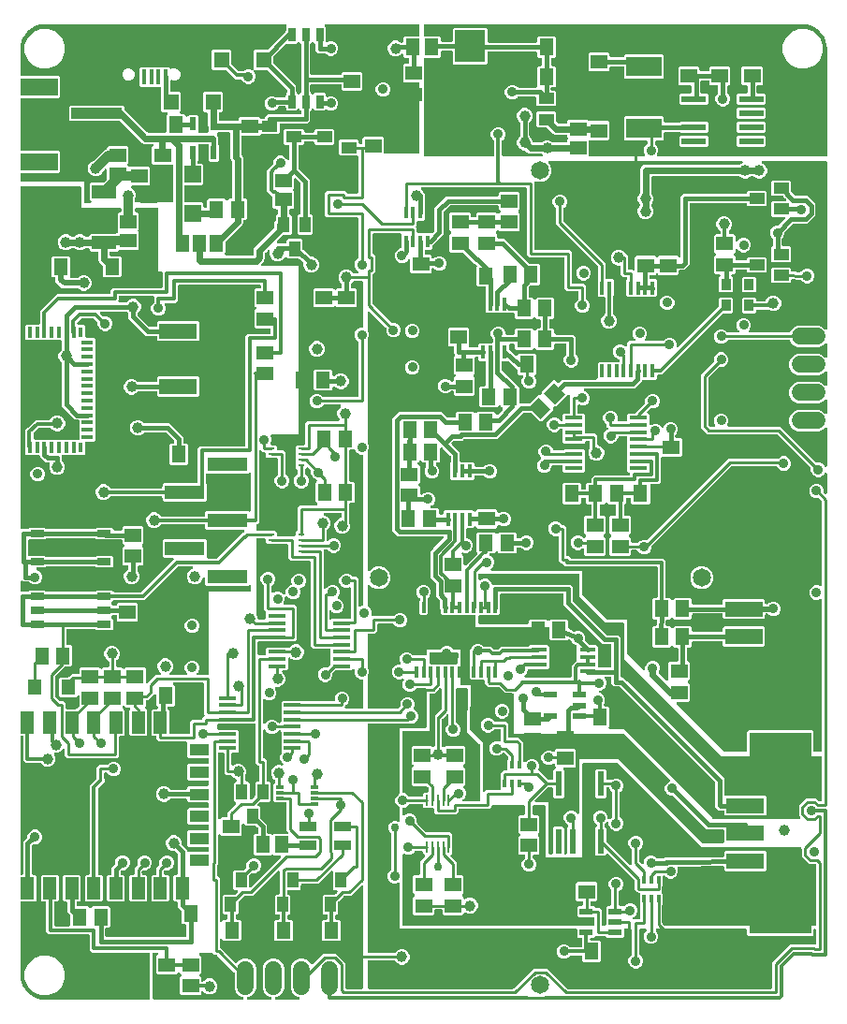
<source format=gbr>
G04 EAGLE Gerber RS-274X export*
G75*
%MOMM*%
%FSLAX34Y34*%
%LPD*%
%INTop Copper*%
%IPPOS*%
%AMOC8*
5,1,8,0,0,1.08239X$1,22.5*%
G01*
%ADD10R,1.300000X1.500000*%
%ADD11R,1.600000X0.350000*%
%ADD12R,1.500000X1.300000*%
%ADD13R,1.200000X1.400000*%
%ADD14R,1.270000X0.635000*%
%ADD15R,3.606800X1.270000*%
%ADD16R,0.450000X1.200000*%
%ADD17R,0.600000X2.200000*%
%ADD18R,1.200000X0.600000*%
%ADD19R,0.450000X1.100000*%
%ADD20R,2.200000X0.600000*%
%ADD21R,0.250000X1.000000*%
%ADD22R,0.350000X0.800000*%
%ADD23R,0.600000X0.250000*%
%ADD24R,0.400000X1.200000*%
%ADD25R,1.400000X1.000000*%
%ADD26R,1.900000X1.900000*%
%ADD27R,0.400000X1.350000*%
%ADD28R,0.550000X1.200000*%
%ADD29R,1.500000X1.500000*%
%ADD30R,1.400000X1.400000*%
%ADD31R,0.635000X1.270000*%
%ADD32R,1.000000X1.400000*%
%ADD33R,3.200000X1.800000*%
%ADD34R,2.700000X2.950000*%
%ADD35R,3.400000X1.400000*%
%ADD36R,5.600000X2.300000*%
%ADD37C,1.650000*%
%ADD38R,0.800000X0.300000*%
%ADD39R,1.500000X0.900000*%
%ADD40R,2.235000X1.219000*%
%ADD41R,2.200000X3.600000*%
%ADD42R,0.304800X0.990600*%
%ADD43C,1.524000*%
%ADD44R,1.168400X1.600200*%
%ADD45R,4.600000X1.000000*%
%ADD46R,3.400000X1.600000*%
%ADD47R,0.900000X1.000000*%
%ADD48R,1.450000X0.450000*%
%ADD49R,0.410000X0.990000*%
%ADD50R,0.410000X0.940000*%
%ADD51R,0.990000X0.410000*%
%ADD52R,1.200000X2.000000*%
%ADD53R,1.700000X1.100000*%
%ADD54C,1.006400*%
%ADD55C,0.254000*%
%ADD56C,0.406400*%
%ADD57C,0.304800*%
%ADD58C,0.609600*%
%ADD59C,0.906400*%
%ADD60C,0.812800*%
%ADD61C,0.508000*%
%ADD62C,0.756400*%

G36*
X659696Y227346D02*
X659696Y227346D01*
X659815Y227353D01*
X659853Y227366D01*
X659894Y227371D01*
X660004Y227414D01*
X660117Y227451D01*
X660152Y227473D01*
X660189Y227488D01*
X660285Y227558D01*
X660386Y227621D01*
X660414Y227651D01*
X660447Y227674D01*
X660523Y227766D01*
X660604Y227853D01*
X660624Y227888D01*
X660649Y227919D01*
X660700Y228027D01*
X660758Y228131D01*
X660768Y228171D01*
X660785Y228207D01*
X660807Y228324D01*
X660837Y228439D01*
X660841Y228500D01*
X660845Y228520D01*
X660843Y228540D01*
X660847Y228600D01*
X660847Y245512D01*
X662038Y246703D01*
X719722Y246703D01*
X720913Y245512D01*
X720913Y228600D01*
X720928Y228482D01*
X720935Y228363D01*
X720948Y228325D01*
X720953Y228284D01*
X720996Y228174D01*
X721033Y228061D01*
X721055Y228026D01*
X721070Y227989D01*
X721139Y227893D01*
X721203Y227792D01*
X721233Y227764D01*
X721256Y227731D01*
X721348Y227656D01*
X721435Y227574D01*
X721470Y227554D01*
X721501Y227529D01*
X721609Y227478D01*
X721713Y227420D01*
X721753Y227410D01*
X721789Y227393D01*
X721906Y227371D01*
X722021Y227341D01*
X722081Y227337D01*
X722101Y227333D01*
X722122Y227335D01*
X722182Y227331D01*
X727456Y227331D01*
X727574Y227346D01*
X727693Y227353D01*
X727731Y227366D01*
X727772Y227371D01*
X727882Y227414D01*
X727995Y227451D01*
X728030Y227473D01*
X728067Y227488D01*
X728163Y227558D01*
X728264Y227621D01*
X728292Y227651D01*
X728325Y227674D01*
X728401Y227766D01*
X728482Y227853D01*
X728502Y227888D01*
X728527Y227919D01*
X728578Y228027D01*
X728636Y228131D01*
X728646Y228171D01*
X728663Y228207D01*
X728685Y228324D01*
X728715Y228439D01*
X728719Y228500D01*
X728723Y228520D01*
X728721Y228540D01*
X728725Y228600D01*
X728725Y364545D01*
X728719Y364595D01*
X728721Y364644D01*
X728707Y364716D01*
X728703Y364774D01*
X728692Y364807D01*
X728685Y364861D01*
X728667Y364907D01*
X728657Y364956D01*
X728618Y365035D01*
X728605Y365076D01*
X728592Y365097D01*
X728568Y365157D01*
X728539Y365197D01*
X728517Y365241D01*
X728452Y365318D01*
X728435Y365345D01*
X728424Y365355D01*
X728382Y365414D01*
X728343Y365446D01*
X728311Y365483D01*
X728221Y365547D01*
X728216Y365551D01*
X728203Y365563D01*
X728198Y365566D01*
X728137Y365617D01*
X728092Y365638D01*
X728051Y365666D01*
X727948Y365705D01*
X727925Y365716D01*
X727925Y365717D01*
X727924Y365717D01*
X727849Y365752D01*
X727800Y365762D01*
X727754Y365779D01*
X727644Y365791D01*
X727537Y365812D01*
X727487Y365809D01*
X727438Y365814D01*
X727329Y365799D01*
X727219Y365792D01*
X727172Y365777D01*
X727123Y365770D01*
X726970Y365718D01*
X724992Y364898D01*
X722380Y364898D01*
X719967Y365898D01*
X718121Y367745D01*
X717121Y370157D01*
X717121Y372769D01*
X718121Y375182D01*
X719967Y377028D01*
X722380Y378028D01*
X724992Y378028D01*
X726970Y377208D01*
X727018Y377195D01*
X727063Y377174D01*
X727171Y377153D01*
X727277Y377124D01*
X727327Y377124D01*
X727376Y377114D01*
X727485Y377121D01*
X727595Y377119D01*
X727643Y377131D01*
X727693Y377134D01*
X727797Y377168D01*
X727904Y377193D01*
X727948Y377217D01*
X727995Y377232D01*
X728088Y377291D01*
X728185Y377342D01*
X728222Y377376D01*
X728264Y377402D01*
X728339Y377482D01*
X728421Y377556D01*
X728448Y377598D01*
X728482Y377634D01*
X728535Y377730D01*
X728595Y377822D01*
X728612Y377869D01*
X728636Y377912D01*
X728663Y378019D01*
X728699Y378123D01*
X728703Y378172D01*
X728715Y378220D01*
X728725Y378381D01*
X728725Y453528D01*
X728713Y453626D01*
X728710Y453725D01*
X728693Y453784D01*
X728685Y453844D01*
X728649Y453936D01*
X728621Y454031D01*
X728591Y454083D01*
X728568Y454139D01*
X728510Y454219D01*
X728460Y454305D01*
X728394Y454380D01*
X728382Y454397D01*
X728372Y454405D01*
X728354Y454426D01*
X726159Y456621D01*
X726135Y456639D01*
X726115Y456662D01*
X726010Y456736D01*
X725907Y456815D01*
X725879Y456828D01*
X725855Y456845D01*
X725734Y456890D01*
X725616Y456942D01*
X725585Y456947D01*
X725557Y456957D01*
X725429Y456971D01*
X725301Y456992D01*
X725271Y456989D01*
X725241Y456992D01*
X725193Y456985D01*
X722380Y456985D01*
X719967Y457985D01*
X718121Y459831D01*
X717121Y462244D01*
X717121Y464856D01*
X718121Y467269D01*
X719967Y469115D01*
X722380Y470115D01*
X724992Y470115D01*
X727405Y469115D01*
X729251Y467269D01*
X730251Y464856D01*
X730251Y462396D01*
X730263Y462298D01*
X730266Y462199D01*
X730283Y462140D01*
X730291Y462080D01*
X730327Y461988D01*
X730355Y461893D01*
X730385Y461841D01*
X730408Y461785D01*
X730466Y461704D01*
X730516Y461619D01*
X730582Y461544D01*
X730594Y461527D01*
X730604Y461519D01*
X730622Y461498D01*
X731130Y460990D01*
X731240Y460905D01*
X731347Y460816D01*
X731366Y460808D01*
X731382Y460795D01*
X731510Y460740D01*
X731635Y460681D01*
X731655Y460677D01*
X731674Y460669D01*
X731812Y460647D01*
X731948Y460621D01*
X731968Y460622D01*
X731988Y460619D01*
X732127Y460632D01*
X732265Y460641D01*
X732284Y460647D01*
X732304Y460649D01*
X732435Y460696D01*
X732567Y460739D01*
X732585Y460750D01*
X732604Y460757D01*
X732718Y460834D01*
X732836Y460909D01*
X732850Y460924D01*
X732867Y460935D01*
X732959Y461039D01*
X733054Y461141D01*
X733064Y461158D01*
X733077Y461174D01*
X733140Y461297D01*
X733208Y461419D01*
X733213Y461439D01*
X733222Y461457D01*
X733252Y461593D01*
X733287Y461727D01*
X733289Y461755D01*
X733292Y461767D01*
X733291Y461788D01*
X733297Y461888D01*
X733297Y478686D01*
X733289Y478755D01*
X733290Y478825D01*
X733269Y478912D01*
X733257Y479001D01*
X733232Y479066D01*
X733215Y479134D01*
X733173Y479213D01*
X733140Y479297D01*
X733099Y479353D01*
X733067Y479415D01*
X733006Y479481D01*
X732954Y479554D01*
X732900Y479599D01*
X732853Y479650D01*
X732778Y479700D01*
X732709Y479757D01*
X732645Y479787D01*
X732587Y479825D01*
X732502Y479854D01*
X732421Y479892D01*
X732352Y479906D01*
X732286Y479928D01*
X732197Y479935D01*
X732109Y479952D01*
X732039Y479948D01*
X731969Y479953D01*
X731881Y479938D01*
X731791Y479932D01*
X731725Y479911D01*
X731656Y479899D01*
X731574Y479862D01*
X731489Y479834D01*
X731430Y479797D01*
X731366Y479768D01*
X731296Y479712D01*
X731220Y479664D01*
X731172Y479613D01*
X731118Y479570D01*
X731063Y479498D01*
X731002Y479433D01*
X730968Y479372D01*
X730926Y479316D01*
X730855Y479171D01*
X730735Y478881D01*
X728889Y477035D01*
X726476Y476035D01*
X723864Y476035D01*
X721451Y477035D01*
X719605Y478881D01*
X718605Y481294D01*
X718605Y483968D01*
X718593Y484066D01*
X718590Y484165D01*
X718573Y484224D01*
X718565Y484284D01*
X718529Y484376D01*
X718501Y484471D01*
X718471Y484523D01*
X718448Y484579D01*
X718390Y484659D01*
X718340Y484745D01*
X718274Y484820D01*
X718262Y484837D01*
X718252Y484845D01*
X718234Y484866D01*
X688614Y514486D01*
X688535Y514546D01*
X688463Y514614D01*
X688410Y514643D01*
X688362Y514680D01*
X688271Y514720D01*
X688185Y514768D01*
X688126Y514783D01*
X688071Y514807D01*
X687973Y514822D01*
X687877Y514847D01*
X687777Y514853D01*
X687756Y514857D01*
X687744Y514855D01*
X687716Y514857D01*
X624742Y514857D01*
X618997Y520602D01*
X618997Y568423D01*
X630604Y580029D01*
X630664Y580108D01*
X630732Y580180D01*
X630761Y580233D01*
X630798Y580281D01*
X630838Y580372D01*
X630886Y580458D01*
X630901Y580517D01*
X630925Y580572D01*
X630940Y580670D01*
X630965Y580766D01*
X630971Y580866D01*
X630975Y580887D01*
X630973Y580899D01*
X630975Y580927D01*
X630975Y583601D01*
X631975Y586014D01*
X633821Y587860D01*
X636234Y588860D01*
X638846Y588860D01*
X641259Y587860D01*
X643105Y586014D01*
X644105Y583601D01*
X644105Y580989D01*
X643105Y578576D01*
X641259Y576730D01*
X638846Y575730D01*
X636172Y575730D01*
X636074Y575718D01*
X635975Y575715D01*
X635916Y575698D01*
X635856Y575690D01*
X635764Y575654D01*
X635669Y575626D01*
X635617Y575596D01*
X635561Y575573D01*
X635481Y575515D01*
X635395Y575465D01*
X635320Y575399D01*
X635303Y575387D01*
X635295Y575377D01*
X635274Y575359D01*
X625974Y566059D01*
X625914Y565980D01*
X625846Y565908D01*
X625817Y565855D01*
X625780Y565807D01*
X625740Y565716D01*
X625692Y565630D01*
X625677Y565571D01*
X625653Y565516D01*
X625638Y565418D01*
X625613Y565322D01*
X625607Y565222D01*
X625603Y565201D01*
X625605Y565189D01*
X625603Y565161D01*
X625603Y523864D01*
X625615Y523766D01*
X625618Y523667D01*
X625635Y523608D01*
X625643Y523548D01*
X625679Y523456D01*
X625707Y523361D01*
X625737Y523309D01*
X625760Y523253D01*
X625818Y523173D01*
X625868Y523087D01*
X625934Y523012D01*
X625946Y522995D01*
X625956Y522987D01*
X625974Y522966D01*
X627106Y521834D01*
X627185Y521774D01*
X627257Y521706D01*
X627310Y521677D01*
X627358Y521640D01*
X627449Y521600D01*
X627535Y521552D01*
X627594Y521537D01*
X627649Y521513D01*
X627747Y521498D01*
X627843Y521473D01*
X627943Y521467D01*
X627964Y521463D01*
X627976Y521465D01*
X628004Y521463D01*
X630849Y521463D01*
X630899Y521469D01*
X630948Y521467D01*
X631055Y521489D01*
X631165Y521503D01*
X631211Y521521D01*
X631260Y521531D01*
X631358Y521579D01*
X631460Y521620D01*
X631500Y521649D01*
X631545Y521671D01*
X631629Y521742D01*
X631718Y521806D01*
X631749Y521845D01*
X631787Y521877D01*
X631850Y521967D01*
X631921Y522051D01*
X631942Y522096D01*
X631970Y522137D01*
X632009Y522240D01*
X632056Y522339D01*
X632065Y522388D01*
X632083Y522434D01*
X632095Y522544D01*
X632116Y522651D01*
X632113Y522701D01*
X632118Y522750D01*
X632103Y522859D01*
X632096Y522969D01*
X632081Y523016D01*
X632074Y523065D01*
X632022Y523218D01*
X630975Y525744D01*
X630975Y528356D01*
X631975Y530769D01*
X633821Y532615D01*
X636234Y533615D01*
X638846Y533615D01*
X641259Y532615D01*
X643105Y530769D01*
X644105Y528356D01*
X644105Y525744D01*
X643058Y523218D01*
X643045Y523170D01*
X643024Y523125D01*
X643003Y523017D01*
X642974Y522911D01*
X642974Y522861D01*
X642964Y522812D01*
X642971Y522703D01*
X642969Y522593D01*
X642981Y522545D01*
X642984Y522495D01*
X643018Y522391D01*
X643043Y522284D01*
X643067Y522240D01*
X643082Y522193D01*
X643141Y522100D01*
X643192Y522003D01*
X643225Y521966D01*
X643252Y521924D01*
X643332Y521849D01*
X643406Y521767D01*
X643448Y521740D01*
X643484Y521706D01*
X643580Y521653D01*
X643672Y521593D01*
X643719Y521576D01*
X643762Y521552D01*
X643869Y521525D01*
X643973Y521489D01*
X644022Y521485D01*
X644070Y521473D01*
X644231Y521463D01*
X690978Y521463D01*
X722904Y489536D01*
X722983Y489476D01*
X723055Y489408D01*
X723108Y489379D01*
X723156Y489342D01*
X723247Y489302D01*
X723333Y489254D01*
X723392Y489239D01*
X723447Y489215D01*
X723545Y489200D01*
X723641Y489175D01*
X723741Y489169D01*
X723762Y489165D01*
X723774Y489167D01*
X723802Y489165D01*
X726476Y489165D01*
X728889Y488165D01*
X730735Y486319D01*
X730855Y486029D01*
X730890Y485968D01*
X730916Y485903D01*
X730968Y485831D01*
X731013Y485752D01*
X731061Y485702D01*
X731102Y485646D01*
X731172Y485589D01*
X731234Y485524D01*
X731294Y485488D01*
X731347Y485443D01*
X731429Y485405D01*
X731505Y485358D01*
X731572Y485337D01*
X731635Y485308D01*
X731723Y485291D01*
X731809Y485264D01*
X731879Y485261D01*
X731948Y485248D01*
X732037Y485253D01*
X732127Y485249D01*
X732195Y485263D01*
X732265Y485268D01*
X732350Y485295D01*
X732438Y485313D01*
X732501Y485344D01*
X732567Y485366D01*
X732643Y485414D01*
X732724Y485453D01*
X732777Y485498D01*
X732836Y485536D01*
X732898Y485601D01*
X732966Y485659D01*
X733006Y485716D01*
X733054Y485767D01*
X733097Y485846D01*
X733149Y485919D01*
X733174Y485985D01*
X733208Y486046D01*
X733230Y486133D01*
X733262Y486217D01*
X733270Y486286D01*
X733287Y486354D01*
X733297Y486514D01*
X733297Y519732D01*
X733280Y519869D01*
X733267Y520008D01*
X733260Y520028D01*
X733257Y520048D01*
X733206Y520176D01*
X733159Y520308D01*
X733148Y520324D01*
X733140Y520343D01*
X733059Y520456D01*
X732981Y520571D01*
X732965Y520584D01*
X732954Y520601D01*
X732846Y520689D01*
X732742Y520781D01*
X732724Y520790D01*
X732709Y520803D01*
X732583Y520863D01*
X732459Y520926D01*
X732439Y520930D01*
X732421Y520939D01*
X732284Y520965D01*
X732149Y520996D01*
X732128Y520995D01*
X732109Y520999D01*
X731970Y520990D01*
X731831Y520986D01*
X731811Y520980D01*
X731791Y520979D01*
X731659Y520936D01*
X731525Y520897D01*
X731508Y520887D01*
X731489Y520881D01*
X731371Y520806D01*
X731251Y520736D01*
X731230Y520717D01*
X731220Y520711D01*
X731206Y520696D01*
X731131Y520630D01*
X729368Y518867D01*
X725820Y517397D01*
X706740Y517397D01*
X703192Y518867D01*
X700477Y521582D01*
X699007Y525130D01*
X699007Y528970D01*
X700477Y532518D01*
X703192Y535233D01*
X706740Y536703D01*
X725820Y536703D01*
X729368Y535233D01*
X731131Y533470D01*
X731240Y533385D01*
X731347Y533297D01*
X731366Y533288D01*
X731382Y533276D01*
X731510Y533220D01*
X731635Y533161D01*
X731655Y533157D01*
X731674Y533149D01*
X731812Y533127D01*
X731948Y533101D01*
X731968Y533103D01*
X731988Y533099D01*
X732127Y533112D01*
X732265Y533121D01*
X732284Y533127D01*
X732304Y533129D01*
X732436Y533176D01*
X732567Y533219D01*
X732585Y533230D01*
X732604Y533237D01*
X732719Y533315D01*
X732836Y533389D01*
X732850Y533404D01*
X732867Y533415D01*
X732959Y533520D01*
X733054Y533621D01*
X733064Y533639D01*
X733077Y533654D01*
X733141Y533778D01*
X733208Y533899D01*
X733213Y533919D01*
X733222Y533937D01*
X733252Y534072D01*
X733287Y534207D01*
X733289Y534235D01*
X733292Y534247D01*
X733291Y534268D01*
X733297Y534368D01*
X733297Y545132D01*
X733280Y545269D01*
X733267Y545408D01*
X733260Y545428D01*
X733257Y545448D01*
X733206Y545576D01*
X733159Y545708D01*
X733148Y545724D01*
X733140Y545743D01*
X733059Y545856D01*
X732981Y545971D01*
X732965Y545984D01*
X732954Y546001D01*
X732846Y546089D01*
X732742Y546181D01*
X732724Y546190D01*
X732709Y546203D01*
X732583Y546263D01*
X732459Y546326D01*
X732439Y546330D01*
X732421Y546339D01*
X732284Y546365D01*
X732149Y546396D01*
X732128Y546395D01*
X732109Y546399D01*
X731970Y546390D01*
X731831Y546386D01*
X731811Y546380D01*
X731791Y546379D01*
X731659Y546336D01*
X731525Y546297D01*
X731508Y546287D01*
X731489Y546281D01*
X731371Y546206D01*
X731251Y546136D01*
X731230Y546117D01*
X731220Y546111D01*
X731206Y546096D01*
X731131Y546030D01*
X729368Y544267D01*
X725820Y542797D01*
X706740Y542797D01*
X703192Y544267D01*
X700477Y546982D01*
X699007Y550530D01*
X699007Y554370D01*
X700477Y557918D01*
X703192Y560633D01*
X706740Y562103D01*
X725820Y562103D01*
X729368Y560633D01*
X731131Y558870D01*
X731240Y558785D01*
X731347Y558697D01*
X731366Y558688D01*
X731382Y558676D01*
X731510Y558620D01*
X731635Y558561D01*
X731655Y558557D01*
X731674Y558549D01*
X731812Y558527D01*
X731948Y558501D01*
X731968Y558503D01*
X731988Y558499D01*
X732127Y558512D01*
X732265Y558521D01*
X732284Y558527D01*
X732304Y558529D01*
X732436Y558576D01*
X732567Y558619D01*
X732585Y558630D01*
X732604Y558637D01*
X732719Y558715D01*
X732836Y558789D01*
X732850Y558804D01*
X732867Y558815D01*
X732959Y558920D01*
X733054Y559021D01*
X733064Y559039D01*
X733077Y559054D01*
X733141Y559178D01*
X733208Y559299D01*
X733213Y559319D01*
X733222Y559337D01*
X733252Y559473D01*
X733287Y559607D01*
X733289Y559635D01*
X733292Y559647D01*
X733291Y559668D01*
X733297Y559768D01*
X733297Y570532D01*
X733280Y570669D01*
X733267Y570808D01*
X733260Y570828D01*
X733257Y570848D01*
X733206Y570976D01*
X733159Y571108D01*
X733148Y571124D01*
X733140Y571143D01*
X733059Y571256D01*
X732981Y571371D01*
X732965Y571384D01*
X732954Y571401D01*
X732846Y571489D01*
X732742Y571581D01*
X732724Y571590D01*
X732709Y571603D01*
X732583Y571663D01*
X732459Y571726D01*
X732439Y571730D01*
X732421Y571739D01*
X732284Y571765D01*
X732149Y571796D01*
X732128Y571795D01*
X732109Y571799D01*
X731970Y571790D01*
X731831Y571786D01*
X731811Y571780D01*
X731791Y571779D01*
X731659Y571736D01*
X731525Y571697D01*
X731508Y571687D01*
X731489Y571681D01*
X731371Y571606D01*
X731251Y571536D01*
X731230Y571517D01*
X731220Y571511D01*
X731206Y571496D01*
X731131Y571430D01*
X729368Y569667D01*
X725820Y568197D01*
X706740Y568197D01*
X703192Y569667D01*
X700477Y572382D01*
X699007Y575930D01*
X699007Y579770D01*
X700477Y583318D01*
X703192Y586033D01*
X706740Y587503D01*
X725820Y587503D01*
X729368Y586033D01*
X731131Y584270D01*
X731240Y584185D01*
X731347Y584097D01*
X731366Y584088D01*
X731382Y584076D01*
X731510Y584020D01*
X731635Y583961D01*
X731655Y583957D01*
X731674Y583949D01*
X731812Y583927D01*
X731948Y583901D01*
X731968Y583903D01*
X731988Y583899D01*
X732127Y583912D01*
X732265Y583921D01*
X732284Y583927D01*
X732304Y583929D01*
X732436Y583976D01*
X732567Y584019D01*
X732585Y584030D01*
X732604Y584037D01*
X732719Y584115D01*
X732836Y584189D01*
X732850Y584204D01*
X732867Y584215D01*
X732959Y584320D01*
X733054Y584421D01*
X733064Y584439D01*
X733077Y584454D01*
X733141Y584578D01*
X733208Y584699D01*
X733213Y584719D01*
X733222Y584737D01*
X733252Y584873D01*
X733287Y585007D01*
X733289Y585035D01*
X733292Y585047D01*
X733291Y585068D01*
X733297Y585168D01*
X733297Y595932D01*
X733280Y596069D01*
X733267Y596208D01*
X733260Y596228D01*
X733257Y596248D01*
X733206Y596376D01*
X733159Y596508D01*
X733148Y596524D01*
X733140Y596543D01*
X733059Y596656D01*
X732981Y596771D01*
X732965Y596784D01*
X732954Y596801D01*
X732846Y596889D01*
X732742Y596981D01*
X732724Y596990D01*
X732709Y597003D01*
X732583Y597063D01*
X732459Y597126D01*
X732439Y597130D01*
X732421Y597139D01*
X732284Y597165D01*
X732149Y597196D01*
X732128Y597195D01*
X732109Y597199D01*
X731970Y597190D01*
X731831Y597186D01*
X731811Y597180D01*
X731791Y597179D01*
X731659Y597136D01*
X731525Y597097D01*
X731508Y597087D01*
X731489Y597081D01*
X731371Y597006D01*
X731251Y596936D01*
X731230Y596917D01*
X731220Y596911D01*
X731206Y596896D01*
X731131Y596830D01*
X729368Y595067D01*
X725820Y593597D01*
X706740Y593597D01*
X703192Y595067D01*
X700477Y597782D01*
X699905Y599164D01*
X699890Y599189D01*
X699881Y599217D01*
X699811Y599327D01*
X699747Y599440D01*
X699726Y599461D01*
X699711Y599486D01*
X699616Y599575D01*
X699526Y599668D01*
X699501Y599684D01*
X699479Y599704D01*
X699365Y599767D01*
X699255Y599835D01*
X699226Y599843D01*
X699201Y599858D01*
X699075Y599890D01*
X698951Y599928D01*
X698921Y599930D01*
X698893Y599937D01*
X698732Y599947D01*
X644047Y599947D01*
X643949Y599935D01*
X643850Y599932D01*
X643792Y599915D01*
X643731Y599907D01*
X643639Y599871D01*
X643544Y599843D01*
X643492Y599813D01*
X643436Y599790D01*
X643356Y599732D01*
X643270Y599682D01*
X643195Y599616D01*
X643178Y599604D01*
X643171Y599594D01*
X643149Y599576D01*
X641259Y597685D01*
X638846Y596685D01*
X636234Y596685D01*
X633821Y597685D01*
X631975Y599531D01*
X630975Y601944D01*
X630975Y604556D01*
X631975Y606969D01*
X633821Y608815D01*
X636234Y609815D01*
X638846Y609815D01*
X641259Y608815D01*
X643149Y606924D01*
X643228Y606864D01*
X643300Y606796D01*
X643353Y606767D01*
X643401Y606730D01*
X643492Y606690D01*
X643578Y606642D01*
X643637Y606627D01*
X643693Y606603D01*
X643791Y606588D01*
X643886Y606563D01*
X643986Y606557D01*
X644007Y606553D01*
X644019Y606555D01*
X644047Y606553D01*
X652369Y606553D01*
X652507Y606570D01*
X652645Y606583D01*
X652664Y606590D01*
X652685Y606593D01*
X652814Y606644D01*
X652945Y606691D01*
X652962Y606702D01*
X652980Y606710D01*
X653093Y606791D01*
X653208Y606869D01*
X653221Y606885D01*
X653238Y606896D01*
X653326Y607004D01*
X653418Y607108D01*
X653428Y607126D01*
X653440Y607141D01*
X653500Y607267D01*
X653563Y607391D01*
X653567Y607411D01*
X653576Y607429D01*
X653602Y607566D01*
X653633Y607701D01*
X653632Y607722D01*
X653636Y607741D01*
X653627Y607880D01*
X653623Y608019D01*
X653617Y608039D01*
X653616Y608059D01*
X653573Y608191D01*
X653535Y608325D01*
X653524Y608342D01*
X653518Y608361D01*
X653444Y608479D01*
X653373Y608599D01*
X653354Y608620D01*
X653348Y608630D01*
X653333Y608644D01*
X653267Y608719D01*
X652295Y609691D01*
X651295Y612104D01*
X651295Y614716D01*
X652295Y617129D01*
X654141Y618975D01*
X656554Y619975D01*
X659166Y619975D01*
X661579Y618975D01*
X663425Y617129D01*
X664425Y614716D01*
X664425Y612104D01*
X663425Y609691D01*
X662453Y608719D01*
X662369Y608610D01*
X662280Y608503D01*
X662271Y608484D01*
X662258Y608468D01*
X662203Y608341D01*
X662144Y608215D01*
X662140Y608195D01*
X662132Y608176D01*
X662110Y608038D01*
X662084Y607902D01*
X662085Y607882D01*
X662082Y607862D01*
X662095Y607723D01*
X662104Y607585D01*
X662110Y607566D01*
X662112Y607546D01*
X662159Y607414D01*
X662202Y607283D01*
X662213Y607265D01*
X662220Y607246D01*
X662298Y607131D01*
X662372Y607014D01*
X662387Y607000D01*
X662398Y606983D01*
X662502Y606891D01*
X662604Y606796D01*
X662622Y606786D01*
X662637Y606773D01*
X662760Y606710D01*
X662882Y606642D01*
X662902Y606637D01*
X662920Y606628D01*
X663056Y606598D01*
X663190Y606563D01*
X663218Y606561D01*
X663230Y606558D01*
X663251Y606559D01*
X663351Y606553D01*
X698732Y606553D01*
X698761Y606556D01*
X698791Y606554D01*
X698919Y606576D01*
X699047Y606593D01*
X699075Y606603D01*
X699104Y606608D01*
X699223Y606662D01*
X699343Y606710D01*
X699367Y606727D01*
X699394Y606739D01*
X699495Y606820D01*
X699600Y606896D01*
X699619Y606919D01*
X699642Y606938D01*
X699720Y607041D01*
X699803Y607141D01*
X699816Y607168D01*
X699834Y607192D01*
X699905Y607336D01*
X700477Y608718D01*
X703192Y611433D01*
X706740Y612903D01*
X725820Y612903D01*
X729368Y611433D01*
X731131Y609670D01*
X731240Y609585D01*
X731347Y609497D01*
X731366Y609488D01*
X731382Y609476D01*
X731510Y609420D01*
X731635Y609361D01*
X731655Y609357D01*
X731674Y609349D01*
X731812Y609327D01*
X731948Y609301D01*
X731968Y609303D01*
X731988Y609299D01*
X732127Y609312D01*
X732265Y609321D01*
X732284Y609327D01*
X732304Y609329D01*
X732436Y609376D01*
X732567Y609419D01*
X732585Y609430D01*
X732604Y609437D01*
X732719Y609515D01*
X732836Y609589D01*
X732850Y609604D01*
X732867Y609615D01*
X732959Y609720D01*
X733054Y609821D01*
X733064Y609839D01*
X733077Y609854D01*
X733141Y609978D01*
X733208Y610099D01*
X733213Y610119D01*
X733222Y610137D01*
X733252Y610273D01*
X733287Y610407D01*
X733289Y610435D01*
X733292Y610447D01*
X733291Y610468D01*
X733297Y610568D01*
X733297Y760730D01*
X733282Y760848D01*
X733275Y760967D01*
X733262Y761005D01*
X733257Y761046D01*
X733214Y761156D01*
X733177Y761269D01*
X733155Y761304D01*
X733140Y761341D01*
X733071Y761437D01*
X733007Y761538D01*
X732977Y761566D01*
X732954Y761599D01*
X732862Y761675D01*
X732775Y761756D01*
X732740Y761776D01*
X732709Y761801D01*
X732601Y761852D01*
X732497Y761910D01*
X732457Y761920D01*
X732421Y761937D01*
X732304Y761959D01*
X732189Y761989D01*
X732129Y761993D01*
X732109Y761997D01*
X732088Y761995D01*
X732028Y761999D01*
X675211Y761999D01*
X675142Y761991D01*
X675072Y761992D01*
X674985Y761971D01*
X674896Y761959D01*
X674831Y761934D01*
X674763Y761917D01*
X674684Y761875D01*
X674600Y761842D01*
X674544Y761801D01*
X674482Y761769D01*
X674416Y761708D01*
X674343Y761656D01*
X674298Y761602D01*
X674247Y761555D01*
X674197Y761480D01*
X674140Y761411D01*
X674110Y761347D01*
X674072Y761289D01*
X674043Y761204D01*
X674004Y761123D01*
X673991Y761054D01*
X673969Y760988D01*
X673962Y760899D01*
X673945Y760811D01*
X673949Y760741D01*
X673943Y760671D01*
X673959Y760583D01*
X673964Y760493D01*
X673986Y760427D01*
X673998Y760358D01*
X674035Y760276D01*
X674062Y760191D01*
X674100Y760132D01*
X674128Y760068D01*
X674185Y759998D01*
X674233Y759922D01*
X674283Y759874D01*
X674327Y759820D01*
X674399Y759765D01*
X674464Y759704D01*
X674525Y759670D01*
X674581Y759628D01*
X674726Y759557D01*
X675832Y759099D01*
X677819Y757112D01*
X678895Y754515D01*
X678895Y751705D01*
X677819Y749108D01*
X675832Y747121D01*
X673235Y746045D01*
X670425Y746045D01*
X667828Y747121D01*
X667291Y747658D01*
X667213Y747718D01*
X667141Y747786D01*
X667088Y747815D01*
X667040Y747852D01*
X666949Y747892D01*
X666863Y747940D01*
X666804Y747955D01*
X666748Y747979D01*
X666650Y747994D01*
X666555Y748019D01*
X666455Y748025D01*
X666434Y748029D01*
X666422Y748027D01*
X666394Y748029D01*
X664566Y748029D01*
X664468Y748017D01*
X664369Y748014D01*
X664311Y747997D01*
X664251Y747989D01*
X664158Y747953D01*
X664063Y747925D01*
X664011Y747895D01*
X663955Y747872D01*
X663875Y747814D01*
X663789Y747764D01*
X663714Y747698D01*
X663697Y747686D01*
X663690Y747676D01*
X663669Y747658D01*
X663132Y747121D01*
X660535Y746045D01*
X657725Y746045D01*
X655128Y747121D01*
X654591Y747658D01*
X654513Y747718D01*
X654441Y747786D01*
X654388Y747815D01*
X654340Y747852D01*
X654249Y747892D01*
X654163Y747940D01*
X654104Y747955D01*
X654048Y747979D01*
X653950Y747994D01*
X653855Y748019D01*
X653755Y748025D01*
X653734Y748029D01*
X653722Y748027D01*
X653694Y748029D01*
X575310Y748029D01*
X575192Y748014D01*
X575073Y748007D01*
X575035Y747994D01*
X574994Y747989D01*
X574884Y747946D01*
X574771Y747909D01*
X574736Y747887D01*
X574699Y747872D01*
X574603Y747803D01*
X574502Y747739D01*
X574474Y747709D01*
X574441Y747686D01*
X574365Y747594D01*
X574284Y747507D01*
X574264Y747472D01*
X574239Y747441D01*
X574188Y747333D01*
X574130Y747229D01*
X574120Y747189D01*
X574103Y747153D01*
X574081Y747036D01*
X574051Y746921D01*
X574047Y746861D01*
X574043Y746841D01*
X574045Y746820D01*
X574041Y746760D01*
X574041Y733146D01*
X574053Y733048D01*
X574056Y732949D01*
X574073Y732891D01*
X574081Y732831D01*
X574117Y732738D01*
X574145Y732643D01*
X574175Y732591D01*
X574198Y732535D01*
X574256Y732455D01*
X574306Y732369D01*
X574372Y732294D01*
X574384Y732277D01*
X574394Y732270D01*
X574412Y732249D01*
X574949Y731712D01*
X576025Y729115D01*
X576025Y726305D01*
X574949Y723708D01*
X574412Y723171D01*
X574352Y723093D01*
X574284Y723021D01*
X574255Y722968D01*
X574218Y722920D01*
X574178Y722829D01*
X574130Y722743D01*
X574115Y722684D01*
X574091Y722628D01*
X574076Y722530D01*
X574051Y722435D01*
X574045Y722335D01*
X574041Y722314D01*
X574043Y722302D01*
X574041Y722274D01*
X574041Y721716D01*
X574053Y721618D01*
X574056Y721519D01*
X574073Y721461D01*
X574081Y721401D01*
X574117Y721308D01*
X574145Y721213D01*
X574175Y721161D01*
X574198Y721105D01*
X574256Y721025D01*
X574306Y720939D01*
X574372Y720864D01*
X574384Y720847D01*
X574394Y720840D01*
X574412Y720819D01*
X574949Y720282D01*
X576025Y717685D01*
X576025Y714875D01*
X574949Y712278D01*
X572962Y710291D01*
X570365Y709215D01*
X567555Y709215D01*
X564958Y710291D01*
X562971Y712278D01*
X561895Y714875D01*
X561895Y717685D01*
X562971Y720282D01*
X563508Y720819D01*
X563568Y720897D01*
X563636Y720969D01*
X563665Y721022D01*
X563702Y721070D01*
X563742Y721161D01*
X563790Y721247D01*
X563805Y721306D01*
X563829Y721362D01*
X563844Y721460D01*
X563869Y721555D01*
X563875Y721655D01*
X563879Y721676D01*
X563877Y721688D01*
X563879Y721716D01*
X563879Y722274D01*
X563867Y722372D01*
X563864Y722471D01*
X563847Y722529D01*
X563839Y722589D01*
X563803Y722682D01*
X563775Y722777D01*
X563745Y722829D01*
X563722Y722885D01*
X563664Y722965D01*
X563614Y723051D01*
X563548Y723126D01*
X563536Y723143D01*
X563526Y723150D01*
X563508Y723171D01*
X562971Y723708D01*
X561895Y726305D01*
X561895Y729115D01*
X562971Y731712D01*
X563508Y732249D01*
X563568Y732327D01*
X563636Y732399D01*
X563665Y732452D01*
X563702Y732500D01*
X563742Y732591D01*
X563790Y732677D01*
X563805Y732736D01*
X563829Y732792D01*
X563844Y732890D01*
X563869Y732985D01*
X563875Y733085D01*
X563879Y733106D01*
X563877Y733118D01*
X563879Y733146D01*
X563879Y754121D01*
X564653Y755988D01*
X566082Y757417D01*
X567949Y758191D01*
X653694Y758191D01*
X653792Y758203D01*
X653891Y758206D01*
X653949Y758223D01*
X654009Y758231D01*
X654102Y758267D01*
X654197Y758295D01*
X654249Y758325D01*
X654305Y758348D01*
X654385Y758406D01*
X654471Y758456D01*
X654546Y758522D01*
X654563Y758534D01*
X654570Y758544D01*
X654591Y758562D01*
X655128Y759099D01*
X656234Y759557D01*
X656295Y759592D01*
X656360Y759618D01*
X656432Y759670D01*
X656511Y759715D01*
X656561Y759764D01*
X656617Y759804D01*
X656674Y759874D01*
X656739Y759936D01*
X656776Y759996D01*
X656820Y760049D01*
X656858Y760131D01*
X656905Y760207D01*
X656926Y760274D01*
X656956Y760337D01*
X656972Y760425D01*
X656999Y760511D01*
X657002Y760581D01*
X657015Y760650D01*
X657010Y760739D01*
X657014Y760829D01*
X657000Y760897D01*
X656996Y760967D01*
X656968Y761052D01*
X656950Y761140D01*
X656919Y761203D01*
X656898Y761269D01*
X656850Y761345D01*
X656810Y761426D01*
X656765Y761479D01*
X656727Y761538D01*
X656662Y761600D01*
X656604Y761668D01*
X656547Y761708D01*
X656496Y761756D01*
X656417Y761799D01*
X656344Y761851D01*
X656278Y761876D01*
X656217Y761910D01*
X656130Y761932D01*
X656046Y761964D01*
X655977Y761972D01*
X655909Y761989D01*
X655749Y761999D01*
X482427Y761999D01*
X482289Y761982D01*
X482151Y761969D01*
X482131Y761962D01*
X482111Y761959D01*
X481982Y761908D01*
X481851Y761861D01*
X481835Y761850D01*
X481816Y761842D01*
X481703Y761761D01*
X481588Y761683D01*
X481575Y761667D01*
X481558Y761656D01*
X481470Y761548D01*
X481378Y761444D01*
X481369Y761426D01*
X481356Y761411D01*
X481296Y761285D01*
X481233Y761161D01*
X481229Y761141D01*
X481220Y761123D01*
X481194Y760987D01*
X481163Y760851D01*
X481164Y760830D01*
X481160Y760811D01*
X481169Y760672D01*
X481173Y760533D01*
X481179Y760513D01*
X481180Y760493D01*
X481223Y760361D01*
X481262Y760227D01*
X481272Y760210D01*
X481278Y760191D01*
X481352Y760073D01*
X481423Y759953D01*
X481442Y759932D01*
X481448Y759922D01*
X481463Y759908D01*
X481529Y759833D01*
X482427Y758935D01*
X483993Y755155D01*
X483993Y751065D01*
X482427Y747285D01*
X479535Y744393D01*
X475755Y742827D01*
X471665Y742827D01*
X469878Y743567D01*
X469830Y743581D01*
X469785Y743602D01*
X469677Y743622D01*
X469571Y743651D01*
X469521Y743652D01*
X469472Y743662D01*
X469363Y743655D01*
X469253Y743656D01*
X469205Y743645D01*
X469155Y743642D01*
X469051Y743608D01*
X468944Y743582D01*
X468900Y743559D01*
X468853Y743544D01*
X468760Y743485D01*
X468663Y743434D01*
X468626Y743400D01*
X468584Y743374D01*
X468509Y743294D01*
X468427Y743220D01*
X468400Y743178D01*
X468366Y743142D01*
X468313Y743046D01*
X468253Y742954D01*
X468236Y742907D01*
X468212Y742863D01*
X468185Y742757D01*
X468149Y742653D01*
X468145Y742604D01*
X468133Y742556D01*
X468123Y742395D01*
X468123Y682752D01*
X468138Y682634D01*
X468145Y682515D01*
X468158Y682477D01*
X468163Y682436D01*
X468206Y682326D01*
X468243Y682213D01*
X468265Y682178D01*
X468280Y682141D01*
X468349Y682045D01*
X468413Y681944D01*
X468443Y681916D01*
X468466Y681883D01*
X468558Y681807D01*
X468645Y681726D01*
X468680Y681706D01*
X468711Y681681D01*
X468819Y681630D01*
X468923Y681572D01*
X468963Y681562D01*
X468999Y681545D01*
X469116Y681523D01*
X469231Y681493D01*
X469291Y681489D01*
X469311Y681485D01*
X469332Y681487D01*
X469392Y681483D01*
X500478Y681483D01*
X502413Y679548D01*
X502413Y652312D01*
X502428Y652194D01*
X502435Y652075D01*
X502448Y652037D01*
X502453Y651996D01*
X502496Y651886D01*
X502533Y651773D01*
X502555Y651738D01*
X502570Y651701D01*
X502639Y651605D01*
X502703Y651504D01*
X502733Y651476D01*
X502756Y651443D01*
X502848Y651367D01*
X502935Y651286D01*
X502970Y651266D01*
X503001Y651241D01*
X503109Y651190D01*
X503213Y651132D01*
X503253Y651122D01*
X503289Y651105D01*
X503406Y651083D01*
X503521Y651053D01*
X503581Y651049D01*
X503601Y651045D01*
X503622Y651047D01*
X503682Y651043D01*
X513178Y651043D01*
X515113Y649108D01*
X515113Y637697D01*
X515125Y637599D01*
X515128Y637500D01*
X515145Y637442D01*
X515153Y637381D01*
X515189Y637289D01*
X515217Y637194D01*
X515247Y637142D01*
X515270Y637086D01*
X515328Y637006D01*
X515378Y636920D01*
X515444Y636845D01*
X515456Y636828D01*
X515466Y636821D01*
X515484Y636799D01*
X517375Y634909D01*
X518375Y632496D01*
X518375Y629884D01*
X517375Y627471D01*
X515529Y625625D01*
X513116Y624625D01*
X510504Y624625D01*
X508091Y625625D01*
X506245Y627471D01*
X505245Y629884D01*
X505245Y632496D01*
X506245Y634909D01*
X508136Y636799D01*
X508196Y636878D01*
X508264Y636950D01*
X508293Y637003D01*
X508330Y637051D01*
X508370Y637142D01*
X508418Y637228D01*
X508433Y637287D01*
X508457Y637343D01*
X508472Y637441D01*
X508497Y637536D01*
X508503Y637636D01*
X508507Y637657D01*
X508505Y637669D01*
X508507Y637697D01*
X508507Y643168D01*
X508492Y643286D01*
X508485Y643405D01*
X508472Y643443D01*
X508467Y643484D01*
X508424Y643594D01*
X508387Y643707D01*
X508365Y643742D01*
X508350Y643779D01*
X508281Y643875D01*
X508217Y643976D01*
X508187Y644004D01*
X508164Y644037D01*
X508072Y644113D01*
X507985Y644194D01*
X507950Y644214D01*
X507919Y644239D01*
X507811Y644290D01*
X507707Y644348D01*
X507667Y644358D01*
X507631Y644375D01*
X507514Y644397D01*
X507399Y644427D01*
X507339Y644431D01*
X507319Y644435D01*
X507298Y644433D01*
X507238Y644437D01*
X497742Y644437D01*
X495807Y646372D01*
X495807Y673608D01*
X495792Y673726D01*
X495785Y673845D01*
X495772Y673883D01*
X495767Y673924D01*
X495724Y674034D01*
X495687Y674147D01*
X495665Y674182D01*
X495650Y674219D01*
X495581Y674315D01*
X495517Y674416D01*
X495487Y674444D01*
X495464Y674477D01*
X495372Y674553D01*
X495285Y674634D01*
X495250Y674654D01*
X495219Y674679D01*
X495111Y674730D01*
X495007Y674788D01*
X494967Y674798D01*
X494931Y674815D01*
X494814Y674837D01*
X494699Y674867D01*
X494639Y674871D01*
X494619Y674875D01*
X494598Y674873D01*
X494538Y674877D01*
X463452Y674877D01*
X461517Y676812D01*
X461517Y737108D01*
X461502Y737226D01*
X461495Y737345D01*
X461482Y737383D01*
X461477Y737424D01*
X461434Y737534D01*
X461397Y737647D01*
X461375Y737682D01*
X461360Y737719D01*
X461291Y737815D01*
X461227Y737916D01*
X461197Y737944D01*
X461174Y737977D01*
X461082Y738053D01*
X460995Y738134D01*
X460960Y738154D01*
X460929Y738179D01*
X460821Y738230D01*
X460717Y738288D01*
X460677Y738298D01*
X460641Y738315D01*
X460524Y738337D01*
X460409Y738367D01*
X460349Y738371D01*
X460329Y738375D01*
X460308Y738373D01*
X460248Y738377D01*
X439133Y738377D01*
X439035Y738365D01*
X438936Y738362D01*
X438878Y738345D01*
X438817Y738337D01*
X438725Y738301D01*
X438630Y738273D01*
X438578Y738243D01*
X438522Y738220D01*
X438442Y738162D01*
X438376Y738123D01*
X435386Y738123D01*
X435374Y738134D01*
X435321Y738163D01*
X435273Y738200D01*
X435182Y738240D01*
X435096Y738288D01*
X435037Y738303D01*
X434981Y738327D01*
X434883Y738342D01*
X434788Y738367D01*
X434688Y738373D01*
X434667Y738377D01*
X434655Y738375D01*
X434627Y738377D01*
X366878Y738377D01*
X366741Y738360D01*
X366602Y738347D01*
X366582Y738340D01*
X366562Y738337D01*
X366434Y738286D01*
X366302Y738239D01*
X366286Y738228D01*
X366267Y738220D01*
X366154Y738139D01*
X366039Y738061D01*
X366026Y738045D01*
X366009Y738034D01*
X365921Y737926D01*
X365829Y737822D01*
X365820Y737804D01*
X365807Y737789D01*
X365747Y737663D01*
X365684Y737539D01*
X365680Y737519D01*
X365671Y737501D01*
X365645Y737365D01*
X365614Y737229D01*
X365615Y737208D01*
X365611Y737189D01*
X365620Y737050D01*
X365624Y736911D01*
X365630Y736891D01*
X365631Y736871D01*
X365674Y736739D01*
X365713Y736605D01*
X365723Y736588D01*
X365729Y736569D01*
X365804Y736451D01*
X365874Y736331D01*
X365893Y736310D01*
X365899Y736300D01*
X365914Y736286D01*
X365980Y736211D01*
X367939Y734252D01*
X368544Y732791D01*
X368549Y732783D01*
X368552Y732774D01*
X368628Y732643D01*
X368702Y732514D01*
X368708Y732508D01*
X368713Y732500D01*
X368820Y732379D01*
X369265Y731934D01*
X369265Y722396D01*
X369277Y722298D01*
X369280Y722199D01*
X369297Y722140D01*
X369305Y722080D01*
X369341Y721988D01*
X369369Y721893D01*
X369399Y721841D01*
X369422Y721785D01*
X369480Y721704D01*
X369483Y721699D01*
X369483Y708968D01*
X368292Y707777D01*
X363272Y707777D01*
X363154Y707762D01*
X363035Y707755D01*
X362997Y707742D01*
X362956Y707737D01*
X362846Y707694D01*
X362733Y707657D01*
X362698Y707635D01*
X362661Y707620D01*
X362565Y707551D01*
X362464Y707487D01*
X362436Y707457D01*
X362403Y707434D01*
X362327Y707342D01*
X362246Y707255D01*
X362226Y707220D01*
X362201Y707189D01*
X362150Y707081D01*
X362092Y706977D01*
X362082Y706937D01*
X362065Y706901D01*
X362043Y706784D01*
X362013Y706669D01*
X362009Y706609D01*
X362005Y706589D01*
X362007Y706568D01*
X362003Y706508D01*
X362003Y703482D01*
X361728Y703207D01*
X361655Y703113D01*
X361577Y703024D01*
X361558Y702988D01*
X361533Y702956D01*
X361486Y702847D01*
X361432Y702741D01*
X361423Y702702D01*
X361407Y702664D01*
X361388Y702547D01*
X361362Y702431D01*
X361363Y702390D01*
X361357Y702350D01*
X361368Y702231D01*
X361372Y702113D01*
X361383Y702074D01*
X361387Y702034D01*
X361427Y701921D01*
X361460Y701807D01*
X361481Y701772D01*
X361495Y701734D01*
X361561Y701636D01*
X361622Y701533D01*
X361662Y701488D01*
X361673Y701471D01*
X361688Y701458D01*
X361728Y701412D01*
X362003Y701138D01*
X362003Y698112D01*
X362018Y697994D01*
X362025Y697875D01*
X362038Y697837D01*
X362043Y697796D01*
X362086Y697686D01*
X362123Y697573D01*
X362145Y697538D01*
X362160Y697501D01*
X362229Y697405D01*
X362293Y697304D01*
X362323Y697276D01*
X362346Y697243D01*
X362438Y697167D01*
X362525Y697086D01*
X362560Y697066D01*
X362591Y697041D01*
X362699Y696990D01*
X362803Y696932D01*
X362843Y696922D01*
X362879Y696905D01*
X362996Y696883D01*
X363111Y696853D01*
X363171Y696849D01*
X363191Y696845D01*
X363212Y696847D01*
X363272Y696843D01*
X374889Y696843D01*
X374926Y696827D01*
X375032Y696773D01*
X375072Y696764D01*
X375109Y696748D01*
X375226Y696729D01*
X375342Y696703D01*
X375383Y696704D01*
X375423Y696698D01*
X375541Y696709D01*
X375660Y696713D01*
X375699Y696724D01*
X375739Y696728D01*
X375852Y696768D01*
X375966Y696801D01*
X376001Y696822D01*
X376039Y696835D01*
X376137Y696902D01*
X376240Y696963D01*
X376285Y697003D01*
X376302Y697014D01*
X376315Y697029D01*
X376361Y697069D01*
X377834Y698542D01*
X377894Y698620D01*
X377962Y698692D01*
X377991Y698745D01*
X378028Y698793D01*
X378068Y698884D01*
X378116Y698971D01*
X378131Y699029D01*
X378155Y699085D01*
X378170Y699183D01*
X378195Y699279D01*
X378201Y699379D01*
X378205Y699399D01*
X378203Y699411D01*
X378205Y699439D01*
X378205Y719234D01*
X388816Y729845D01*
X434968Y729845D01*
X435086Y729860D01*
X435205Y729867D01*
X435243Y729880D01*
X435284Y729885D01*
X435394Y729928D01*
X435507Y729965D01*
X435542Y729987D01*
X435579Y730002D01*
X435675Y730071D01*
X435776Y730135D01*
X435804Y730165D01*
X435837Y730188D01*
X435913Y730280D01*
X435994Y730367D01*
X436014Y730402D01*
X436039Y730433D01*
X436090Y730541D01*
X436148Y730645D01*
X436158Y730685D01*
X436175Y730721D01*
X436197Y730838D01*
X436227Y730953D01*
X436231Y731013D01*
X436235Y731033D01*
X436233Y731054D01*
X436237Y731114D01*
X436237Y733122D01*
X437428Y734313D01*
X454112Y734313D01*
X455303Y733122D01*
X455303Y718438D01*
X454042Y717177D01*
X453969Y717083D01*
X453890Y716994D01*
X453872Y716958D01*
X453847Y716926D01*
X453800Y716817D01*
X453746Y716711D01*
X453737Y716672D01*
X453721Y716634D01*
X453702Y716517D01*
X453676Y716401D01*
X453677Y716360D01*
X453671Y716320D01*
X453682Y716202D01*
X453686Y716083D01*
X453697Y716044D01*
X453701Y716004D01*
X453741Y715892D01*
X453774Y715777D01*
X453795Y715742D01*
X453808Y715704D01*
X453875Y715606D01*
X453936Y715503D01*
X453976Y715458D01*
X453987Y715441D01*
X454002Y715428D01*
X454042Y715382D01*
X455303Y714122D01*
X455303Y699438D01*
X454112Y698247D01*
X437428Y698247D01*
X436533Y699143D01*
X436439Y699216D01*
X436349Y699295D01*
X436313Y699313D01*
X436281Y699338D01*
X436172Y699385D01*
X436066Y699439D01*
X436027Y699448D01*
X435989Y699464D01*
X435872Y699483D01*
X435756Y699509D01*
X435715Y699508D01*
X435675Y699514D01*
X435557Y699503D01*
X435438Y699499D01*
X435399Y699488D01*
X435359Y699484D01*
X435247Y699444D01*
X435132Y699411D01*
X435097Y699390D01*
X435059Y699377D01*
X434961Y699310D01*
X434858Y699249D01*
X434813Y699209D01*
X434796Y699198D01*
X434783Y699183D01*
X434738Y699143D01*
X433722Y698128D01*
X433649Y698034D01*
X433570Y697944D01*
X433552Y697908D01*
X433527Y697876D01*
X433480Y697767D01*
X433426Y697661D01*
X433417Y697622D01*
X433401Y697584D01*
X433382Y697467D01*
X433356Y697351D01*
X433357Y697310D01*
X433351Y697270D01*
X433362Y697152D01*
X433366Y697033D01*
X433377Y696994D01*
X433381Y696954D01*
X433421Y696841D01*
X433454Y696727D01*
X433475Y696693D01*
X433488Y696654D01*
X433555Y696556D01*
X433616Y696453D01*
X433656Y696408D01*
X433667Y696391D01*
X433682Y696378D01*
X433722Y696333D01*
X434983Y695072D01*
X434983Y693064D01*
X434998Y692946D01*
X435005Y692827D01*
X435018Y692789D01*
X435023Y692748D01*
X435066Y692638D01*
X435103Y692525D01*
X435125Y692490D01*
X435140Y692453D01*
X435209Y692357D01*
X435273Y692256D01*
X435303Y692228D01*
X435326Y692195D01*
X435418Y692119D01*
X435505Y692038D01*
X435540Y692018D01*
X435571Y691993D01*
X435679Y691942D01*
X435783Y691884D01*
X435823Y691874D01*
X435859Y691857D01*
X435976Y691835D01*
X436091Y691805D01*
X436151Y691801D01*
X436171Y691797D01*
X436192Y691799D01*
X436252Y691795D01*
X441714Y691795D01*
X464474Y669034D01*
X464552Y668974D01*
X464624Y668906D01*
X464677Y668877D01*
X464725Y668840D01*
X464816Y668800D01*
X464903Y668752D01*
X464961Y668737D01*
X465017Y668713D01*
X465115Y668698D01*
X465211Y668673D01*
X465311Y668667D01*
X465331Y668663D01*
X465343Y668665D01*
X465371Y668663D01*
X472772Y668663D01*
X473963Y667472D01*
X473963Y650788D01*
X472772Y649597D01*
X465371Y649597D01*
X465273Y649585D01*
X465174Y649582D01*
X465116Y649565D01*
X465056Y649557D01*
X464964Y649521D01*
X464869Y649493D01*
X464816Y649463D01*
X464760Y649440D01*
X464680Y649382D01*
X464595Y649332D01*
X464519Y649266D01*
X464503Y649254D01*
X464495Y649244D01*
X464474Y649226D01*
X463566Y648318D01*
X463506Y648240D01*
X463438Y648168D01*
X463409Y648115D01*
X463372Y648067D01*
X463332Y647976D01*
X463284Y647889D01*
X463269Y647831D01*
X463245Y647775D01*
X463230Y647677D01*
X463205Y647581D01*
X463199Y647481D01*
X463195Y647461D01*
X463197Y647449D01*
X463195Y647421D01*
X463195Y639452D01*
X463210Y639334D01*
X463217Y639215D01*
X463230Y639177D01*
X463235Y639136D01*
X463278Y639026D01*
X463315Y638913D01*
X463337Y638878D01*
X463352Y638841D01*
X463421Y638745D01*
X463485Y638644D01*
X463515Y638616D01*
X463538Y638583D01*
X463630Y638507D01*
X463717Y638426D01*
X463752Y638406D01*
X463783Y638381D01*
X463891Y638330D01*
X463995Y638272D01*
X464035Y638262D01*
X464071Y638245D01*
X464188Y638223D01*
X464303Y638193D01*
X464363Y638189D01*
X464383Y638185D01*
X464404Y638187D01*
X464464Y638183D01*
X466472Y638183D01*
X467733Y636922D01*
X467827Y636849D01*
X467916Y636770D01*
X467952Y636752D01*
X467984Y636727D01*
X468093Y636680D01*
X468199Y636626D01*
X468238Y636617D01*
X468276Y636601D01*
X468393Y636582D01*
X468509Y636556D01*
X468550Y636557D01*
X468590Y636551D01*
X468708Y636562D01*
X468827Y636566D01*
X468866Y636577D01*
X468906Y636581D01*
X469018Y636621D01*
X469133Y636654D01*
X469168Y636675D01*
X469206Y636688D01*
X469304Y636755D01*
X469407Y636816D01*
X469452Y636856D01*
X469469Y636867D01*
X469482Y636882D01*
X469528Y636922D01*
X470788Y638183D01*
X485472Y638183D01*
X486663Y636992D01*
X486663Y620308D01*
X485472Y619117D01*
X483464Y619117D01*
X483346Y619102D01*
X483227Y619095D01*
X483189Y619082D01*
X483148Y619077D01*
X483038Y619034D01*
X482925Y618997D01*
X482890Y618975D01*
X482853Y618960D01*
X482757Y618891D01*
X482656Y618827D01*
X482628Y618797D01*
X482595Y618774D01*
X482519Y618682D01*
X482438Y618595D01*
X482418Y618560D01*
X482393Y618529D01*
X482342Y618421D01*
X482284Y618317D01*
X482274Y618277D01*
X482257Y618241D01*
X482235Y618124D01*
X482205Y618009D01*
X482201Y617949D01*
X482197Y617929D01*
X482199Y617908D01*
X482195Y617848D01*
X482195Y611512D01*
X482210Y611394D01*
X482217Y611275D01*
X482230Y611237D01*
X482235Y611196D01*
X482278Y611086D01*
X482315Y610973D01*
X482337Y610938D01*
X482352Y610901D01*
X482421Y610805D01*
X482485Y610704D01*
X482515Y610676D01*
X482538Y610643D01*
X482630Y610567D01*
X482717Y610486D01*
X482752Y610466D01*
X482783Y610441D01*
X482891Y610390D01*
X482995Y610332D01*
X483035Y610322D01*
X483071Y610305D01*
X483188Y610283D01*
X483303Y610253D01*
X483363Y610249D01*
X483383Y610245D01*
X483404Y610247D01*
X483464Y610243D01*
X485472Y610243D01*
X486663Y609052D01*
X486663Y606044D01*
X486678Y605926D01*
X486685Y605807D01*
X486698Y605769D01*
X486703Y605728D01*
X486746Y605618D01*
X486783Y605505D01*
X486805Y605470D01*
X486820Y605433D01*
X486889Y605337D01*
X486953Y605236D01*
X486983Y605208D01*
X487006Y605175D01*
X487098Y605099D01*
X487185Y605018D01*
X487220Y604998D01*
X487251Y604973D01*
X487359Y604922D01*
X487463Y604864D01*
X487503Y604854D01*
X487539Y604837D01*
X487656Y604815D01*
X487771Y604785D01*
X487831Y604781D01*
X487851Y604777D01*
X487872Y604779D01*
X487932Y604775D01*
X503334Y604775D01*
X505715Y602394D01*
X505715Y587405D01*
X505727Y587307D01*
X505730Y587208D01*
X505747Y587150D01*
X505755Y587089D01*
X505791Y586997D01*
X505819Y586902D01*
X505849Y586850D01*
X505872Y586794D01*
X505930Y586714D01*
X505980Y586628D01*
X506046Y586553D01*
X506058Y586536D01*
X506068Y586529D01*
X506086Y586507D01*
X507215Y585379D01*
X508215Y582966D01*
X508215Y580354D01*
X507215Y577941D01*
X505369Y576095D01*
X502956Y575095D01*
X500344Y575095D01*
X497931Y576095D01*
X496085Y577941D01*
X495085Y580354D01*
X495085Y582966D01*
X496085Y585379D01*
X497214Y586507D01*
X497274Y586586D01*
X497342Y586658D01*
X497371Y586711D01*
X497408Y586759D01*
X497448Y586850D01*
X497496Y586936D01*
X497511Y586995D01*
X497535Y587051D01*
X497550Y587149D01*
X497575Y587244D01*
X497581Y587344D01*
X497585Y587365D01*
X497583Y587377D01*
X497585Y587405D01*
X497585Y595376D01*
X497570Y595494D01*
X497563Y595613D01*
X497550Y595651D01*
X497545Y595692D01*
X497502Y595802D01*
X497465Y595915D01*
X497443Y595950D01*
X497428Y595987D01*
X497359Y596083D01*
X497295Y596184D01*
X497265Y596212D01*
X497242Y596245D01*
X497150Y596321D01*
X497063Y596402D01*
X497028Y596422D01*
X496997Y596447D01*
X496889Y596498D01*
X496785Y596556D01*
X496745Y596566D01*
X496709Y596583D01*
X496592Y596605D01*
X496477Y596635D01*
X496417Y596639D01*
X496397Y596643D01*
X496376Y596641D01*
X496316Y596645D01*
X487932Y596645D01*
X487814Y596630D01*
X487695Y596623D01*
X487657Y596610D01*
X487616Y596605D01*
X487506Y596562D01*
X487393Y596525D01*
X487358Y596503D01*
X487321Y596488D01*
X487225Y596419D01*
X487124Y596355D01*
X487096Y596325D01*
X487063Y596302D01*
X486987Y596210D01*
X486906Y596123D01*
X486886Y596088D01*
X486861Y596057D01*
X486810Y595949D01*
X486752Y595845D01*
X486742Y595805D01*
X486725Y595769D01*
X486703Y595652D01*
X486673Y595537D01*
X486669Y595477D01*
X486665Y595457D01*
X486667Y595436D01*
X486663Y595376D01*
X486663Y592368D01*
X485472Y591177D01*
X470788Y591177D01*
X469528Y592438D01*
X469433Y592511D01*
X469344Y592590D01*
X469308Y592608D01*
X469276Y592633D01*
X469167Y592680D01*
X469061Y592734D01*
X469022Y592743D01*
X468984Y592759D01*
X468867Y592778D01*
X468751Y592804D01*
X468710Y592803D01*
X468670Y592809D01*
X468552Y592798D01*
X468433Y592794D01*
X468394Y592783D01*
X468354Y592779D01*
X468241Y592739D01*
X468127Y592706D01*
X468093Y592685D01*
X468054Y592672D01*
X467956Y592605D01*
X467853Y592544D01*
X467808Y592504D01*
X467791Y592493D01*
X467778Y592478D01*
X467733Y592438D01*
X466472Y591177D01*
X451788Y591177D01*
X450597Y592368D01*
X450597Y595376D01*
X450582Y595494D01*
X450575Y595613D01*
X450562Y595651D01*
X450557Y595692D01*
X450514Y595802D01*
X450477Y595915D01*
X450455Y595950D01*
X450440Y595987D01*
X450371Y596083D01*
X450307Y596184D01*
X450277Y596212D01*
X450254Y596245D01*
X450162Y596321D01*
X450075Y596402D01*
X450040Y596422D01*
X450009Y596447D01*
X449901Y596498D01*
X449797Y596556D01*
X449757Y596566D01*
X449721Y596583D01*
X449604Y596605D01*
X449489Y596635D01*
X449429Y596639D01*
X449409Y596643D01*
X449388Y596641D01*
X449328Y596645D01*
X447102Y596645D01*
X446984Y596630D01*
X446865Y596623D01*
X446827Y596610D01*
X446786Y596605D01*
X446676Y596562D01*
X446563Y596525D01*
X446528Y596503D01*
X446491Y596488D01*
X446395Y596419D01*
X446294Y596355D01*
X446266Y596325D01*
X446233Y596302D01*
X446157Y596210D01*
X446076Y596123D01*
X446056Y596088D01*
X446031Y596057D01*
X445980Y595949D01*
X445922Y595845D01*
X445912Y595805D01*
X445895Y595769D01*
X445873Y595652D01*
X445843Y595537D01*
X445839Y595477D01*
X445835Y595457D01*
X445837Y595436D01*
X445833Y595376D01*
X445833Y591302D01*
X445849Y591170D01*
X445860Y591038D01*
X445869Y591013D01*
X445873Y590986D01*
X445921Y590863D01*
X445965Y590738D01*
X445980Y590715D01*
X445990Y590691D01*
X446067Y590584D01*
X446141Y590473D01*
X446167Y590446D01*
X446176Y590433D01*
X446193Y590419D01*
X446254Y590358D01*
X451178Y585932D01*
X451248Y585883D01*
X451312Y585827D01*
X451378Y585793D01*
X451439Y585751D01*
X451519Y585721D01*
X451596Y585682D01*
X451668Y585666D01*
X451738Y585640D01*
X451823Y585631D01*
X451906Y585613D01*
X451980Y585615D01*
X452054Y585607D01*
X452138Y585620D01*
X452224Y585622D01*
X452295Y585643D01*
X452368Y585654D01*
X452447Y585687D01*
X452529Y585711D01*
X452593Y585748D01*
X452662Y585777D01*
X452730Y585829D01*
X452803Y585872D01*
X452906Y585963D01*
X452915Y585970D01*
X452917Y585973D01*
X452924Y585979D01*
X454328Y587383D01*
X469012Y587383D01*
X470203Y586192D01*
X470203Y569508D01*
X468967Y568272D01*
X468894Y568178D01*
X468815Y568089D01*
X468797Y568053D01*
X468772Y568021D01*
X468725Y567912D01*
X468670Y567806D01*
X468662Y567766D01*
X468646Y567729D01*
X468627Y567611D01*
X468601Y567495D01*
X468602Y567455D01*
X468596Y567415D01*
X468607Y567296D01*
X468610Y567177D01*
X468622Y567139D01*
X468625Y567098D01*
X468666Y566986D01*
X468699Y566872D01*
X468719Y566837D01*
X468733Y566799D01*
X468800Y566700D01*
X468860Y566598D01*
X468900Y566553D01*
X468912Y566536D01*
X468927Y566522D01*
X468967Y566477D01*
X469115Y566329D01*
X470115Y563916D01*
X470115Y561304D01*
X469115Y558891D01*
X467269Y557045D01*
X464856Y556045D01*
X462244Y556045D01*
X459831Y557045D01*
X457985Y558891D01*
X456985Y561304D01*
X456985Y563916D01*
X458081Y566562D01*
X458093Y566605D01*
X458114Y566649D01*
X458115Y566652D01*
X458116Y566655D01*
X458137Y566767D01*
X458165Y566869D01*
X458166Y566913D01*
X458175Y566961D01*
X458175Y566964D01*
X458176Y566968D01*
X458169Y567083D01*
X458170Y567187D01*
X458160Y567229D01*
X458157Y567278D01*
X458156Y567282D01*
X458156Y567285D01*
X458120Y567396D01*
X458096Y567496D01*
X458076Y567534D01*
X458061Y567581D01*
X458059Y567584D01*
X458058Y567587D01*
X457995Y567686D01*
X457947Y567777D01*
X457918Y567809D01*
X457892Y567851D01*
X457890Y567853D01*
X457888Y567856D01*
X457802Y567937D01*
X457733Y568012D01*
X457698Y568036D01*
X457662Y568070D01*
X457659Y568072D01*
X457656Y568074D01*
X457554Y568131D01*
X457468Y568187D01*
X457427Y568201D01*
X457384Y568225D01*
X457381Y568226D01*
X457378Y568228D01*
X457265Y568257D01*
X457167Y568290D01*
X457124Y568294D01*
X457076Y568306D01*
X457073Y568306D01*
X457070Y568307D01*
X456909Y568317D01*
X454328Y568317D01*
X453137Y569508D01*
X453137Y572529D01*
X453125Y572627D01*
X453122Y572726D01*
X453105Y572784D01*
X453097Y572844D01*
X453061Y572936D01*
X453033Y573031D01*
X453003Y573083D01*
X452980Y573140D01*
X452922Y573220D01*
X452872Y573305D01*
X452806Y573381D01*
X452794Y573397D01*
X452784Y573405D01*
X452766Y573426D01*
X451316Y574875D01*
X451302Y574887D01*
X451267Y574922D01*
X444769Y580762D01*
X444715Y580799D01*
X444668Y580844D01*
X444585Y580890D01*
X444508Y580943D01*
X444446Y580966D01*
X444389Y580998D01*
X444298Y581021D01*
X444209Y581054D01*
X444144Y581061D01*
X444081Y581077D01*
X443920Y581087D01*
X440384Y581087D01*
X440266Y581072D01*
X440147Y581065D01*
X440109Y581052D01*
X440068Y581047D01*
X439958Y581004D01*
X439845Y580967D01*
X439810Y580945D01*
X439773Y580930D01*
X439677Y580861D01*
X439576Y580797D01*
X439548Y580767D01*
X439515Y580744D01*
X439439Y580652D01*
X439358Y580565D01*
X439338Y580530D01*
X439313Y580499D01*
X439262Y580391D01*
X439204Y580287D01*
X439194Y580247D01*
X439177Y580211D01*
X439155Y580094D01*
X439125Y579979D01*
X439121Y579919D01*
X439117Y579899D01*
X439119Y579878D01*
X439115Y579818D01*
X439115Y572999D01*
X439127Y572901D01*
X439130Y572802D01*
X439147Y572744D01*
X439155Y572684D01*
X439191Y572592D01*
X439219Y572497D01*
X439249Y572445D01*
X439272Y572388D01*
X439330Y572308D01*
X439380Y572223D01*
X439446Y572147D01*
X439458Y572131D01*
X439468Y572123D01*
X439486Y572102D01*
X452404Y559185D01*
X452410Y559167D01*
X452415Y559126D01*
X452458Y559016D01*
X452495Y558903D01*
X452517Y558868D01*
X452532Y558831D01*
X452601Y558735D01*
X452665Y558634D01*
X452695Y558606D01*
X452718Y558573D01*
X452810Y558497D01*
X452897Y558416D01*
X452932Y558396D01*
X452963Y558371D01*
X453071Y558320D01*
X453175Y558262D01*
X453215Y558252D01*
X453251Y558235D01*
X453368Y558213D01*
X453483Y558183D01*
X453543Y558179D01*
X453563Y558175D01*
X453584Y558177D01*
X453644Y558173D01*
X453722Y558173D01*
X454913Y556982D01*
X454913Y543446D01*
X454928Y543328D01*
X454935Y543210D01*
X454948Y543171D01*
X454953Y543131D01*
X454996Y543020D01*
X455033Y542907D01*
X455055Y542873D01*
X455070Y542835D01*
X455139Y542739D01*
X455203Y542638D01*
X455233Y542611D01*
X455256Y542578D01*
X455348Y542502D01*
X455435Y542420D01*
X455470Y542401D01*
X455501Y542375D01*
X455609Y542324D01*
X455713Y542267D01*
X455753Y542257D01*
X455789Y542240D01*
X455906Y542217D01*
X456021Y542187D01*
X456081Y542184D01*
X456101Y542180D01*
X456122Y542181D01*
X456182Y542177D01*
X463400Y542177D01*
X463498Y542190D01*
X463597Y542193D01*
X463656Y542209D01*
X463716Y542217D01*
X463808Y542253D01*
X463903Y542281D01*
X463955Y542312D01*
X464011Y542334D01*
X464091Y542392D01*
X464177Y542443D01*
X464252Y542509D01*
X464269Y542521D01*
X464277Y542530D01*
X464298Y542549D01*
X471793Y550045D01*
X473576Y550045D01*
X473694Y550060D01*
X473813Y550067D01*
X473851Y550079D01*
X473892Y550085D01*
X474002Y550128D01*
X474115Y550165D01*
X474150Y550187D01*
X474187Y550202D01*
X474284Y550271D01*
X474384Y550335D01*
X474412Y550365D01*
X474445Y550388D01*
X474521Y550480D01*
X474602Y550567D01*
X474622Y550602D01*
X474647Y550633D01*
X474698Y550741D01*
X474756Y550845D01*
X474766Y550885D01*
X474783Y550921D01*
X474805Y551038D01*
X474835Y551153D01*
X474839Y551213D01*
X474843Y551233D01*
X474841Y551254D01*
X474845Y551314D01*
X474845Y553097D01*
X485228Y563480D01*
X486912Y563480D01*
X489039Y561353D01*
X489134Y561280D01*
X489223Y561201D01*
X489259Y561183D01*
X489291Y561158D01*
X489400Y561110D01*
X489506Y561056D01*
X489545Y561048D01*
X489582Y561031D01*
X489700Y561013D01*
X489816Y560987D01*
X489857Y560988D01*
X489897Y560982D01*
X490015Y560993D01*
X490134Y560996D01*
X490173Y561008D01*
X490213Y561011D01*
X490325Y561052D01*
X490440Y561085D01*
X490474Y561105D01*
X490512Y561119D01*
X490611Y561186D01*
X490713Y561246D01*
X490759Y561286D01*
X490776Y561298D01*
X490789Y561313D01*
X490834Y561353D01*
X493616Y564135D01*
X524398Y564135D01*
X524516Y564150D01*
X524635Y564157D01*
X524673Y564170D01*
X524714Y564175D01*
X524824Y564218D01*
X524937Y564255D01*
X524972Y564277D01*
X525009Y564292D01*
X525105Y564361D01*
X525206Y564425D01*
X525234Y564455D01*
X525267Y564478D01*
X525343Y564570D01*
X525424Y564657D01*
X525444Y564692D01*
X525469Y564723D01*
X525520Y564831D01*
X525578Y564935D01*
X525588Y564975D01*
X525605Y565011D01*
X525627Y565128D01*
X525657Y565243D01*
X525661Y565303D01*
X525665Y565323D01*
X525663Y565344D01*
X525667Y565404D01*
X525667Y578937D01*
X526858Y580128D01*
X544628Y580128D01*
X544746Y580143D01*
X544865Y580150D01*
X544903Y580163D01*
X544944Y580168D01*
X545054Y580211D01*
X545167Y580248D01*
X545202Y580270D01*
X545239Y580285D01*
X545335Y580354D01*
X545436Y580418D01*
X545464Y580448D01*
X545497Y580471D01*
X545573Y580563D01*
X545654Y580650D01*
X545674Y580685D01*
X545699Y580716D01*
X545750Y580824D01*
X545808Y580928D01*
X545818Y580968D01*
X545835Y581004D01*
X545857Y581121D01*
X545887Y581236D01*
X545891Y581296D01*
X545895Y581316D01*
X545893Y581337D01*
X545897Y581397D01*
X545897Y581446D01*
X545882Y581564D01*
X545875Y581683D01*
X545862Y581721D01*
X545857Y581762D01*
X545814Y581872D01*
X545777Y581985D01*
X545755Y582020D01*
X545740Y582057D01*
X545671Y582153D01*
X545607Y582254D01*
X545577Y582282D01*
X545554Y582315D01*
X545462Y582391D01*
X545375Y582472D01*
X545340Y582492D01*
X545309Y582517D01*
X545201Y582568D01*
X545097Y582626D01*
X545057Y582636D01*
X545021Y582653D01*
X544904Y582675D01*
X544869Y582684D01*
X542381Y583715D01*
X540535Y585561D01*
X539535Y587974D01*
X539535Y590586D01*
X540535Y592999D01*
X542381Y594845D01*
X544794Y595845D01*
X547406Y595845D01*
X549819Y594845D01*
X550230Y594433D01*
X550340Y594348D01*
X550447Y594260D01*
X550466Y594251D01*
X550482Y594238D01*
X550610Y594183D01*
X550735Y594124D01*
X550755Y594120D01*
X550774Y594112D01*
X550912Y594090D01*
X551048Y594064D01*
X551068Y594065D01*
X551088Y594062D01*
X551227Y594075D01*
X551365Y594084D01*
X551384Y594090D01*
X551404Y594092D01*
X551535Y594139D01*
X551667Y594182D01*
X551685Y594193D01*
X551704Y594200D01*
X551818Y594278D01*
X551936Y594352D01*
X551950Y594367D01*
X551967Y594378D01*
X552059Y594482D01*
X552154Y594584D01*
X552164Y594602D01*
X552177Y594617D01*
X552240Y594741D01*
X552308Y594862D01*
X552313Y594882D01*
X552322Y594900D01*
X552352Y595036D01*
X552387Y595170D01*
X552389Y595198D01*
X552392Y595210D01*
X552391Y595231D01*
X552397Y595331D01*
X552397Y596998D01*
X554332Y598933D01*
X558389Y598933D01*
X558527Y598950D01*
X558665Y598963D01*
X558684Y598970D01*
X558705Y598973D01*
X558834Y599024D01*
X558965Y599071D01*
X558982Y599082D01*
X559000Y599090D01*
X559113Y599171D01*
X559228Y599249D01*
X559241Y599265D01*
X559258Y599276D01*
X559346Y599384D01*
X559438Y599488D01*
X559448Y599506D01*
X559460Y599521D01*
X559520Y599647D01*
X559583Y599771D01*
X559587Y599791D01*
X559596Y599809D01*
X559622Y599946D01*
X559653Y600081D01*
X559652Y600102D01*
X559656Y600121D01*
X559647Y600260D01*
X559643Y600399D01*
X559637Y600419D01*
X559636Y600439D01*
X559593Y600570D01*
X559555Y600705D01*
X559544Y600722D01*
X559538Y600741D01*
X559464Y600859D01*
X559393Y600979D01*
X559374Y601000D01*
X559368Y601010D01*
X559353Y601024D01*
X559287Y601099D01*
X558315Y602071D01*
X557315Y604484D01*
X557315Y607096D01*
X558315Y609509D01*
X560161Y611355D01*
X562574Y612355D01*
X565186Y612355D01*
X567599Y611355D01*
X569445Y609509D01*
X570445Y607096D01*
X570445Y604484D01*
X569445Y602071D01*
X568473Y601099D01*
X568389Y600990D01*
X568300Y600883D01*
X568291Y600864D01*
X568278Y600848D01*
X568223Y600721D01*
X568164Y600595D01*
X568160Y600575D01*
X568152Y600556D01*
X568130Y600418D01*
X568104Y600282D01*
X568105Y600262D01*
X568102Y600242D01*
X568115Y600103D01*
X568124Y599965D01*
X568130Y599946D01*
X568132Y599926D01*
X568179Y599794D01*
X568222Y599663D01*
X568233Y599645D01*
X568240Y599626D01*
X568318Y599511D01*
X568392Y599394D01*
X568407Y599380D01*
X568418Y599363D01*
X568522Y599271D01*
X568624Y599176D01*
X568642Y599166D01*
X568657Y599153D01*
X568780Y599090D01*
X568902Y599022D01*
X568922Y599017D01*
X568940Y599008D01*
X569076Y598978D01*
X569210Y598943D01*
X569238Y598941D01*
X569250Y598938D01*
X569271Y598939D01*
X569371Y598933D01*
X584043Y598933D01*
X584141Y598945D01*
X584240Y598948D01*
X584298Y598965D01*
X584359Y598973D01*
X584451Y599009D01*
X584546Y599037D01*
X584598Y599067D01*
X584654Y599090D01*
X584734Y599148D01*
X584820Y599198D01*
X584895Y599264D01*
X584912Y599276D01*
X584919Y599286D01*
X584941Y599304D01*
X586831Y601195D01*
X589244Y602195D01*
X591856Y602195D01*
X594269Y601195D01*
X596115Y599349D01*
X597115Y596936D01*
X597115Y594779D01*
X597132Y594641D01*
X597145Y594503D01*
X597152Y594483D01*
X597155Y594463D01*
X597206Y594334D01*
X597253Y594203D01*
X597264Y594186D01*
X597272Y594168D01*
X597353Y594055D01*
X597431Y593940D01*
X597447Y593927D01*
X597458Y593910D01*
X597566Y593822D01*
X597670Y593730D01*
X597688Y593720D01*
X597703Y593708D01*
X597829Y593648D01*
X597953Y593585D01*
X597973Y593581D01*
X597991Y593572D01*
X598127Y593546D01*
X598263Y593515D01*
X598284Y593516D01*
X598303Y593512D01*
X598442Y593521D01*
X598581Y593525D01*
X598601Y593531D01*
X598621Y593532D01*
X598753Y593575D01*
X598887Y593613D01*
X598904Y593624D01*
X598923Y593630D01*
X599041Y593704D01*
X599161Y593775D01*
X599182Y593794D01*
X599192Y593800D01*
X599206Y593815D01*
X599281Y593881D01*
X634741Y629340D01*
X634801Y629419D01*
X634869Y629491D01*
X634898Y629544D01*
X634935Y629592D01*
X634975Y629683D01*
X635023Y629769D01*
X635038Y629828D01*
X635062Y629884D01*
X635077Y629982D01*
X635102Y630077D01*
X635108Y630177D01*
X635112Y630198D01*
X635110Y630210D01*
X635112Y630238D01*
X635112Y637057D01*
X636303Y638248D01*
X646987Y638248D01*
X648178Y637057D01*
X648178Y625373D01*
X646987Y624182D01*
X640168Y624182D01*
X640070Y624170D01*
X639971Y624167D01*
X639913Y624150D01*
X639852Y624142D01*
X639760Y624106D01*
X639665Y624078D01*
X639613Y624048D01*
X639557Y624025D01*
X639477Y623967D01*
X639391Y623917D01*
X639316Y623851D01*
X639299Y623839D01*
X639292Y623829D01*
X639270Y623811D01*
X586453Y570994D01*
X583998Y568538D01*
X580502Y568538D01*
X580384Y568523D01*
X580265Y568516D01*
X580227Y568503D01*
X580186Y568498D01*
X580076Y568455D01*
X579963Y568418D01*
X579928Y568396D01*
X579891Y568381D01*
X579795Y568312D01*
X579694Y568248D01*
X579666Y568218D01*
X579633Y568195D01*
X579557Y568103D01*
X579476Y568016D01*
X579456Y567981D01*
X579431Y567950D01*
X579380Y567842D01*
X579322Y567738D01*
X579312Y567698D01*
X579295Y567662D01*
X579273Y567545D01*
X579243Y567430D01*
X579239Y567370D01*
X579235Y567350D01*
X579237Y567329D01*
X579233Y567269D01*
X579233Y565253D01*
X578042Y564062D01*
X567098Y564062D01*
X566980Y564047D01*
X566861Y564040D01*
X566823Y564027D01*
X566782Y564022D01*
X566672Y563979D01*
X566559Y563942D01*
X566524Y563920D01*
X566487Y563905D01*
X566391Y563836D01*
X566290Y563772D01*
X566262Y563742D01*
X566229Y563719D01*
X566153Y563627D01*
X566072Y563540D01*
X566052Y563505D01*
X566027Y563474D01*
X565976Y563366D01*
X565918Y563262D01*
X565908Y563222D01*
X565891Y563186D01*
X565869Y563069D01*
X565839Y562954D01*
X565835Y562894D01*
X565831Y562874D01*
X565833Y562853D01*
X565829Y562793D01*
X565829Y562728D01*
X559106Y556005D01*
X514498Y556005D01*
X514429Y555997D01*
X514359Y555998D01*
X514272Y555977D01*
X514182Y555965D01*
X514118Y555940D01*
X514050Y555923D01*
X513970Y555881D01*
X513887Y555848D01*
X513830Y555807D01*
X513769Y555775D01*
X513702Y555714D01*
X513629Y555662D01*
X513585Y555608D01*
X513533Y555561D01*
X513484Y555486D01*
X513427Y555417D01*
X513397Y555353D01*
X513359Y555295D01*
X513329Y555210D01*
X513291Y555129D01*
X513278Y555060D01*
X513255Y554994D01*
X513248Y554905D01*
X513231Y554817D01*
X513236Y554747D01*
X513230Y554677D01*
X513245Y554589D01*
X513251Y554499D01*
X513273Y554433D01*
X513285Y554364D01*
X513321Y554282D01*
X513349Y554197D01*
X513386Y554138D01*
X513415Y554074D01*
X513471Y554004D01*
X513519Y553928D01*
X513570Y553880D01*
X513614Y553826D01*
X513685Y553771D01*
X513751Y553710D01*
X513812Y553676D01*
X513868Y553634D01*
X514012Y553563D01*
X515529Y552935D01*
X517375Y551089D01*
X518375Y548676D01*
X518375Y546064D01*
X517375Y543651D01*
X515529Y541805D01*
X513116Y540805D01*
X510504Y540805D01*
X509280Y541312D01*
X509232Y541326D01*
X509187Y541347D01*
X509079Y541367D01*
X508973Y541396D01*
X508923Y541397D01*
X508874Y541407D01*
X508765Y541400D01*
X508655Y541401D01*
X508607Y541390D01*
X508557Y541387D01*
X508453Y541353D01*
X508346Y541327D01*
X508302Y541304D01*
X508255Y541289D01*
X508162Y541230D01*
X508065Y541179D01*
X508028Y541145D01*
X507986Y541119D01*
X507911Y541039D01*
X507829Y540965D01*
X507802Y540923D01*
X507768Y540887D01*
X507715Y540791D01*
X507655Y540699D01*
X507638Y540652D01*
X507614Y540608D01*
X507587Y540502D01*
X507551Y540398D01*
X507547Y540348D01*
X507535Y540301D01*
X507525Y540140D01*
X507525Y534532D01*
X507540Y534414D01*
X507547Y534295D01*
X507560Y534257D01*
X507565Y534216D01*
X507608Y534106D01*
X507645Y533993D01*
X507667Y533958D01*
X507682Y533921D01*
X507751Y533825D01*
X507815Y533724D01*
X507845Y533696D01*
X507868Y533663D01*
X507960Y533587D01*
X508047Y533506D01*
X508082Y533486D01*
X508113Y533461D01*
X508221Y533410D01*
X508325Y533352D01*
X508365Y533342D01*
X508401Y533325D01*
X508518Y533303D01*
X508633Y533273D01*
X508693Y533269D01*
X508713Y533265D01*
X508734Y533267D01*
X508794Y533263D01*
X513064Y533263D01*
X514255Y532072D01*
X514255Y526773D01*
X514252Y526767D01*
X514198Y526661D01*
X514189Y526622D01*
X514173Y526585D01*
X514154Y526467D01*
X514128Y526351D01*
X514129Y526310D01*
X514123Y526270D01*
X514134Y526152D01*
X514138Y526033D01*
X514149Y525994D01*
X514153Y525954D01*
X514193Y525842D01*
X514226Y525727D01*
X514247Y525693D01*
X514255Y525670D01*
X514255Y520273D01*
X514252Y520267D01*
X514198Y520161D01*
X514189Y520122D01*
X514173Y520085D01*
X514154Y519967D01*
X514128Y519851D01*
X514129Y519810D01*
X514123Y519770D01*
X514134Y519652D01*
X514138Y519533D01*
X514149Y519494D01*
X514153Y519454D01*
X514193Y519342D01*
X514226Y519227D01*
X514247Y519193D01*
X514255Y519170D01*
X514255Y516382D01*
X514270Y516264D01*
X514277Y516145D01*
X514290Y516107D01*
X514295Y516066D01*
X514338Y515956D01*
X514375Y515843D01*
X514397Y515808D01*
X514412Y515771D01*
X514481Y515675D01*
X514545Y515574D01*
X514575Y515546D01*
X514598Y515513D01*
X514690Y515437D01*
X514777Y515356D01*
X514812Y515336D01*
X514843Y515311D01*
X514951Y515260D01*
X515055Y515202D01*
X515095Y515192D01*
X515131Y515175D01*
X515248Y515153D01*
X515363Y515123D01*
X515423Y515119D01*
X515443Y515115D01*
X515464Y515117D01*
X515524Y515113D01*
X523338Y515113D01*
X525273Y513178D01*
X525273Y506019D01*
X525276Y505990D01*
X525274Y505960D01*
X525296Y505832D01*
X525313Y505703D01*
X525323Y505676D01*
X525328Y505647D01*
X525382Y505528D01*
X525430Y505408D01*
X525447Y505384D01*
X525459Y505357D01*
X525540Y505256D01*
X525616Y505150D01*
X525639Y505132D01*
X525658Y505108D01*
X525761Y505030D01*
X525861Y504948D01*
X525888Y504935D01*
X525912Y504917D01*
X526056Y504846D01*
X528512Y503829D01*
X530499Y501842D01*
X531575Y499245D01*
X531575Y496435D01*
X530499Y493838D01*
X528512Y491851D01*
X525915Y490775D01*
X523105Y490775D01*
X520508Y491851D01*
X518521Y493838D01*
X517445Y496435D01*
X517445Y499245D01*
X518571Y501962D01*
X518573Y501971D01*
X518578Y501979D01*
X518615Y502124D01*
X518655Y502269D01*
X518655Y502278D01*
X518657Y502287D01*
X518667Y502448D01*
X518667Y507238D01*
X518652Y507356D01*
X518645Y507475D01*
X518632Y507513D01*
X518627Y507554D01*
X518584Y507664D01*
X518547Y507777D01*
X518525Y507812D01*
X518510Y507849D01*
X518441Y507945D01*
X518377Y508046D01*
X518347Y508074D01*
X518324Y508107D01*
X518232Y508183D01*
X518145Y508264D01*
X518110Y508284D01*
X518079Y508309D01*
X517971Y508360D01*
X517867Y508418D01*
X517827Y508428D01*
X517791Y508445D01*
X517674Y508467D01*
X517559Y508497D01*
X517499Y508501D01*
X517479Y508505D01*
X517458Y508503D01*
X517398Y508507D01*
X515524Y508507D01*
X515406Y508492D01*
X515287Y508485D01*
X515249Y508472D01*
X515208Y508467D01*
X515098Y508424D01*
X514985Y508387D01*
X514950Y508365D01*
X514913Y508350D01*
X514817Y508281D01*
X514716Y508217D01*
X514688Y508187D01*
X514655Y508164D01*
X514579Y508072D01*
X514498Y507985D01*
X514478Y507950D01*
X514453Y507919D01*
X514402Y507811D01*
X514344Y507707D01*
X514334Y507667D01*
X514317Y507631D01*
X514295Y507514D01*
X514265Y507399D01*
X514265Y507398D01*
X513064Y506197D01*
X495380Y506197D01*
X494189Y507388D01*
X494189Y512687D01*
X494192Y512693D01*
X494246Y512799D01*
X494255Y512839D01*
X494271Y512876D01*
X494290Y512993D01*
X494316Y513110D01*
X494315Y513150D01*
X494321Y513190D01*
X494310Y513308D01*
X494306Y513427D01*
X494295Y513466D01*
X494291Y513506D01*
X494251Y513619D01*
X494218Y513733D01*
X494197Y513768D01*
X494189Y513790D01*
X494189Y518408D01*
X494174Y518526D01*
X494167Y518645D01*
X494154Y518683D01*
X494149Y518724D01*
X494106Y518834D01*
X494069Y518947D01*
X494047Y518982D01*
X494032Y519019D01*
X493963Y519115D01*
X493899Y519216D01*
X493869Y519244D01*
X493846Y519277D01*
X493754Y519353D01*
X493667Y519434D01*
X493632Y519454D01*
X493601Y519479D01*
X493493Y519530D01*
X493389Y519588D01*
X493349Y519598D01*
X493313Y519615D01*
X493196Y519637D01*
X493081Y519667D01*
X493021Y519671D01*
X493001Y519675D01*
X492980Y519673D01*
X492920Y519677D01*
X492657Y519677D01*
X492559Y519665D01*
X492460Y519662D01*
X492402Y519645D01*
X492341Y519637D01*
X492249Y519601D01*
X492154Y519573D01*
X492102Y519543D01*
X492046Y519520D01*
X491966Y519462D01*
X491880Y519412D01*
X491805Y519346D01*
X491788Y519334D01*
X491781Y519324D01*
X491759Y519306D01*
X490129Y517675D01*
X487716Y516675D01*
X485104Y516675D01*
X482691Y517675D01*
X480845Y519521D01*
X479845Y521934D01*
X479845Y524546D01*
X480845Y526959D01*
X482691Y528805D01*
X485104Y529805D01*
X487716Y529805D01*
X490129Y528805D01*
X492023Y526911D01*
X492132Y526826D01*
X492239Y526738D01*
X492258Y526729D01*
X492274Y526716D01*
X492402Y526661D01*
X492527Y526602D01*
X492547Y526598D01*
X492566Y526590D01*
X492704Y526568D01*
X492840Y526542D01*
X492860Y526543D01*
X492880Y526540D01*
X493019Y526553D01*
X493157Y526562D01*
X493176Y526568D01*
X493196Y526570D01*
X493328Y526617D01*
X493459Y526660D01*
X493477Y526671D01*
X493496Y526678D01*
X493611Y526756D01*
X493728Y526830D01*
X493742Y526845D01*
X493759Y526856D01*
X493851Y526960D01*
X493946Y527062D01*
X493956Y527079D01*
X493969Y527095D01*
X494033Y527219D01*
X494100Y527340D01*
X494105Y527360D01*
X494114Y527378D01*
X494144Y527514D01*
X494179Y527648D01*
X494181Y527676D01*
X494184Y527688D01*
X494183Y527709D01*
X494189Y527809D01*
X494189Y532072D01*
X495380Y533263D01*
X499650Y533263D01*
X499768Y533278D01*
X499887Y533285D01*
X499925Y533298D01*
X499966Y533303D01*
X500076Y533346D01*
X500189Y533383D01*
X500224Y533405D01*
X500261Y533420D01*
X500357Y533489D01*
X500458Y533553D01*
X500486Y533583D01*
X500519Y533606D01*
X500595Y533698D01*
X500676Y533785D01*
X500696Y533820D01*
X500721Y533851D01*
X500772Y533959D01*
X500830Y534063D01*
X500840Y534103D01*
X500857Y534139D01*
X500879Y534256D01*
X500909Y534371D01*
X500913Y534431D01*
X500917Y534451D01*
X500915Y534472D01*
X500919Y534532D01*
X500919Y549144D01*
X500902Y549281D01*
X500889Y549420D01*
X500882Y549439D01*
X500879Y549459D01*
X500828Y549588D01*
X500781Y549719D01*
X500770Y549736D01*
X500762Y549755D01*
X500681Y549867D01*
X500603Y549983D01*
X500587Y549996D01*
X500576Y550012D01*
X500468Y550101D01*
X500364Y550193D01*
X500346Y550202D01*
X500331Y550215D01*
X500205Y550274D01*
X500081Y550338D01*
X500061Y550342D01*
X500043Y550351D01*
X499907Y550377D01*
X499771Y550407D01*
X499750Y550407D01*
X499731Y550410D01*
X499592Y550402D01*
X499453Y550398D01*
X499433Y550392D01*
X499413Y550391D01*
X499281Y550348D01*
X499147Y550309D01*
X499130Y550299D01*
X499111Y550293D01*
X498993Y550218D01*
X498873Y550148D01*
X498852Y550129D01*
X498842Y550123D01*
X498828Y550108D01*
X498753Y550041D01*
X488327Y539615D01*
X486544Y539615D01*
X486426Y539600D01*
X486307Y539593D01*
X486269Y539581D01*
X486228Y539575D01*
X486118Y539532D01*
X486004Y539495D01*
X485970Y539473D01*
X485933Y539458D01*
X485836Y539389D01*
X485736Y539325D01*
X485708Y539295D01*
X485675Y539272D01*
X485599Y539180D01*
X485518Y539093D01*
X485498Y539058D01*
X485473Y539027D01*
X485422Y538919D01*
X485364Y538815D01*
X485354Y538775D01*
X485337Y538739D01*
X485315Y538622D01*
X485285Y538507D01*
X485281Y538447D01*
X485277Y538427D01*
X485278Y538406D01*
X485275Y538346D01*
X485275Y536563D01*
X474892Y526180D01*
X473208Y526180D01*
X465712Y533676D01*
X465634Y533737D01*
X465561Y533805D01*
X465508Y533834D01*
X465461Y533871D01*
X465370Y533910D01*
X465283Y533958D01*
X465224Y533973D01*
X465169Y533997D01*
X465071Y534013D01*
X464975Y534038D01*
X464875Y534044D01*
X464855Y534047D01*
X464842Y534046D01*
X464814Y534048D01*
X459079Y534048D01*
X458981Y534035D01*
X458882Y534032D01*
X458824Y534015D01*
X458764Y534008D01*
X458672Y533971D01*
X458577Y533944D01*
X458524Y533913D01*
X458468Y533891D01*
X458388Y533833D01*
X458303Y533782D01*
X458227Y533716D01*
X458211Y533704D01*
X458203Y533695D01*
X458182Y533676D01*
X434657Y510151D01*
X404665Y510151D01*
X404567Y510139D01*
X404468Y510136D01*
X404410Y510119D01*
X404350Y510111D01*
X404258Y510075D01*
X404163Y510047D01*
X404111Y510017D01*
X404054Y509994D01*
X403974Y509936D01*
X403889Y509886D01*
X403813Y509820D01*
X403797Y509808D01*
X403789Y509798D01*
X403768Y509780D01*
X403004Y509015D01*
X395909Y509015D01*
X395811Y509003D01*
X395712Y509000D01*
X395654Y508983D01*
X395594Y508975D01*
X395502Y508939D01*
X395407Y508911D01*
X395355Y508881D01*
X395298Y508858D01*
X395218Y508800D01*
X395133Y508750D01*
X395057Y508684D01*
X395041Y508672D01*
X395033Y508662D01*
X395012Y508644D01*
X393793Y507424D01*
X393720Y507330D01*
X393641Y507241D01*
X393623Y507205D01*
X393598Y507173D01*
X393551Y507064D01*
X393497Y506958D01*
X393488Y506919D01*
X393472Y506881D01*
X393453Y506764D01*
X393427Y506648D01*
X393428Y506607D01*
X393422Y506567D01*
X393433Y506449D01*
X393437Y506330D01*
X393448Y506291D01*
X393452Y506251D01*
X393492Y506138D01*
X393525Y506024D01*
X393545Y505989D01*
X393559Y505951D01*
X393626Y505853D01*
X393687Y505750D01*
X393726Y505705D01*
X393738Y505688D01*
X393753Y505675D01*
X393793Y505629D01*
X398112Y501310D01*
X400865Y498558D01*
X400865Y490792D01*
X400880Y490674D01*
X400887Y490555D01*
X400900Y490517D01*
X400905Y490476D01*
X400948Y490366D01*
X400985Y490253D01*
X401007Y490218D01*
X401022Y490181D01*
X401091Y490085D01*
X401155Y489984D01*
X401185Y489956D01*
X401208Y489923D01*
X401300Y489847D01*
X401387Y489766D01*
X401422Y489746D01*
X401453Y489721D01*
X401561Y489670D01*
X401665Y489612D01*
X401705Y489602D01*
X401741Y489585D01*
X401858Y489563D01*
X401973Y489533D01*
X402033Y489529D01*
X402053Y489525D01*
X402074Y489527D01*
X402134Y489523D01*
X412892Y489523D01*
X414083Y488332D01*
X414083Y486664D01*
X414098Y486546D01*
X414105Y486427D01*
X414118Y486389D01*
X414123Y486348D01*
X414166Y486238D01*
X414203Y486125D01*
X414225Y486090D01*
X414240Y486053D01*
X414309Y485957D01*
X414373Y485856D01*
X414403Y485828D01*
X414426Y485795D01*
X414518Y485719D01*
X414605Y485638D01*
X414640Y485618D01*
X414671Y485593D01*
X414779Y485542D01*
X414883Y485484D01*
X414923Y485474D01*
X414959Y485457D01*
X415076Y485435D01*
X415191Y485405D01*
X415251Y485401D01*
X415271Y485397D01*
X415292Y485399D01*
X415352Y485395D01*
X422245Y485395D01*
X422343Y485407D01*
X422442Y485410D01*
X422500Y485427D01*
X422561Y485435D01*
X422653Y485471D01*
X422748Y485499D01*
X422800Y485529D01*
X422856Y485552D01*
X422936Y485610D01*
X423022Y485660D01*
X423097Y485726D01*
X423114Y485738D01*
X423121Y485748D01*
X423143Y485766D01*
X424271Y486895D01*
X426684Y487895D01*
X429296Y487895D01*
X431709Y486895D01*
X433555Y485049D01*
X434555Y482636D01*
X434555Y480024D01*
X433555Y477611D01*
X431709Y475765D01*
X429296Y474765D01*
X426684Y474765D01*
X424271Y475765D01*
X423143Y476894D01*
X423064Y476954D01*
X422992Y477022D01*
X422939Y477051D01*
X422891Y477088D01*
X422800Y477128D01*
X422714Y477176D01*
X422655Y477191D01*
X422599Y477215D01*
X422501Y477230D01*
X422406Y477255D01*
X422306Y477261D01*
X422285Y477265D01*
X422273Y477263D01*
X422245Y477265D01*
X415352Y477265D01*
X415234Y477250D01*
X415115Y477243D01*
X415077Y477230D01*
X415036Y477225D01*
X414926Y477182D01*
X414813Y477145D01*
X414778Y477123D01*
X414741Y477108D01*
X414645Y477039D01*
X414544Y476975D01*
X414516Y476945D01*
X414483Y476922D01*
X414407Y476830D01*
X414326Y476743D01*
X414306Y476708D01*
X414281Y476677D01*
X414230Y476569D01*
X414172Y476465D01*
X414162Y476425D01*
X414145Y476389D01*
X414123Y476272D01*
X414093Y476157D01*
X414089Y476097D01*
X414085Y476077D01*
X414087Y476056D01*
X414083Y475996D01*
X414083Y474648D01*
X412892Y473457D01*
X393708Y473457D01*
X392517Y474648D01*
X392517Y488374D01*
X392521Y488382D01*
X392558Y488430D01*
X392598Y488520D01*
X392646Y488607D01*
X392661Y488666D01*
X392685Y488721D01*
X392700Y488819D01*
X392725Y488915D01*
X392731Y489015D01*
X392735Y489035D01*
X392733Y489048D01*
X392735Y489076D01*
X392735Y494665D01*
X392723Y494763D01*
X392720Y494862D01*
X392703Y494920D01*
X392695Y494980D01*
X392659Y495072D01*
X392631Y495167D01*
X392601Y495219D01*
X392578Y495276D01*
X392520Y495356D01*
X392470Y495441D01*
X392404Y495517D01*
X392392Y495533D01*
X392382Y495541D01*
X392364Y495562D01*
X385835Y502091D01*
X385452Y502474D01*
X385342Y502559D01*
X385235Y502648D01*
X385216Y502657D01*
X385200Y502669D01*
X385073Y502724D01*
X384947Y502784D01*
X384927Y502787D01*
X384908Y502795D01*
X384771Y502817D01*
X384634Y502843D01*
X384614Y502842D01*
X384594Y502845D01*
X384456Y502832D01*
X384317Y502824D01*
X384298Y502817D01*
X384278Y502815D01*
X384146Y502768D01*
X384015Y502726D01*
X383998Y502715D01*
X383978Y502708D01*
X383863Y502630D01*
X383746Y502555D01*
X383732Y502541D01*
X383715Y502529D01*
X383623Y502425D01*
X383528Y502324D01*
X383518Y502306D01*
X383505Y502291D01*
X383441Y502167D01*
X383374Y502045D01*
X383369Y502026D01*
X383360Y502008D01*
X383330Y501872D01*
X383295Y501737D01*
X383293Y501709D01*
X383290Y501697D01*
X383291Y501677D01*
X383285Y501577D01*
X383285Y490260D01*
X382094Y489069D01*
X380529Y489069D01*
X380391Y489052D01*
X380253Y489039D01*
X380233Y489032D01*
X380213Y489029D01*
X380084Y488978D01*
X379953Y488931D01*
X379936Y488920D01*
X379918Y488912D01*
X379805Y488831D01*
X379690Y488753D01*
X379677Y488737D01*
X379660Y488726D01*
X379572Y488618D01*
X379480Y488514D01*
X379470Y488496D01*
X379458Y488481D01*
X379398Y488355D01*
X379335Y488231D01*
X379331Y488211D01*
X379322Y488193D01*
X379296Y488057D01*
X379265Y487921D01*
X379266Y487900D01*
X379262Y487881D01*
X379271Y487742D01*
X379275Y487603D01*
X379281Y487583D01*
X379282Y487563D01*
X379325Y487431D01*
X379363Y487297D01*
X379374Y487280D01*
X379380Y487261D01*
X379455Y487143D01*
X379525Y487023D01*
X379544Y487002D01*
X379550Y486992D01*
X379565Y486978D01*
X379631Y486903D01*
X381485Y485049D01*
X382485Y482636D01*
X382485Y480024D01*
X381485Y477611D01*
X379639Y475765D01*
X377226Y474765D01*
X374614Y474765D01*
X372201Y475765D01*
X370355Y477611D01*
X369355Y480024D01*
X369355Y482636D01*
X370365Y485073D01*
X370376Y485088D01*
X370444Y485160D01*
X370473Y485213D01*
X370510Y485261D01*
X370550Y485352D01*
X370598Y485438D01*
X370613Y485497D01*
X370637Y485553D01*
X370652Y485651D01*
X370677Y485746D01*
X370683Y485846D01*
X370687Y485867D01*
X370685Y485879D01*
X370687Y485907D01*
X370687Y487800D01*
X370672Y487918D01*
X370665Y488037D01*
X370652Y488075D01*
X370647Y488116D01*
X370604Y488226D01*
X370567Y488339D01*
X370545Y488374D01*
X370530Y488411D01*
X370461Y488507D01*
X370397Y488608D01*
X370367Y488636D01*
X370344Y488669D01*
X370252Y488745D01*
X370165Y488826D01*
X370130Y488846D01*
X370099Y488871D01*
X369991Y488922D01*
X369887Y488980D01*
X369847Y488990D01*
X369811Y489007D01*
X369694Y489029D01*
X369579Y489059D01*
X369519Y489063D01*
X369499Y489067D01*
X369478Y489065D01*
X369418Y489069D01*
X367410Y489069D01*
X366149Y490330D01*
X366055Y490403D01*
X365966Y490482D01*
X365930Y490500D01*
X365898Y490525D01*
X365789Y490572D01*
X365683Y490626D01*
X365644Y490635D01*
X365606Y490651D01*
X365489Y490670D01*
X365373Y490696D01*
X365332Y490695D01*
X365292Y490701D01*
X365174Y490690D01*
X365055Y490686D01*
X365016Y490675D01*
X364976Y490671D01*
X364863Y490631D01*
X364749Y490598D01*
X364714Y490577D01*
X364676Y490564D01*
X364578Y490497D01*
X364475Y490436D01*
X364430Y490396D01*
X364413Y490385D01*
X364400Y490370D01*
X364354Y490330D01*
X363339Y489315D01*
X363266Y489220D01*
X363187Y489131D01*
X363169Y489095D01*
X363144Y489063D01*
X363097Y488954D01*
X363043Y488848D01*
X363034Y488809D01*
X363018Y488771D01*
X362999Y488654D01*
X362973Y488538D01*
X362974Y488497D01*
X362968Y488457D01*
X362979Y488339D01*
X362983Y488220D01*
X362994Y488181D01*
X362998Y488141D01*
X363038Y488028D01*
X363071Y487914D01*
X363092Y487880D01*
X363105Y487841D01*
X363172Y487743D01*
X363233Y487640D01*
X363273Y487595D01*
X363284Y487578D01*
X363299Y487565D01*
X363339Y487520D01*
X364879Y485980D01*
X364879Y471296D01*
X363618Y470036D01*
X363545Y469941D01*
X363466Y469852D01*
X363448Y469816D01*
X363423Y469784D01*
X363376Y469675D01*
X363322Y469569D01*
X363313Y469530D01*
X363297Y469492D01*
X363278Y469375D01*
X363252Y469259D01*
X363253Y469218D01*
X363247Y469178D01*
X363258Y469060D01*
X363262Y468941D01*
X363273Y468902D01*
X363277Y468862D01*
X363317Y468749D01*
X363350Y468635D01*
X363371Y468601D01*
X363384Y468562D01*
X363451Y468464D01*
X363512Y468361D01*
X363552Y468316D01*
X363563Y468299D01*
X363578Y468286D01*
X363618Y468241D01*
X364879Y466980D01*
X364879Y461264D01*
X364894Y461146D01*
X364901Y461027D01*
X364914Y460989D01*
X364919Y460948D01*
X364962Y460838D01*
X364999Y460725D01*
X365021Y460690D01*
X365036Y460653D01*
X365105Y460557D01*
X365169Y460456D01*
X365199Y460428D01*
X365222Y460395D01*
X365314Y460319D01*
X365401Y460238D01*
X365436Y460218D01*
X365467Y460193D01*
X365575Y460142D01*
X365679Y460084D01*
X365719Y460074D01*
X365755Y460057D01*
X365872Y460035D01*
X365987Y460005D01*
X366047Y460001D01*
X366067Y459997D01*
X366088Y459999D01*
X366148Y459995D01*
X366365Y459995D01*
X366463Y460007D01*
X366562Y460010D01*
X366621Y460027D01*
X366681Y460035D01*
X366773Y460071D01*
X366868Y460099D01*
X366920Y460129D01*
X366976Y460152D01*
X367056Y460210D01*
X367142Y460260D01*
X367217Y460326D01*
X367234Y460338D01*
X367241Y460348D01*
X367263Y460366D01*
X368391Y461495D01*
X370804Y462495D01*
X373416Y462495D01*
X375829Y461495D01*
X377675Y459649D01*
X378675Y457236D01*
X378675Y454624D01*
X377675Y452211D01*
X375829Y450365D01*
X375249Y450125D01*
X375188Y450090D01*
X375123Y450064D01*
X375051Y450012D01*
X374973Y449967D01*
X374923Y449919D01*
X374866Y449878D01*
X374809Y449808D01*
X374744Y449746D01*
X374708Y449686D01*
X374663Y449633D01*
X374625Y449551D01*
X374578Y449475D01*
X374557Y449408D01*
X374528Y449345D01*
X374511Y449257D01*
X374484Y449171D01*
X374481Y449101D01*
X374468Y449032D01*
X374474Y448943D01*
X374469Y448853D01*
X374483Y448785D01*
X374488Y448715D01*
X374515Y448630D01*
X374534Y448542D01*
X374564Y448479D01*
X374586Y448413D01*
X374634Y448337D01*
X374673Y448256D01*
X374719Y448203D01*
X374756Y448144D01*
X374821Y448082D01*
X374880Y448014D01*
X374937Y447974D01*
X374988Y447926D01*
X375066Y447883D01*
X375140Y447831D01*
X375205Y447806D01*
X375266Y447772D01*
X375353Y447750D01*
X375437Y447718D01*
X375506Y447710D01*
X375574Y447693D01*
X375735Y447683D01*
X380824Y447683D01*
X382015Y446492D01*
X382015Y443324D01*
X382030Y443206D01*
X382037Y443087D01*
X382050Y443049D01*
X382055Y443008D01*
X382098Y442898D01*
X382135Y442785D01*
X382157Y442750D01*
X382172Y442713D01*
X382241Y442617D01*
X382305Y442516D01*
X382335Y442488D01*
X382358Y442455D01*
X382450Y442379D01*
X382537Y442298D01*
X382572Y442278D01*
X382603Y442253D01*
X382711Y442202D01*
X382815Y442144D01*
X382855Y442134D01*
X382891Y442117D01*
X383008Y442095D01*
X383123Y442065D01*
X383183Y442061D01*
X383203Y442057D01*
X383224Y442059D01*
X383284Y442055D01*
X384748Y442055D01*
X384866Y442070D01*
X384985Y442077D01*
X385023Y442090D01*
X385064Y442095D01*
X385174Y442138D01*
X385287Y442175D01*
X385322Y442197D01*
X385359Y442212D01*
X385455Y442281D01*
X385556Y442345D01*
X385584Y442375D01*
X385617Y442398D01*
X385693Y442490D01*
X385774Y442577D01*
X385794Y442612D01*
X385819Y442643D01*
X385870Y442751D01*
X385928Y442855D01*
X385938Y442895D01*
X385955Y442931D01*
X385977Y443048D01*
X386007Y443163D01*
X386011Y443223D01*
X386015Y443243D01*
X386013Y443264D01*
X386017Y443324D01*
X386017Y444832D01*
X387208Y446023D01*
X412892Y446023D01*
X413823Y445091D01*
X413918Y445018D01*
X414007Y444939D01*
X414043Y444921D01*
X414075Y444896D01*
X414184Y444849D01*
X414290Y444795D01*
X414329Y444786D01*
X414367Y444770D01*
X414484Y444751D01*
X414600Y444725D01*
X414641Y444726D01*
X414681Y444720D01*
X414799Y444731D01*
X414918Y444735D01*
X414957Y444746D01*
X414997Y444750D01*
X415110Y444790D01*
X415224Y444823D01*
X415258Y444844D01*
X415297Y444857D01*
X415395Y444924D01*
X415498Y444985D01*
X415543Y445025D01*
X415560Y445036D01*
X415573Y445051D01*
X415618Y445091D01*
X417108Y446581D01*
X433792Y446581D01*
X434983Y445390D01*
X434983Y444791D01*
X434983Y444787D01*
X434983Y444784D01*
X434989Y444736D01*
X434987Y444692D01*
X435008Y444591D01*
X435023Y444475D01*
X435024Y444472D01*
X435024Y444469D01*
X435043Y444423D01*
X435051Y444381D01*
X435097Y444288D01*
X435140Y444180D01*
X435142Y444177D01*
X435143Y444174D01*
X435172Y444134D01*
X435191Y444095D01*
X435257Y444017D01*
X435326Y443922D01*
X435329Y443920D01*
X435331Y443917D01*
X435369Y443886D01*
X435397Y443853D01*
X435481Y443794D01*
X435571Y443720D01*
X435574Y443718D01*
X435577Y443716D01*
X435622Y443695D01*
X435657Y443670D01*
X435754Y443634D01*
X435859Y443584D01*
X435862Y443583D01*
X435866Y443582D01*
X435914Y443573D01*
X435955Y443557D01*
X436058Y443546D01*
X436171Y443524D01*
X436175Y443524D01*
X436178Y443524D01*
X436227Y443527D01*
X436271Y443522D01*
X436375Y443537D01*
X436489Y443544D01*
X436492Y443545D01*
X436495Y443545D01*
X436542Y443560D01*
X436586Y443567D01*
X436738Y443619D01*
X439384Y444715D01*
X441996Y444715D01*
X444409Y443715D01*
X446255Y441869D01*
X447255Y439456D01*
X447255Y436844D01*
X446255Y434431D01*
X444409Y432585D01*
X441996Y431585D01*
X439384Y431585D01*
X436738Y432681D01*
X436695Y432693D01*
X436651Y432714D01*
X436648Y432715D01*
X436645Y432716D01*
X436533Y432737D01*
X436431Y432765D01*
X436387Y432766D01*
X436339Y432775D01*
X436336Y432775D01*
X436332Y432776D01*
X436217Y432769D01*
X436113Y432770D01*
X436071Y432760D01*
X436022Y432757D01*
X436018Y432756D01*
X436015Y432756D01*
X435904Y432720D01*
X435804Y432696D01*
X435766Y432676D01*
X435719Y432661D01*
X435716Y432659D01*
X435713Y432658D01*
X435614Y432595D01*
X435523Y432547D01*
X435491Y432518D01*
X435449Y432492D01*
X435447Y432490D01*
X435444Y432488D01*
X435363Y432402D01*
X435288Y432333D01*
X435264Y432298D01*
X435230Y432262D01*
X435228Y432259D01*
X435226Y432256D01*
X435169Y432154D01*
X435113Y432068D01*
X435099Y432027D01*
X435075Y431984D01*
X435074Y431981D01*
X435072Y431978D01*
X435043Y431865D01*
X435010Y431767D01*
X435006Y431724D01*
X434994Y431676D01*
X434994Y431673D01*
X434993Y431670D01*
X434983Y431509D01*
X434983Y430706D01*
X433792Y429515D01*
X417108Y429515D01*
X415676Y430947D01*
X415582Y431020D01*
X415493Y431099D01*
X415457Y431117D01*
X415425Y431142D01*
X415316Y431189D01*
X415210Y431243D01*
X415171Y431252D01*
X415133Y431268D01*
X415016Y431287D01*
X414900Y431313D01*
X414859Y431312D01*
X414819Y431318D01*
X414701Y431307D01*
X414582Y431303D01*
X414543Y431292D01*
X414503Y431288D01*
X414391Y431248D01*
X414276Y431215D01*
X414241Y431194D01*
X414203Y431181D01*
X414105Y431114D01*
X414002Y431053D01*
X413957Y431013D01*
X413940Y431002D01*
X413927Y430987D01*
X413881Y430947D01*
X412892Y429957D01*
X408126Y429957D01*
X408008Y429942D01*
X407889Y429935D01*
X407851Y429922D01*
X407810Y429917D01*
X407700Y429874D01*
X407587Y429837D01*
X407552Y429815D01*
X407515Y429800D01*
X407419Y429731D01*
X407318Y429667D01*
X407290Y429637D01*
X407257Y429614D01*
X407181Y429522D01*
X407100Y429435D01*
X407080Y429400D01*
X407055Y429369D01*
X407004Y429261D01*
X406946Y429157D01*
X406936Y429117D01*
X406919Y429081D01*
X406897Y428964D01*
X406867Y428849D01*
X406863Y428789D01*
X406859Y428769D01*
X406861Y428748D01*
X406857Y428688D01*
X406857Y421785D01*
X406860Y421755D01*
X406858Y421726D01*
X406880Y421598D01*
X406897Y421469D01*
X406907Y421442D01*
X406912Y421412D01*
X406966Y421294D01*
X407014Y421173D01*
X407031Y421149D01*
X407043Y421122D01*
X407124Y421021D01*
X407200Y420916D01*
X407223Y420897D01*
X407242Y420874D01*
X407345Y420796D01*
X407445Y420713D01*
X407472Y420701D01*
X407496Y420683D01*
X407640Y420612D01*
X410119Y419585D01*
X411965Y417739D01*
X412965Y415326D01*
X412965Y412714D01*
X411965Y410301D01*
X410119Y408455D01*
X407706Y407455D01*
X405094Y407455D01*
X404409Y407739D01*
X404342Y407758D01*
X404278Y407785D01*
X404189Y407799D01*
X404102Y407823D01*
X404033Y407824D01*
X403964Y407835D01*
X403874Y407827D01*
X403784Y407828D01*
X403716Y407812D01*
X403647Y407805D01*
X403562Y407775D01*
X403475Y407754D01*
X403413Y407721D01*
X403348Y407698D01*
X403273Y407647D01*
X403194Y407605D01*
X403142Y407558D01*
X403084Y407519D01*
X403025Y407452D01*
X402959Y407391D01*
X402920Y407333D01*
X402874Y407281D01*
X402833Y407201D01*
X402784Y407126D01*
X402761Y407060D01*
X402729Y406997D01*
X402710Y406910D01*
X402681Y406825D01*
X402675Y406755D01*
X402660Y406687D01*
X402662Y406597D01*
X402655Y406508D01*
X402667Y406439D01*
X402669Y406369D01*
X402694Y406283D01*
X402710Y406194D01*
X402738Y406131D01*
X402758Y406064D01*
X402803Y405986D01*
X402840Y405904D01*
X402884Y405850D01*
X402919Y405790D01*
X403026Y405669D01*
X404503Y404192D01*
X404503Y397365D01*
X404520Y397228D01*
X404533Y397089D01*
X404540Y397070D01*
X404543Y397050D01*
X404594Y396921D01*
X404641Y396789D01*
X404652Y396773D01*
X404660Y396754D01*
X404741Y396642D01*
X404819Y396526D01*
X404835Y396513D01*
X404846Y396497D01*
X404954Y396408D01*
X405058Y396316D01*
X405076Y396307D01*
X405091Y396294D01*
X405217Y396235D01*
X405341Y396171D01*
X405361Y396167D01*
X405379Y396158D01*
X405515Y396132D01*
X405651Y396102D01*
X405672Y396102D01*
X405691Y396098D01*
X405830Y396107D01*
X405969Y396111D01*
X405989Y396117D01*
X406009Y396118D01*
X406141Y396161D01*
X406275Y396200D01*
X406292Y396210D01*
X406311Y396216D01*
X406429Y396291D01*
X406549Y396361D01*
X406570Y396380D01*
X406580Y396386D01*
X406594Y396401D01*
X406669Y396468D01*
X416466Y406264D01*
X416539Y406358D01*
X416618Y406448D01*
X416636Y406483D01*
X416661Y406515D01*
X416708Y406625D01*
X416762Y406731D01*
X416771Y406770D01*
X416787Y406807D01*
X416806Y406925D01*
X416832Y407041D01*
X416831Y407081D01*
X416837Y407121D01*
X416826Y407240D01*
X416822Y407359D01*
X416811Y407398D01*
X416807Y407438D01*
X416767Y407550D01*
X416734Y407664D01*
X416713Y407699D01*
X416700Y407737D01*
X416633Y407836D01*
X416572Y407938D01*
X416533Y407984D01*
X416521Y408000D01*
X416506Y408014D01*
X416466Y408059D01*
X416307Y408218D01*
X416307Y424902D01*
X417498Y426093D01*
X432182Y426093D01*
X433443Y424832D01*
X433537Y424759D01*
X433626Y424680D01*
X433662Y424662D01*
X433694Y424637D01*
X433803Y424590D01*
X433909Y424536D01*
X433948Y424527D01*
X433986Y424511D01*
X434103Y424492D01*
X434219Y424466D01*
X434260Y424467D01*
X434300Y424461D01*
X434418Y424472D01*
X434537Y424476D01*
X434576Y424487D01*
X434616Y424491D01*
X434728Y424531D01*
X434843Y424564D01*
X434878Y424585D01*
X434916Y424598D01*
X435014Y424665D01*
X435117Y424726D01*
X435162Y424766D01*
X435179Y424777D01*
X435192Y424792D01*
X435238Y424832D01*
X436498Y426093D01*
X451182Y426093D01*
X452373Y424902D01*
X452373Y421894D01*
X452388Y421776D01*
X452395Y421657D01*
X452408Y421619D01*
X452413Y421578D01*
X452456Y421468D01*
X452493Y421355D01*
X452515Y421320D01*
X452530Y421283D01*
X452599Y421187D01*
X452663Y421086D01*
X452693Y421058D01*
X452716Y421025D01*
X452808Y420949D01*
X452895Y420868D01*
X452930Y420848D01*
X452961Y420823D01*
X453069Y420772D01*
X453173Y420714D01*
X453213Y420704D01*
X453249Y420687D01*
X453366Y420665D01*
X453481Y420635D01*
X453541Y420631D01*
X453561Y420627D01*
X453582Y420629D01*
X453642Y420625D01*
X455265Y420625D01*
X455363Y420637D01*
X455462Y420640D01*
X455520Y420657D01*
X455581Y420665D01*
X455673Y420701D01*
X455768Y420729D01*
X455820Y420759D01*
X455876Y420782D01*
X455956Y420840D01*
X456042Y420890D01*
X456117Y420956D01*
X456134Y420968D01*
X456141Y420978D01*
X456163Y420996D01*
X457291Y422125D01*
X459704Y423125D01*
X462316Y423125D01*
X464729Y422125D01*
X466575Y420279D01*
X467575Y417866D01*
X467575Y415254D01*
X466575Y412841D01*
X464729Y410995D01*
X462316Y409995D01*
X459704Y409995D01*
X457291Y410995D01*
X456163Y412124D01*
X456084Y412184D01*
X456012Y412252D01*
X455959Y412281D01*
X455911Y412318D01*
X455820Y412358D01*
X455734Y412406D01*
X455675Y412421D01*
X455619Y412445D01*
X455521Y412460D01*
X455426Y412485D01*
X455326Y412491D01*
X455305Y412495D01*
X455293Y412493D01*
X455265Y412495D01*
X453642Y412495D01*
X453524Y412480D01*
X453405Y412473D01*
X453367Y412460D01*
X453326Y412455D01*
X453216Y412412D01*
X453103Y412375D01*
X453068Y412353D01*
X453031Y412338D01*
X452935Y412269D01*
X452834Y412205D01*
X452806Y412175D01*
X452773Y412152D01*
X452697Y412060D01*
X452616Y411973D01*
X452596Y411938D01*
X452571Y411907D01*
X452520Y411799D01*
X452462Y411695D01*
X452452Y411655D01*
X452435Y411619D01*
X452413Y411502D01*
X452383Y411387D01*
X452379Y411327D01*
X452375Y411307D01*
X452377Y411286D01*
X452373Y411226D01*
X452373Y408218D01*
X451182Y407027D01*
X436498Y407027D01*
X435238Y408288D01*
X435143Y408361D01*
X435054Y408440D01*
X435018Y408458D01*
X434986Y408483D01*
X434877Y408530D01*
X434771Y408584D01*
X434732Y408593D01*
X434694Y408609D01*
X434577Y408628D01*
X434461Y408654D01*
X434420Y408653D01*
X434380Y408659D01*
X434262Y408648D01*
X434143Y408644D01*
X434104Y408633D01*
X434064Y408629D01*
X433951Y408589D01*
X433837Y408556D01*
X433803Y408535D01*
X433764Y408522D01*
X433666Y408455D01*
X433563Y408394D01*
X433518Y408354D01*
X433501Y408343D01*
X433488Y408328D01*
X433443Y408288D01*
X432182Y407027D01*
X429093Y407027D01*
X428995Y407015D01*
X428967Y407014D01*
X428949Y407014D01*
X428945Y407013D01*
X428896Y407012D01*
X428838Y406995D01*
X428777Y406987D01*
X428686Y406951D01*
X428639Y406940D01*
X428629Y406935D01*
X428590Y406923D01*
X428538Y406893D01*
X428482Y406870D01*
X428412Y406820D01*
X428358Y406791D01*
X428343Y406778D01*
X428316Y406762D01*
X428241Y406696D01*
X428224Y406684D01*
X428217Y406674D01*
X428195Y406656D01*
X428190Y406650D01*
X428160Y406611D01*
X428123Y406577D01*
X428070Y406497D01*
X428022Y406439D01*
X428015Y406424D01*
X427995Y406399D01*
X427975Y406353D01*
X427948Y406312D01*
X427913Y406208D01*
X427908Y406197D01*
X427886Y406151D01*
X427885Y406144D01*
X427869Y406107D01*
X427861Y406058D01*
X427845Y406011D01*
X427836Y405902D01*
X427819Y405793D01*
X427824Y405743D01*
X427820Y405694D01*
X427839Y405586D01*
X427849Y405476D01*
X427866Y405430D01*
X427874Y405381D01*
X427919Y405280D01*
X427956Y405177D01*
X427984Y405136D01*
X428005Y405091D01*
X428073Y405005D01*
X428135Y404914D01*
X428172Y404881D01*
X428203Y404842D01*
X428291Y404776D01*
X428373Y404703D01*
X428418Y404681D01*
X428457Y404651D01*
X428602Y404580D01*
X429169Y404345D01*
X431015Y402499D01*
X432015Y400086D01*
X432015Y397474D01*
X431015Y395061D01*
X429281Y393328D01*
X429196Y393218D01*
X429108Y393111D01*
X429099Y393092D01*
X429086Y393076D01*
X429031Y392948D01*
X428972Y392823D01*
X428968Y392803D01*
X428960Y392784D01*
X428938Y392646D01*
X428912Y392511D01*
X428913Y392490D01*
X428910Y392470D01*
X428923Y392331D01*
X428932Y392193D01*
X428938Y392174D01*
X428940Y392154D01*
X428987Y392022D01*
X429030Y391891D01*
X429041Y391873D01*
X429048Y391854D01*
X429126Y391739D01*
X429200Y391622D01*
X429215Y391608D01*
X429226Y391591D01*
X429331Y391499D01*
X429432Y391404D01*
X429449Y391394D01*
X429465Y391381D01*
X429589Y391317D01*
X429710Y391250D01*
X429730Y391245D01*
X429748Y391236D01*
X429884Y391206D01*
X430018Y391171D01*
X430046Y391169D01*
X430058Y391167D01*
X430079Y391167D01*
X430179Y391161D01*
X511811Y391161D01*
X511811Y369570D01*
X511823Y369472D01*
X511826Y369373D01*
X511843Y369315D01*
X511851Y369254D01*
X511887Y369162D01*
X511915Y369067D01*
X511945Y369015D01*
X511968Y368959D01*
X512026Y368879D01*
X512076Y368793D01*
X512142Y368718D01*
X512154Y368701D01*
X512164Y368694D01*
X512183Y368673D01*
X533773Y347083D01*
X533851Y347022D01*
X533923Y346954D01*
X533976Y346925D01*
X534024Y346888D01*
X534115Y346848D01*
X534201Y346800D01*
X534260Y346785D01*
X534316Y346761D01*
X534414Y346746D01*
X534509Y346721D01*
X534609Y346715D01*
X534630Y346711D01*
X534642Y346713D01*
X534670Y346711D01*
X552451Y346711D01*
X552451Y316230D01*
X552463Y316132D01*
X552466Y316033D01*
X552483Y315975D01*
X552491Y315914D01*
X552527Y315822D01*
X552555Y315727D01*
X552585Y315675D01*
X552608Y315619D01*
X552666Y315539D01*
X552716Y315453D01*
X552782Y315378D01*
X552794Y315361D01*
X552804Y315354D01*
X552823Y315333D01*
X566579Y301576D01*
X566688Y301491D01*
X566795Y301403D01*
X566814Y301394D01*
X566830Y301382D01*
X566958Y301326D01*
X567083Y301267D01*
X567103Y301263D01*
X567122Y301255D01*
X567260Y301233D01*
X567396Y301207D01*
X567416Y301209D01*
X567436Y301205D01*
X567575Y301218D01*
X567713Y301227D01*
X567732Y301233D01*
X567752Y301235D01*
X567884Y301282D01*
X568015Y301325D01*
X568033Y301336D01*
X568052Y301343D01*
X568167Y301421D01*
X568284Y301495D01*
X568298Y301510D01*
X568315Y301521D01*
X568407Y301625D01*
X568502Y301727D01*
X568512Y301745D01*
X568525Y301760D01*
X568589Y301884D01*
X568656Y302005D01*
X568661Y302025D01*
X568670Y302043D01*
X568700Y302179D01*
X568735Y302313D01*
X568737Y302341D01*
X568740Y302353D01*
X568739Y302374D01*
X568745Y302474D01*
X568745Y304328D01*
X569745Y306741D01*
X571591Y308587D01*
X574004Y309587D01*
X576616Y309587D01*
X579029Y308587D01*
X580875Y306741D01*
X581875Y304328D01*
X581875Y301716D01*
X581052Y299731D01*
X581045Y299702D01*
X581031Y299676D01*
X581003Y299549D01*
X580968Y299424D01*
X580968Y299395D01*
X580962Y299366D01*
X580965Y299236D01*
X580963Y299106D01*
X580970Y299077D01*
X580971Y299048D01*
X581007Y298923D01*
X581038Y298797D01*
X581051Y298771D01*
X581060Y298742D01*
X581126Y298631D01*
X581186Y298516D01*
X581206Y298494D01*
X581221Y298469D01*
X581328Y298348D01*
X587741Y291935D01*
X587850Y291849D01*
X587957Y291761D01*
X587976Y291752D01*
X587992Y291740D01*
X588120Y291684D01*
X588245Y291625D01*
X588265Y291622D01*
X588284Y291613D01*
X588422Y291592D01*
X588558Y291566D01*
X588578Y291567D01*
X588598Y291564D01*
X588737Y291577D01*
X588875Y291585D01*
X588894Y291591D01*
X588914Y291593D01*
X589046Y291641D01*
X589177Y291683D01*
X589195Y291694D01*
X589214Y291701D01*
X589329Y291779D01*
X589446Y291853D01*
X589460Y291868D01*
X589477Y291880D01*
X589569Y291984D01*
X589664Y292085D01*
X589674Y292103D01*
X589687Y292118D01*
X589751Y292242D01*
X589818Y292364D01*
X589823Y292383D01*
X589832Y292401D01*
X589862Y292537D01*
X589897Y292672D01*
X589899Y292700D01*
X589902Y292712D01*
X589901Y292732D01*
X589907Y292832D01*
X589907Y307672D01*
X591098Y308863D01*
X597256Y308863D01*
X597374Y308878D01*
X597493Y308885D01*
X597531Y308898D01*
X597572Y308903D01*
X597682Y308946D01*
X597795Y308983D01*
X597830Y309005D01*
X597867Y309020D01*
X597963Y309089D01*
X598064Y309153D01*
X598092Y309183D01*
X598125Y309206D01*
X598201Y309298D01*
X598282Y309385D01*
X598302Y309420D01*
X598327Y309451D01*
X598378Y309559D01*
X598436Y309663D01*
X598446Y309703D01*
X598463Y309739D01*
X598485Y309856D01*
X598515Y309971D01*
X598519Y310031D01*
X598523Y310051D01*
X598521Y310072D01*
X598525Y310132D01*
X598525Y320668D01*
X598510Y320786D01*
X598503Y320905D01*
X598490Y320943D01*
X598485Y320984D01*
X598442Y321094D01*
X598405Y321207D01*
X598383Y321242D01*
X598368Y321279D01*
X598299Y321375D01*
X598235Y321476D01*
X598205Y321504D01*
X598182Y321537D01*
X598090Y321613D01*
X598003Y321694D01*
X597968Y321714D01*
X597937Y321739D01*
X597829Y321790D01*
X597725Y321848D01*
X597685Y321858D01*
X597649Y321875D01*
X597532Y321897D01*
X597417Y321927D01*
X597357Y321931D01*
X597337Y321935D01*
X597316Y321933D01*
X597256Y321937D01*
X595248Y321937D01*
X593987Y323198D01*
X593893Y323271D01*
X593804Y323350D01*
X593768Y323368D01*
X593736Y323393D01*
X593627Y323440D01*
X593521Y323494D01*
X593482Y323503D01*
X593444Y323519D01*
X593327Y323538D01*
X593211Y323564D01*
X593170Y323563D01*
X593130Y323569D01*
X593012Y323558D01*
X592893Y323554D01*
X592854Y323543D01*
X592814Y323539D01*
X592702Y323499D01*
X592587Y323466D01*
X592552Y323445D01*
X592514Y323432D01*
X592416Y323365D01*
X592313Y323304D01*
X592268Y323264D01*
X592251Y323253D01*
X592238Y323238D01*
X592192Y323198D01*
X590932Y321937D01*
X576248Y321937D01*
X575057Y323128D01*
X575057Y339812D01*
X576248Y341003D01*
X577912Y341003D01*
X578016Y341016D01*
X578120Y341020D01*
X578173Y341036D01*
X578228Y341043D01*
X578325Y341081D01*
X578425Y341111D01*
X578472Y341139D01*
X578523Y341160D01*
X578608Y341221D01*
X578697Y341275D01*
X578736Y341314D01*
X578781Y341346D01*
X578847Y341427D01*
X578920Y341501D01*
X578948Y341549D01*
X578984Y341591D01*
X579028Y341686D01*
X579080Y341776D01*
X579096Y341829D01*
X579119Y341879D01*
X579139Y341981D01*
X579167Y342082D01*
X579175Y342170D01*
X579179Y342191D01*
X579178Y342206D01*
X579181Y342242D01*
X579270Y346038D01*
X579256Y346172D01*
X579248Y346305D01*
X579240Y346329D01*
X579238Y346355D01*
X579191Y346480D01*
X579150Y346607D01*
X579136Y346629D01*
X579128Y346653D01*
X579052Y346763D01*
X578980Y346876D01*
X578961Y346894D01*
X578947Y346915D01*
X578846Y347002D01*
X578748Y347094D01*
X578726Y347106D01*
X578707Y347123D01*
X578587Y347183D01*
X578470Y347248D01*
X578445Y347254D01*
X578422Y347265D01*
X578291Y347294D01*
X578162Y347327D01*
X578126Y347329D01*
X578111Y347332D01*
X578090Y347332D01*
X578001Y347337D01*
X576248Y347337D01*
X575057Y348528D01*
X575057Y365212D01*
X576248Y366403D01*
X578764Y366403D01*
X578882Y366418D01*
X579001Y366425D01*
X579039Y366438D01*
X579080Y366443D01*
X579190Y366486D01*
X579303Y366523D01*
X579338Y366545D01*
X579375Y366560D01*
X579471Y366629D01*
X579572Y366693D01*
X579600Y366723D01*
X579633Y366746D01*
X579709Y366838D01*
X579790Y366925D01*
X579810Y366960D01*
X579835Y366991D01*
X579886Y367099D01*
X579944Y367203D01*
X579954Y367243D01*
X579971Y367279D01*
X579993Y367396D01*
X580023Y367511D01*
X580027Y367571D01*
X580031Y367591D01*
X580029Y367612D01*
X580033Y367672D01*
X580033Y393954D01*
X580018Y394072D01*
X580011Y394191D01*
X579998Y394229D01*
X579993Y394270D01*
X579950Y394380D01*
X579913Y394493D01*
X579891Y394528D01*
X579876Y394565D01*
X579807Y394661D01*
X579743Y394762D01*
X579713Y394790D01*
X579690Y394823D01*
X579598Y394899D01*
X579511Y394980D01*
X579476Y395000D01*
X579445Y395025D01*
X579337Y395076D01*
X579233Y395134D01*
X579193Y395144D01*
X579157Y395161D01*
X579040Y395183D01*
X578925Y395213D01*
X578865Y395217D01*
X578845Y395221D01*
X578824Y395219D01*
X578764Y395223D01*
X496367Y395223D01*
X493945Y397646D01*
X493866Y397706D01*
X493794Y397774D01*
X493741Y397803D01*
X493693Y397840D01*
X493602Y397880D01*
X493516Y397928D01*
X493457Y397943D01*
X493401Y397967D01*
X493303Y397982D01*
X493208Y398007D01*
X493108Y398013D01*
X493087Y398017D01*
X493075Y398015D01*
X493047Y398017D01*
X492662Y398017D01*
X490727Y399952D01*
X490727Y421517D01*
X490721Y421566D01*
X490723Y421616D01*
X490701Y421724D01*
X490687Y421833D01*
X490669Y421879D01*
X490659Y421928D01*
X490611Y422026D01*
X490570Y422128D01*
X490541Y422168D01*
X490519Y422213D01*
X490448Y422297D01*
X490384Y422386D01*
X490345Y422417D01*
X490313Y422455D01*
X490223Y422518D01*
X490139Y422588D01*
X490094Y422610D01*
X490053Y422638D01*
X489950Y422677D01*
X489851Y422724D01*
X489802Y422733D01*
X489756Y422751D01*
X489646Y422763D01*
X489539Y422784D01*
X489489Y422781D01*
X489439Y422786D01*
X489331Y422771D01*
X489221Y422764D01*
X489174Y422749D01*
X489125Y422742D01*
X488989Y422695D01*
X486374Y422695D01*
X483961Y423695D01*
X482115Y425541D01*
X481115Y427954D01*
X481115Y430566D01*
X482115Y432979D01*
X483961Y434825D01*
X486374Y435825D01*
X488986Y435825D01*
X491399Y434825D01*
X493289Y432934D01*
X493368Y432874D01*
X493440Y432806D01*
X493493Y432777D01*
X493541Y432740D01*
X493632Y432700D01*
X493718Y432652D01*
X493777Y432637D01*
X493833Y432613D01*
X493931Y432598D01*
X494026Y432573D01*
X494126Y432567D01*
X494147Y432563D01*
X494159Y432565D01*
X494187Y432563D01*
X495398Y432563D01*
X497333Y430628D01*
X497333Y405892D01*
X497348Y405774D01*
X497355Y405655D01*
X497368Y405617D01*
X497373Y405576D01*
X497416Y405466D01*
X497453Y405353D01*
X497475Y405318D01*
X497490Y405281D01*
X497559Y405185D01*
X497623Y405084D01*
X497653Y405056D01*
X497676Y405023D01*
X497768Y404947D01*
X497855Y404866D01*
X497890Y404846D01*
X497921Y404821D01*
X498029Y404770D01*
X498133Y404712D01*
X498173Y404702D01*
X498209Y404685D01*
X498326Y404663D01*
X498441Y404633D01*
X498501Y404629D01*
X498521Y404625D01*
X498542Y404627D01*
X498602Y404623D01*
X499208Y404623D01*
X501122Y402708D01*
X501201Y402648D01*
X501273Y402580D01*
X501326Y402551D01*
X501374Y402514D01*
X501465Y402474D01*
X501551Y402426D01*
X501610Y402411D01*
X501665Y402387D01*
X501763Y402372D01*
X501859Y402347D01*
X501959Y402341D01*
X501980Y402337D01*
X501992Y402339D01*
X502020Y402337D01*
X585063Y402337D01*
X587147Y400253D01*
X587147Y367672D01*
X587162Y367554D01*
X587169Y367435D01*
X587182Y367397D01*
X587187Y367356D01*
X587230Y367246D01*
X587267Y367133D01*
X587289Y367098D01*
X587304Y367061D01*
X587373Y366965D01*
X587437Y366864D01*
X587467Y366836D01*
X587490Y366803D01*
X587582Y366727D01*
X587669Y366646D01*
X587704Y366626D01*
X587735Y366601D01*
X587843Y366550D01*
X587947Y366492D01*
X587987Y366482D01*
X588023Y366465D01*
X588140Y366443D01*
X588255Y366413D01*
X588315Y366409D01*
X588335Y366405D01*
X588356Y366407D01*
X588416Y366403D01*
X590932Y366403D01*
X592192Y365142D01*
X592287Y365069D01*
X592376Y364990D01*
X592412Y364972D01*
X592444Y364947D01*
X592553Y364900D01*
X592659Y364846D01*
X592698Y364837D01*
X592736Y364821D01*
X592853Y364802D01*
X592969Y364776D01*
X593010Y364777D01*
X593050Y364771D01*
X593168Y364782D01*
X593287Y364786D01*
X593326Y364797D01*
X593366Y364801D01*
X593479Y364841D01*
X593593Y364874D01*
X593627Y364895D01*
X593666Y364908D01*
X593764Y364975D01*
X593867Y365036D01*
X593912Y365076D01*
X593929Y365087D01*
X593942Y365102D01*
X593987Y365142D01*
X595248Y366403D01*
X609932Y366403D01*
X611123Y365212D01*
X611123Y362004D01*
X611138Y361886D01*
X611145Y361767D01*
X611158Y361729D01*
X611163Y361688D01*
X611206Y361578D01*
X611243Y361465D01*
X611265Y361430D01*
X611280Y361393D01*
X611349Y361297D01*
X611413Y361196D01*
X611443Y361168D01*
X611466Y361135D01*
X611558Y361059D01*
X611645Y360978D01*
X611680Y360958D01*
X611711Y360933D01*
X611819Y360882D01*
X611923Y360824D01*
X611963Y360814D01*
X611999Y360797D01*
X612116Y360775D01*
X612231Y360745D01*
X612291Y360741D01*
X612311Y360737D01*
X612332Y360739D01*
X612392Y360735D01*
X637808Y360735D01*
X637926Y360750D01*
X638045Y360757D01*
X638083Y360770D01*
X638124Y360775D01*
X638234Y360818D01*
X638347Y360855D01*
X638382Y360877D01*
X638419Y360892D01*
X638515Y360961D01*
X638616Y361025D01*
X638644Y361055D01*
X638677Y361078D01*
X638753Y361170D01*
X638834Y361257D01*
X638854Y361292D01*
X638879Y361323D01*
X638930Y361431D01*
X638988Y361535D01*
X638998Y361575D01*
X639015Y361611D01*
X639037Y361728D01*
X639067Y361843D01*
X639071Y361903D01*
X639075Y361923D01*
X639073Y361944D01*
X639077Y362004D01*
X639077Y364512D01*
X640268Y365703D01*
X675952Y365703D01*
X677143Y364512D01*
X677143Y362204D01*
X677158Y362086D01*
X677165Y361967D01*
X677178Y361929D01*
X677183Y361888D01*
X677226Y361778D01*
X677263Y361665D01*
X677285Y361630D01*
X677300Y361593D01*
X677369Y361497D01*
X677433Y361396D01*
X677463Y361368D01*
X677486Y361335D01*
X677578Y361259D01*
X677665Y361178D01*
X677700Y361158D01*
X677731Y361133D01*
X677839Y361082D01*
X677943Y361024D01*
X677983Y361014D01*
X678019Y360997D01*
X678136Y360975D01*
X678251Y360945D01*
X678311Y360941D01*
X678331Y360937D01*
X678352Y360939D01*
X678412Y360935D01*
X678785Y360935D01*
X678883Y360947D01*
X678982Y360950D01*
X679040Y360967D01*
X679101Y360975D01*
X679193Y361011D01*
X679288Y361039D01*
X679340Y361069D01*
X679396Y361092D01*
X679476Y361150D01*
X679562Y361200D01*
X679637Y361266D01*
X679654Y361278D01*
X679661Y361288D01*
X679683Y361306D01*
X680811Y362435D01*
X683224Y363435D01*
X685836Y363435D01*
X688249Y362435D01*
X690095Y360589D01*
X691095Y358176D01*
X691095Y355564D01*
X690095Y353151D01*
X688249Y351305D01*
X685836Y350305D01*
X683224Y350305D01*
X680811Y351305D01*
X679883Y352234D01*
X679804Y352294D01*
X679732Y352362D01*
X679679Y352391D01*
X679631Y352428D01*
X679540Y352468D01*
X679454Y352516D01*
X679395Y352531D01*
X679339Y352555D01*
X679241Y352570D01*
X679146Y352595D01*
X679046Y352601D01*
X679025Y352605D01*
X679013Y352603D01*
X678985Y352605D01*
X678412Y352605D01*
X678294Y352590D01*
X678175Y352583D01*
X678137Y352570D01*
X678096Y352565D01*
X677986Y352522D01*
X677873Y352485D01*
X677838Y352463D01*
X677801Y352448D01*
X677705Y352379D01*
X677604Y352315D01*
X677576Y352285D01*
X677543Y352262D01*
X677467Y352170D01*
X677386Y352083D01*
X677366Y352048D01*
X677341Y352017D01*
X677290Y351909D01*
X677232Y351805D01*
X677222Y351765D01*
X677205Y351729D01*
X677183Y351612D01*
X677153Y351497D01*
X677149Y351437D01*
X677145Y351417D01*
X677147Y351396D01*
X677143Y351336D01*
X677143Y348828D01*
X675952Y347637D01*
X640268Y347637D01*
X639077Y348828D01*
X639077Y351336D01*
X639062Y351454D01*
X639055Y351573D01*
X639042Y351611D01*
X639037Y351652D01*
X638994Y351762D01*
X638957Y351875D01*
X638935Y351910D01*
X638920Y351947D01*
X638851Y352043D01*
X638787Y352144D01*
X638757Y352172D01*
X638734Y352205D01*
X638642Y352281D01*
X638555Y352362D01*
X638520Y352382D01*
X638489Y352407D01*
X638381Y352458D01*
X638277Y352516D01*
X638237Y352526D01*
X638201Y352543D01*
X638084Y352565D01*
X637969Y352595D01*
X637909Y352599D01*
X637889Y352603D01*
X637868Y352601D01*
X637808Y352605D01*
X612392Y352605D01*
X612274Y352590D01*
X612155Y352583D01*
X612117Y352570D01*
X612076Y352565D01*
X611966Y352522D01*
X611853Y352485D01*
X611818Y352463D01*
X611781Y352448D01*
X611685Y352379D01*
X611584Y352315D01*
X611556Y352285D01*
X611523Y352262D01*
X611447Y352170D01*
X611366Y352083D01*
X611346Y352048D01*
X611321Y352017D01*
X611270Y351909D01*
X611212Y351805D01*
X611202Y351765D01*
X611185Y351729D01*
X611163Y351612D01*
X611133Y351497D01*
X611129Y351437D01*
X611125Y351417D01*
X611127Y351396D01*
X611123Y351336D01*
X611123Y348528D01*
X609932Y347337D01*
X595248Y347337D01*
X593987Y348598D01*
X593893Y348671D01*
X593804Y348750D01*
X593768Y348768D01*
X593736Y348793D01*
X593627Y348840D01*
X593521Y348894D01*
X593482Y348903D01*
X593444Y348919D01*
X593327Y348938D01*
X593211Y348964D01*
X593170Y348963D01*
X593130Y348969D01*
X593012Y348958D01*
X592893Y348954D01*
X592854Y348943D01*
X592814Y348939D01*
X592702Y348899D01*
X592587Y348866D01*
X592552Y348845D01*
X592514Y348832D01*
X592416Y348765D01*
X592313Y348704D01*
X592268Y348664D01*
X592251Y348653D01*
X592238Y348638D01*
X592192Y348598D01*
X590932Y347337D01*
X588672Y347337D01*
X588569Y347324D01*
X588465Y347320D01*
X588411Y347304D01*
X588357Y347297D01*
X588260Y347259D01*
X588160Y347229D01*
X588112Y347201D01*
X588061Y347180D01*
X587977Y347119D01*
X587887Y347065D01*
X587848Y347026D01*
X587804Y346994D01*
X587737Y346913D01*
X587664Y346839D01*
X587636Y346791D01*
X587601Y346749D01*
X587556Y346654D01*
X587504Y346564D01*
X587489Y346511D01*
X587465Y346461D01*
X587446Y346359D01*
X587417Y346258D01*
X587409Y346170D01*
X587405Y346149D01*
X587406Y346134D01*
X587403Y346098D01*
X587314Y342302D01*
X587328Y342168D01*
X587336Y342035D01*
X587344Y342011D01*
X587347Y341985D01*
X587393Y341860D01*
X587434Y341733D01*
X587448Y341711D01*
X587457Y341687D01*
X587533Y341577D01*
X587604Y341464D01*
X587623Y341446D01*
X587637Y341425D01*
X587738Y341338D01*
X587836Y341246D01*
X587858Y341234D01*
X587878Y341217D01*
X587997Y341157D01*
X588114Y341092D01*
X588139Y341086D01*
X588162Y341075D01*
X588293Y341046D01*
X588422Y341013D01*
X588458Y341011D01*
X588473Y341008D01*
X588495Y341008D01*
X588583Y341003D01*
X590932Y341003D01*
X592192Y339742D01*
X592287Y339669D01*
X592376Y339590D01*
X592412Y339572D01*
X592444Y339547D01*
X592553Y339500D01*
X592659Y339446D01*
X592698Y339437D01*
X592736Y339421D01*
X592853Y339402D01*
X592969Y339376D01*
X593010Y339377D01*
X593050Y339371D01*
X593168Y339382D01*
X593287Y339386D01*
X593326Y339397D01*
X593366Y339401D01*
X593479Y339441D01*
X593593Y339474D01*
X593627Y339495D01*
X593666Y339508D01*
X593764Y339575D01*
X593867Y339636D01*
X593912Y339676D01*
X593929Y339687D01*
X593942Y339702D01*
X593987Y339742D01*
X595248Y341003D01*
X609932Y341003D01*
X611123Y339812D01*
X611123Y337004D01*
X611138Y336886D01*
X611145Y336767D01*
X611158Y336729D01*
X611163Y336688D01*
X611206Y336578D01*
X611243Y336465D01*
X611265Y336430D01*
X611280Y336393D01*
X611349Y336297D01*
X611413Y336196D01*
X611443Y336168D01*
X611466Y336135D01*
X611558Y336059D01*
X611645Y335978D01*
X611680Y335958D01*
X611711Y335933D01*
X611819Y335882D01*
X611923Y335824D01*
X611963Y335814D01*
X611999Y335797D01*
X612116Y335775D01*
X612231Y335745D01*
X612291Y335741D01*
X612311Y335737D01*
X612332Y335739D01*
X612392Y335735D01*
X637808Y335735D01*
X637926Y335750D01*
X638045Y335757D01*
X638083Y335770D01*
X638124Y335775D01*
X638234Y335818D01*
X638347Y335855D01*
X638382Y335877D01*
X638419Y335892D01*
X638515Y335961D01*
X638616Y336025D01*
X638644Y336055D01*
X638677Y336078D01*
X638753Y336170D01*
X638834Y336257D01*
X638854Y336292D01*
X638879Y336323D01*
X638930Y336431D01*
X638988Y336535D01*
X638998Y336575D01*
X639015Y336611D01*
X639037Y336728D01*
X639067Y336843D01*
X639071Y336903D01*
X639075Y336923D01*
X639073Y336944D01*
X639077Y337004D01*
X639077Y339512D01*
X640268Y340703D01*
X675952Y340703D01*
X677143Y339512D01*
X677143Y323828D01*
X675952Y322637D01*
X640268Y322637D01*
X639077Y323828D01*
X639077Y326336D01*
X639062Y326454D01*
X639055Y326573D01*
X639042Y326611D01*
X639037Y326652D01*
X638994Y326762D01*
X638957Y326875D01*
X638935Y326910D01*
X638920Y326947D01*
X638851Y327043D01*
X638787Y327144D01*
X638757Y327172D01*
X638734Y327205D01*
X638642Y327281D01*
X638555Y327362D01*
X638520Y327382D01*
X638489Y327407D01*
X638381Y327458D01*
X638277Y327516D01*
X638237Y327526D01*
X638201Y327543D01*
X638084Y327565D01*
X637969Y327595D01*
X637909Y327599D01*
X637889Y327603D01*
X637868Y327601D01*
X637808Y327605D01*
X612392Y327605D01*
X612274Y327590D01*
X612155Y327583D01*
X612117Y327570D01*
X612076Y327565D01*
X611966Y327522D01*
X611853Y327485D01*
X611818Y327463D01*
X611781Y327448D01*
X611685Y327379D01*
X611584Y327315D01*
X611556Y327285D01*
X611523Y327262D01*
X611447Y327170D01*
X611366Y327083D01*
X611346Y327048D01*
X611321Y327017D01*
X611270Y326909D01*
X611212Y326805D01*
X611202Y326765D01*
X611185Y326729D01*
X611163Y326612D01*
X611133Y326497D01*
X611129Y326437D01*
X611125Y326417D01*
X611127Y326396D01*
X611123Y326336D01*
X611123Y323128D01*
X609932Y321937D01*
X607924Y321937D01*
X607806Y321922D01*
X607687Y321915D01*
X607649Y321902D01*
X607608Y321897D01*
X607498Y321854D01*
X607385Y321817D01*
X607350Y321795D01*
X607313Y321780D01*
X607217Y321711D01*
X607116Y321647D01*
X607088Y321617D01*
X607055Y321594D01*
X606979Y321502D01*
X606898Y321415D01*
X606878Y321380D01*
X606853Y321349D01*
X606802Y321241D01*
X606744Y321137D01*
X606734Y321097D01*
X606717Y321061D01*
X606695Y320944D01*
X606665Y320829D01*
X606661Y320769D01*
X606657Y320749D01*
X606659Y320728D01*
X606655Y320668D01*
X606655Y310132D01*
X606670Y310014D01*
X606677Y309895D01*
X606690Y309857D01*
X606695Y309816D01*
X606738Y309706D01*
X606775Y309593D01*
X606797Y309558D01*
X606812Y309521D01*
X606881Y309425D01*
X606945Y309324D01*
X606975Y309296D01*
X606998Y309263D01*
X607090Y309187D01*
X607177Y309106D01*
X607212Y309086D01*
X607243Y309061D01*
X607351Y309010D01*
X607455Y308952D01*
X607495Y308942D01*
X607531Y308925D01*
X607648Y308903D01*
X607763Y308873D01*
X607772Y308872D01*
X608973Y307672D01*
X608973Y292988D01*
X607712Y291728D01*
X607639Y291633D01*
X607560Y291544D01*
X607542Y291508D01*
X607517Y291476D01*
X607470Y291367D01*
X607416Y291261D01*
X607407Y291222D01*
X607391Y291184D01*
X607372Y291067D01*
X607346Y290951D01*
X607347Y290910D01*
X607341Y290870D01*
X607352Y290752D01*
X607356Y290633D01*
X607367Y290594D01*
X607371Y290554D01*
X607411Y290441D01*
X607444Y290327D01*
X607465Y290293D01*
X607478Y290254D01*
X607545Y290156D01*
X607606Y290053D01*
X607646Y290008D01*
X607657Y289991D01*
X607672Y289978D01*
X607712Y289933D01*
X608973Y288672D01*
X608973Y273988D01*
X607782Y272797D01*
X598422Y272797D01*
X598284Y272780D01*
X598146Y272767D01*
X598127Y272760D01*
X598106Y272757D01*
X597977Y272706D01*
X597846Y272659D01*
X597830Y272648D01*
X597811Y272640D01*
X597699Y272559D01*
X597583Y272481D01*
X597570Y272465D01*
X597553Y272454D01*
X597465Y272346D01*
X597373Y272242D01*
X597364Y272224D01*
X597351Y272209D01*
X597291Y272083D01*
X597228Y271959D01*
X597224Y271939D01*
X597215Y271921D01*
X597189Y271785D01*
X597158Y271649D01*
X597159Y271628D01*
X597155Y271609D01*
X597164Y271470D01*
X597168Y271331D01*
X597174Y271311D01*
X597175Y271291D01*
X597218Y271159D01*
X597257Y271025D01*
X597267Y271008D01*
X597273Y270989D01*
X597347Y270871D01*
X597418Y270751D01*
X597437Y270730D01*
X597443Y270720D01*
X597458Y270706D01*
X597524Y270631D01*
X640453Y227703D01*
X640531Y227642D01*
X640603Y227574D01*
X640656Y227545D01*
X640704Y227508D01*
X640795Y227468D01*
X640881Y227420D01*
X640940Y227405D01*
X640996Y227381D01*
X641094Y227366D01*
X641189Y227341D01*
X641289Y227335D01*
X641310Y227331D01*
X641322Y227333D01*
X641350Y227331D01*
X659578Y227331D01*
X659696Y227346D01*
G37*
G36*
X448719Y12967D02*
X448719Y12967D01*
X448818Y12970D01*
X448877Y12987D01*
X448937Y12995D01*
X449029Y13031D01*
X449124Y13059D01*
X449176Y13089D01*
X449232Y13112D01*
X449312Y13170D01*
X449398Y13220D01*
X449473Y13286D01*
X449490Y13298D01*
X449498Y13308D01*
X449519Y13326D01*
X467557Y31365D01*
X479863Y31365D01*
X497901Y13326D01*
X497980Y13266D01*
X498052Y13198D01*
X498105Y13169D01*
X498153Y13132D01*
X498244Y13092D01*
X498330Y13044D01*
X498389Y13029D01*
X498444Y13005D01*
X498542Y12990D01*
X498638Y12965D01*
X498738Y12959D01*
X498759Y12955D01*
X498771Y12957D01*
X498799Y12955D01*
X682246Y12955D01*
X682364Y12970D01*
X682483Y12977D01*
X682521Y12990D01*
X682562Y12995D01*
X682672Y13038D01*
X682785Y13075D01*
X682820Y13097D01*
X682857Y13112D01*
X682953Y13181D01*
X683054Y13245D01*
X683082Y13275D01*
X683115Y13298D01*
X683191Y13390D01*
X683272Y13477D01*
X683292Y13512D01*
X683317Y13543D01*
X683368Y13651D01*
X683426Y13755D01*
X683436Y13795D01*
X683453Y13831D01*
X683475Y13948D01*
X683505Y14063D01*
X683509Y14123D01*
X683513Y14143D01*
X683511Y14164D01*
X683515Y14224D01*
X683515Y36867D01*
X699733Y53085D01*
X722376Y53085D01*
X722494Y53100D01*
X722613Y53107D01*
X722651Y53120D01*
X722692Y53125D01*
X722802Y53168D01*
X722915Y53205D01*
X722950Y53227D01*
X722987Y53242D01*
X723083Y53311D01*
X723184Y53375D01*
X723212Y53405D01*
X723245Y53428D01*
X723321Y53520D01*
X723402Y53607D01*
X723422Y53642D01*
X723447Y53673D01*
X723498Y53781D01*
X723556Y53885D01*
X723566Y53925D01*
X723583Y53961D01*
X723605Y54078D01*
X723635Y54193D01*
X723639Y54253D01*
X723643Y54273D01*
X723641Y54294D01*
X723645Y54354D01*
X723645Y66040D01*
X723630Y66158D01*
X723623Y66277D01*
X723610Y66315D01*
X723605Y66356D01*
X723562Y66466D01*
X723525Y66579D01*
X723503Y66614D01*
X723488Y66651D01*
X723419Y66747D01*
X723355Y66848D01*
X723325Y66876D01*
X723302Y66909D01*
X723210Y66984D01*
X723123Y67066D01*
X723088Y67086D01*
X723057Y67111D01*
X722949Y67162D01*
X722845Y67220D01*
X722805Y67230D01*
X722769Y67247D01*
X722652Y67269D01*
X722537Y67299D01*
X722477Y67303D01*
X722457Y67307D01*
X722436Y67305D01*
X722376Y67309D01*
X722182Y67309D01*
X722064Y67294D01*
X721945Y67287D01*
X721907Y67274D01*
X721866Y67269D01*
X721756Y67226D01*
X721643Y67189D01*
X721608Y67167D01*
X721571Y67152D01*
X721475Y67082D01*
X721374Y67019D01*
X721346Y66989D01*
X721313Y66966D01*
X721237Y66874D01*
X721156Y66787D01*
X721136Y66752D01*
X721111Y66721D01*
X721060Y66613D01*
X721002Y66509D01*
X720992Y66469D01*
X720975Y66433D01*
X720953Y66316D01*
X720923Y66201D01*
X720919Y66140D01*
X720915Y66120D01*
X720917Y66100D01*
X720913Y66040D01*
X720913Y61828D01*
X719722Y60637D01*
X662038Y60637D01*
X660847Y61828D01*
X660847Y66040D01*
X660832Y66158D01*
X660825Y66277D01*
X660812Y66315D01*
X660807Y66356D01*
X660764Y66466D01*
X660727Y66579D01*
X660705Y66614D01*
X660690Y66651D01*
X660621Y66747D01*
X660557Y66848D01*
X660527Y66876D01*
X660504Y66909D01*
X660412Y66984D01*
X660325Y67066D01*
X660290Y67086D01*
X660259Y67111D01*
X660151Y67162D01*
X660047Y67220D01*
X660007Y67230D01*
X659971Y67247D01*
X659854Y67269D01*
X659739Y67299D01*
X659679Y67303D01*
X659659Y67307D01*
X659638Y67305D01*
X659578Y67309D01*
X579404Y67309D01*
X579266Y67292D01*
X579128Y67279D01*
X579109Y67272D01*
X579088Y67269D01*
X578959Y67218D01*
X578828Y67171D01*
X578811Y67160D01*
X578793Y67152D01*
X578680Y67071D01*
X578565Y66993D01*
X578552Y66977D01*
X578535Y66966D01*
X578447Y66858D01*
X578355Y66754D01*
X578345Y66736D01*
X578333Y66721D01*
X578273Y66595D01*
X578210Y66471D01*
X578206Y66451D01*
X578197Y66433D01*
X578171Y66296D01*
X578140Y66161D01*
X578141Y66140D01*
X578137Y66120D01*
X578146Y65982D01*
X578150Y65843D01*
X578156Y65823D01*
X578157Y65803D01*
X578200Y65671D01*
X578238Y65537D01*
X578249Y65520D01*
X578255Y65501D01*
X578329Y65383D01*
X578400Y65263D01*
X578419Y65242D01*
X578425Y65232D01*
X578440Y65218D01*
X578506Y65142D01*
X579605Y64044D01*
X580605Y61631D01*
X580605Y59019D01*
X579605Y56606D01*
X577759Y54760D01*
X575346Y53760D01*
X572734Y53760D01*
X570321Y54760D01*
X568475Y56606D01*
X567475Y59019D01*
X567475Y61631D01*
X568475Y64044D01*
X569574Y65142D01*
X569658Y65252D01*
X569747Y65359D01*
X569756Y65378D01*
X569768Y65394D01*
X569824Y65521D01*
X569883Y65647D01*
X569887Y65667D01*
X569895Y65686D01*
X569917Y65824D01*
X569943Y65959D01*
X569942Y65980D01*
X569945Y66000D01*
X569932Y66139D01*
X569923Y66277D01*
X569917Y66296D01*
X569915Y66316D01*
X569868Y66448D01*
X569825Y66579D01*
X569814Y66597D01*
X569807Y66616D01*
X569729Y66731D01*
X569655Y66848D01*
X569640Y66862D01*
X569629Y66879D01*
X569524Y66971D01*
X569423Y67066D01*
X569406Y67076D01*
X569390Y67089D01*
X569266Y67153D01*
X569145Y67220D01*
X569125Y67225D01*
X569107Y67234D01*
X568971Y67264D01*
X568837Y67299D01*
X568809Y67301D01*
X568797Y67303D01*
X568776Y67303D01*
X568676Y67309D01*
X564642Y67309D01*
X564524Y67294D01*
X564405Y67287D01*
X564367Y67274D01*
X564326Y67269D01*
X564216Y67226D01*
X564103Y67189D01*
X564068Y67167D01*
X564031Y67152D01*
X563935Y67082D01*
X563834Y67019D01*
X563806Y66989D01*
X563773Y66966D01*
X563697Y66874D01*
X563616Y66787D01*
X563596Y66752D01*
X563571Y66721D01*
X563520Y66613D01*
X563462Y66509D01*
X563452Y66469D01*
X563435Y66433D01*
X563413Y66316D01*
X563383Y66201D01*
X563379Y66140D01*
X563375Y66120D01*
X563377Y66100D01*
X563373Y66040D01*
X563373Y44607D01*
X563385Y44509D01*
X563388Y44410D01*
X563405Y44352D01*
X563413Y44291D01*
X563449Y44199D01*
X563477Y44104D01*
X563507Y44052D01*
X563530Y43996D01*
X563588Y43916D01*
X563638Y43830D01*
X563704Y43755D01*
X563716Y43738D01*
X563726Y43731D01*
X563744Y43709D01*
X565635Y41819D01*
X566635Y39406D01*
X566635Y36794D01*
X565635Y34381D01*
X563789Y32535D01*
X561376Y31535D01*
X558764Y31535D01*
X556351Y32535D01*
X554505Y34381D01*
X553505Y36794D01*
X553505Y39406D01*
X554505Y41819D01*
X556396Y43709D01*
X556456Y43788D01*
X556524Y43860D01*
X556553Y43913D01*
X556590Y43961D01*
X556630Y44052D01*
X556678Y44138D01*
X556693Y44197D01*
X556717Y44253D01*
X556732Y44351D01*
X556757Y44446D01*
X556763Y44546D01*
X556767Y44567D01*
X556765Y44579D01*
X556767Y44607D01*
X556767Y66040D01*
X556752Y66158D01*
X556745Y66277D01*
X556732Y66315D01*
X556727Y66356D01*
X556684Y66466D01*
X556647Y66579D01*
X556625Y66614D01*
X556610Y66651D01*
X556541Y66747D01*
X556477Y66848D01*
X556447Y66876D01*
X556424Y66909D01*
X556332Y66984D01*
X556245Y67066D01*
X556210Y67086D01*
X556179Y67111D01*
X556071Y67162D01*
X555967Y67220D01*
X555927Y67230D01*
X555891Y67247D01*
X555774Y67269D01*
X555659Y67299D01*
X555599Y67303D01*
X555579Y67307D01*
X555558Y67305D01*
X555498Y67309D01*
X550682Y67309D01*
X550564Y67294D01*
X550445Y67287D01*
X550407Y67274D01*
X550366Y67269D01*
X550256Y67226D01*
X550143Y67189D01*
X550108Y67167D01*
X550071Y67152D01*
X549975Y67082D01*
X549874Y67019D01*
X549846Y66989D01*
X549813Y66966D01*
X549737Y66874D01*
X549656Y66787D01*
X549636Y66752D01*
X549611Y66721D01*
X549560Y66613D01*
X549502Y66509D01*
X549492Y66469D01*
X549475Y66433D01*
X549453Y66316D01*
X549423Y66201D01*
X549419Y66140D01*
X549415Y66120D01*
X549417Y66100D01*
X549413Y66040D01*
X549413Y60318D01*
X548222Y59127D01*
X534538Y59127D01*
X533180Y60486D01*
X533101Y60546D01*
X533029Y60614D01*
X532976Y60643D01*
X532928Y60680D01*
X532838Y60720D01*
X532751Y60768D01*
X532692Y60783D01*
X532637Y60807D01*
X532539Y60822D01*
X532443Y60847D01*
X532343Y60853D01*
X532323Y60857D01*
X532310Y60855D01*
X532282Y60857D01*
X524358Y60857D01*
X524260Y60845D01*
X524160Y60842D01*
X524102Y60825D01*
X524042Y60817D01*
X523950Y60781D01*
X523855Y60753D01*
X523803Y60723D01*
X523746Y60700D01*
X523666Y60642D01*
X523581Y60592D01*
X523506Y60526D01*
X523489Y60514D01*
X523481Y60504D01*
X523460Y60486D01*
X522102Y59127D01*
X520086Y59127D01*
X519968Y59112D01*
X519849Y59105D01*
X519811Y59092D01*
X519770Y59087D01*
X519660Y59044D01*
X519547Y59007D01*
X519512Y58985D01*
X519475Y58970D01*
X519379Y58901D01*
X519278Y58837D01*
X519250Y58807D01*
X519217Y58784D01*
X519141Y58692D01*
X519060Y58605D01*
X519040Y58570D01*
X519015Y58539D01*
X518964Y58431D01*
X518906Y58327D01*
X518896Y58287D01*
X518879Y58251D01*
X518857Y58134D01*
X518827Y58019D01*
X518823Y57959D01*
X518819Y57939D01*
X518821Y57918D01*
X518817Y57858D01*
X518817Y57792D01*
X518832Y57674D01*
X518839Y57555D01*
X518852Y57517D01*
X518857Y57476D01*
X518900Y57366D01*
X518937Y57253D01*
X518959Y57218D01*
X518974Y57181D01*
X519043Y57085D01*
X519107Y56984D01*
X519137Y56956D01*
X519160Y56923D01*
X519252Y56847D01*
X519339Y56766D01*
X519374Y56746D01*
X519405Y56721D01*
X519513Y56670D01*
X519617Y56612D01*
X519657Y56602D01*
X519693Y56585D01*
X519810Y56563D01*
X519925Y56533D01*
X519985Y56529D01*
X520005Y56525D01*
X520026Y56527D01*
X520086Y56523D01*
X527432Y56523D01*
X528623Y55332D01*
X528623Y38648D01*
X527432Y37457D01*
X512748Y37457D01*
X511557Y38648D01*
X511557Y42164D01*
X511542Y42282D01*
X511535Y42401D01*
X511522Y42439D01*
X511517Y42480D01*
X511474Y42590D01*
X511437Y42703D01*
X511415Y42738D01*
X511400Y42775D01*
X511331Y42871D01*
X511267Y42972D01*
X511237Y43000D01*
X511214Y43033D01*
X511122Y43109D01*
X511035Y43190D01*
X511000Y43210D01*
X510969Y43235D01*
X510861Y43286D01*
X510757Y43344D01*
X510717Y43354D01*
X510681Y43371D01*
X510564Y43393D01*
X510449Y43423D01*
X510389Y43427D01*
X510369Y43431D01*
X510348Y43429D01*
X510288Y43433D01*
X501553Y43433D01*
X501455Y43421D01*
X501356Y43418D01*
X501298Y43401D01*
X501237Y43393D01*
X501145Y43357D01*
X501050Y43329D01*
X500998Y43299D01*
X500942Y43276D01*
X500862Y43218D01*
X500776Y43168D01*
X500701Y43102D01*
X500684Y43090D01*
X500677Y43080D01*
X500672Y43076D01*
X500668Y43073D01*
X500666Y43071D01*
X500655Y43062D01*
X499019Y41425D01*
X496606Y40425D01*
X493994Y40425D01*
X491581Y41425D01*
X489735Y43271D01*
X488735Y45684D01*
X488735Y48296D01*
X489735Y50709D01*
X491581Y52555D01*
X493994Y53555D01*
X496606Y53555D01*
X499019Y52555D01*
X500655Y50918D01*
X500734Y50858D01*
X500806Y50790D01*
X500859Y50761D01*
X500907Y50724D01*
X500998Y50684D01*
X501084Y50636D01*
X501143Y50621D01*
X501199Y50597D01*
X501297Y50582D01*
X501392Y50557D01*
X501492Y50551D01*
X501513Y50547D01*
X501525Y50549D01*
X501553Y50547D01*
X510288Y50547D01*
X510406Y50562D01*
X510525Y50569D01*
X510563Y50582D01*
X510604Y50587D01*
X510714Y50630D01*
X510827Y50667D01*
X510862Y50689D01*
X510899Y50704D01*
X510995Y50773D01*
X511096Y50837D01*
X511124Y50867D01*
X511157Y50890D01*
X511233Y50982D01*
X511314Y51069D01*
X511334Y51104D01*
X511359Y51135D01*
X511410Y51243D01*
X511468Y51347D01*
X511478Y51387D01*
X511495Y51423D01*
X511517Y51540D01*
X511547Y51655D01*
X511551Y51715D01*
X511555Y51735D01*
X511553Y51756D01*
X511557Y51816D01*
X511557Y55429D01*
X511566Y55448D01*
X511614Y55535D01*
X511629Y55594D01*
X511653Y55649D01*
X511668Y55747D01*
X511693Y55843D01*
X511699Y55943D01*
X511703Y55963D01*
X511701Y55976D01*
X511703Y56004D01*
X511703Y57858D01*
X511688Y57976D01*
X511681Y58095D01*
X511668Y58133D01*
X511663Y58174D01*
X511620Y58284D01*
X511583Y58397D01*
X511561Y58432D01*
X511546Y58469D01*
X511477Y58565D01*
X511413Y58666D01*
X511383Y58694D01*
X511360Y58727D01*
X511268Y58803D01*
X511181Y58884D01*
X511146Y58904D01*
X511115Y58929D01*
X511007Y58980D01*
X510903Y59038D01*
X510863Y59048D01*
X510827Y59065D01*
X510710Y59087D01*
X510595Y59117D01*
X510535Y59121D01*
X510515Y59125D01*
X510494Y59123D01*
X510434Y59127D01*
X508418Y59127D01*
X507227Y60318D01*
X507227Y66040D01*
X507212Y66158D01*
X507205Y66277D01*
X507192Y66315D01*
X507187Y66356D01*
X507144Y66466D01*
X507107Y66579D01*
X507085Y66614D01*
X507070Y66651D01*
X507001Y66747D01*
X506937Y66848D01*
X506907Y66876D01*
X506884Y66909D01*
X506792Y66984D01*
X506705Y67066D01*
X506670Y67086D01*
X506639Y67111D01*
X506531Y67162D01*
X506427Y67220D01*
X506387Y67230D01*
X506351Y67247D01*
X506234Y67269D01*
X506119Y67299D01*
X506059Y67303D01*
X506039Y67307D01*
X506018Y67305D01*
X505958Y67309D01*
X346709Y67309D01*
X346709Y107771D01*
X346703Y107820D01*
X346705Y107870D01*
X346683Y107977D01*
X346669Y108086D01*
X346651Y108133D01*
X346641Y108181D01*
X346593Y108280D01*
X346552Y108382D01*
X346523Y108422D01*
X346501Y108467D01*
X346430Y108550D01*
X346366Y108639D01*
X346327Y108671D01*
X346295Y108709D01*
X346205Y108772D01*
X346121Y108842D01*
X346076Y108863D01*
X346035Y108892D01*
X345932Y108931D01*
X345833Y108978D01*
X345784Y108987D01*
X345738Y109005D01*
X345628Y109017D01*
X345521Y109037D01*
X345471Y109034D01*
X345422Y109040D01*
X345313Y109024D01*
X345203Y109018D01*
X345156Y109002D01*
X345107Y108995D01*
X344954Y108943D01*
X343571Y108370D01*
X340959Y108370D01*
X338546Y109370D01*
X336700Y111216D01*
X335700Y113629D01*
X335700Y116241D01*
X336700Y118654D01*
X338591Y120544D01*
X338651Y120623D01*
X338719Y120695D01*
X338748Y120748D01*
X338785Y120796D01*
X338825Y120887D01*
X338873Y120973D01*
X338888Y121032D01*
X338912Y121088D01*
X338927Y121186D01*
X338952Y121281D01*
X338958Y121381D01*
X338962Y121402D01*
X338960Y121414D01*
X338962Y121442D01*
X338962Y153304D01*
X338950Y153402D01*
X338947Y153501D01*
X338930Y153559D01*
X338922Y153619D01*
X338886Y153711D01*
X338858Y153806D01*
X338828Y153859D01*
X338805Y153915D01*
X338747Y153995D01*
X338697Y154080D01*
X338631Y154156D01*
X338619Y154172D01*
X338609Y154180D01*
X338591Y154201D01*
X337335Y155456D01*
X336450Y157593D01*
X336450Y159907D01*
X337335Y162044D01*
X338971Y163680D01*
X341108Y164565D01*
X343422Y164565D01*
X344954Y163930D01*
X345002Y163917D01*
X345047Y163896D01*
X345155Y163875D01*
X345261Y163846D01*
X345311Y163845D01*
X345360Y163836D01*
X345469Y163843D01*
X345579Y163841D01*
X345627Y163852D01*
X345677Y163856D01*
X345781Y163889D01*
X345888Y163915D01*
X345932Y163938D01*
X345979Y163954D01*
X346072Y164012D01*
X346169Y164064D01*
X346206Y164097D01*
X346248Y164124D01*
X346323Y164204D01*
X346405Y164278D01*
X346432Y164319D01*
X346466Y164355D01*
X346519Y164452D01*
X346579Y164543D01*
X346596Y164590D01*
X346620Y164634D01*
X346647Y164740D01*
X346683Y164844D01*
X346687Y164894D01*
X346699Y164942D01*
X346709Y165103D01*
X346709Y176614D01*
X346706Y176643D01*
X346708Y176672D01*
X346686Y176801D01*
X346669Y176929D01*
X346659Y176957D01*
X346654Y176986D01*
X346600Y177104D01*
X346552Y177225D01*
X346535Y177249D01*
X346523Y177276D01*
X346442Y177377D01*
X346366Y177482D01*
X346343Y177501D01*
X346324Y177524D01*
X346221Y177602D01*
X346121Y177685D01*
X346094Y177698D01*
X346070Y177715D01*
X345926Y177786D01*
X345531Y177950D01*
X343685Y179796D01*
X342685Y182209D01*
X342685Y184821D01*
X343685Y187234D01*
X345531Y189080D01*
X345926Y189244D01*
X345951Y189258D01*
X345979Y189267D01*
X346089Y189337D01*
X346202Y189401D01*
X346223Y189422D01*
X346248Y189438D01*
X346337Y189532D01*
X346430Y189622D01*
X346446Y189648D01*
X346466Y189669D01*
X346529Y189783D01*
X346597Y189894D01*
X346605Y189922D01*
X346620Y189948D01*
X346652Y190073D01*
X346690Y190198D01*
X346692Y190227D01*
X346699Y190256D01*
X346709Y190416D01*
X346709Y248921D01*
X369570Y248921D01*
X369688Y248936D01*
X369807Y248943D01*
X369845Y248956D01*
X369886Y248961D01*
X369996Y249004D01*
X370109Y249041D01*
X370144Y249063D01*
X370181Y249078D01*
X370277Y249148D01*
X370378Y249211D01*
X370406Y249241D01*
X370439Y249264D01*
X370515Y249356D01*
X370596Y249443D01*
X370616Y249478D01*
X370641Y249509D01*
X370692Y249617D01*
X370750Y249721D01*
X370760Y249761D01*
X370777Y249797D01*
X370799Y249914D01*
X370829Y250029D01*
X370833Y250090D01*
X370837Y250110D01*
X370835Y250130D01*
X370839Y250190D01*
X370839Y283718D01*
X370824Y283836D01*
X370817Y283955D01*
X370804Y283993D01*
X370799Y284034D01*
X370756Y284144D01*
X370719Y284257D01*
X370697Y284292D01*
X370682Y284329D01*
X370613Y284425D01*
X370549Y284526D01*
X370519Y284554D01*
X370496Y284587D01*
X370404Y284663D01*
X370317Y284744D01*
X370282Y284764D01*
X370251Y284789D01*
X370143Y284840D01*
X370039Y284898D01*
X369999Y284908D01*
X369963Y284925D01*
X369846Y284947D01*
X369731Y284977D01*
X369671Y284981D01*
X369651Y284985D01*
X369630Y284983D01*
X369570Y284987D01*
X362424Y284987D01*
X362326Y284975D01*
X362227Y284972D01*
X362169Y284955D01*
X362109Y284947D01*
X362017Y284911D01*
X361922Y284883D01*
X361870Y284853D01*
X361813Y284830D01*
X361733Y284772D01*
X361648Y284722D01*
X361572Y284656D01*
X361556Y284644D01*
X361548Y284634D01*
X361527Y284616D01*
X359636Y282725D01*
X357223Y281725D01*
X354612Y281725D01*
X352199Y282725D01*
X350352Y284571D01*
X349353Y286984D01*
X349353Y289596D01*
X350368Y292047D01*
X350405Y292181D01*
X350446Y292314D01*
X350447Y292335D01*
X350452Y292354D01*
X350454Y292494D01*
X350461Y292632D01*
X350457Y292652D01*
X350457Y292672D01*
X350425Y292808D01*
X350397Y292944D01*
X350388Y292962D01*
X350383Y292981D01*
X350318Y293105D01*
X350257Y293229D01*
X350244Y293245D01*
X350234Y293263D01*
X350141Y293365D01*
X350051Y293471D01*
X350034Y293483D01*
X350020Y293498D01*
X349904Y293574D01*
X349791Y293654D01*
X349772Y293661D01*
X349755Y293673D01*
X349623Y293718D01*
X349493Y293767D01*
X349473Y293769D01*
X349454Y293776D01*
X349315Y293787D01*
X349177Y293802D01*
X349157Y293799D01*
X349137Y293801D01*
X349000Y293777D01*
X348862Y293758D01*
X348836Y293749D01*
X348824Y293747D01*
X348805Y293738D01*
X348710Y293706D01*
X347381Y293155D01*
X344769Y293155D01*
X342356Y294155D01*
X340510Y296001D01*
X339510Y298414D01*
X339510Y301026D01*
X340510Y303439D01*
X342356Y305285D01*
X344769Y306285D01*
X346070Y306285D01*
X346119Y306291D01*
X346169Y306289D01*
X346276Y306311D01*
X346386Y306325D01*
X346432Y306343D01*
X346480Y306353D01*
X346579Y306401D01*
X346681Y306442D01*
X346721Y306471D01*
X346766Y306493D01*
X346850Y306564D01*
X346939Y306628D01*
X346970Y306667D01*
X347008Y306699D01*
X347071Y306789D01*
X347141Y306873D01*
X347163Y306918D01*
X347191Y306959D01*
X347230Y307062D01*
X347277Y307161D01*
X347286Y307210D01*
X347304Y307256D01*
X347316Y307366D01*
X347337Y307473D01*
X347334Y307523D01*
X347339Y307572D01*
X347324Y307681D01*
X347317Y307791D01*
X347302Y307838D01*
X347295Y307887D01*
X347243Y308040D01*
X346495Y309844D01*
X346495Y312456D01*
X347495Y314869D01*
X349341Y316715D01*
X351754Y317715D01*
X354366Y317715D01*
X356779Y316715D01*
X358669Y314824D01*
X358748Y314764D01*
X358820Y314696D01*
X358873Y314667D01*
X358921Y314630D01*
X359012Y314590D01*
X359098Y314542D01*
X359157Y314527D01*
X359213Y314503D01*
X359311Y314488D01*
X359406Y314463D01*
X359506Y314457D01*
X359527Y314453D01*
X359539Y314455D01*
X359567Y314453D01*
X369570Y314453D01*
X369688Y314468D01*
X369807Y314475D01*
X369845Y314488D01*
X369886Y314493D01*
X369996Y314536D01*
X370109Y314573D01*
X370144Y314595D01*
X370181Y314610D01*
X370277Y314679D01*
X370378Y314743D01*
X370406Y314773D01*
X370439Y314796D01*
X370515Y314888D01*
X370596Y314975D01*
X370616Y315010D01*
X370641Y315041D01*
X370692Y315149D01*
X370750Y315253D01*
X370760Y315293D01*
X370777Y315329D01*
X370799Y315446D01*
X370829Y315561D01*
X370833Y315621D01*
X370837Y315641D01*
X370835Y315662D01*
X370839Y315722D01*
X370839Y320041D01*
X382621Y320041D01*
X382719Y320053D01*
X382818Y320056D01*
X382877Y320073D01*
X382937Y320081D01*
X383029Y320117D01*
X383124Y320145D01*
X383176Y320175D01*
X383232Y320198D01*
X383312Y320256D01*
X383398Y320306D01*
X383473Y320372D01*
X383490Y320384D01*
X383497Y320394D01*
X383519Y320413D01*
X385536Y322430D01*
X387949Y323430D01*
X390561Y323430D01*
X392974Y322430D01*
X394991Y320413D01*
X395070Y320352D01*
X395142Y320284D01*
X395195Y320255D01*
X395243Y320218D01*
X395334Y320178D01*
X395420Y320130D01*
X395479Y320115D01*
X395535Y320091D01*
X395633Y320076D01*
X395728Y320051D01*
X395828Y320045D01*
X395849Y320041D01*
X395861Y320043D01*
X395889Y320041D01*
X401575Y320041D01*
X401575Y289052D01*
X401590Y288934D01*
X401597Y288815D01*
X401610Y288777D01*
X401615Y288736D01*
X401659Y288626D01*
X401695Y288513D01*
X401717Y288478D01*
X401732Y288441D01*
X401802Y288345D01*
X401865Y288244D01*
X401895Y288216D01*
X401918Y288183D01*
X402010Y288108D01*
X402097Y288026D01*
X402132Y288006D01*
X402163Y287981D01*
X402271Y287930D01*
X402375Y287872D01*
X402415Y287862D01*
X402451Y287845D01*
X402568Y287823D01*
X402683Y287793D01*
X402744Y287789D01*
X402764Y287785D01*
X402784Y287787D01*
X402844Y287783D01*
X410703Y287783D01*
X410211Y247666D01*
X410223Y247560D01*
X410226Y247453D01*
X410241Y247402D01*
X410247Y247350D01*
X410285Y247250D01*
X410315Y247147D01*
X410341Y247102D01*
X410360Y247052D01*
X410422Y246965D01*
X410476Y246873D01*
X410531Y246811D01*
X410544Y246793D01*
X410556Y246783D01*
X410583Y246753D01*
X421641Y235694D01*
X421641Y192521D01*
X421658Y192383D01*
X421671Y192244D01*
X421678Y192225D01*
X421681Y192205D01*
X421732Y192076D01*
X421779Y191945D01*
X421790Y191928D01*
X421798Y191910D01*
X421879Y191797D01*
X421957Y191682D01*
X421973Y191669D01*
X421984Y191652D01*
X422092Y191563D01*
X422196Y191472D01*
X422214Y191462D01*
X422229Y191449D01*
X422355Y191390D01*
X422479Y191327D01*
X422499Y191322D01*
X422517Y191314D01*
X422654Y191288D01*
X422789Y191257D01*
X422810Y191258D01*
X422830Y191254D01*
X422968Y191263D01*
X423107Y191267D01*
X423127Y191273D01*
X423147Y191274D01*
X423279Y191317D01*
X423413Y191355D01*
X423430Y191366D01*
X423449Y191372D01*
X423567Y191446D01*
X423687Y191517D01*
X423708Y191535D01*
X423718Y191542D01*
X423732Y191557D01*
X423808Y191623D01*
X424717Y192533D01*
X436558Y192533D01*
X436676Y192548D01*
X436795Y192555D01*
X436833Y192568D01*
X436874Y192573D01*
X436984Y192616D01*
X437097Y192653D01*
X437132Y192675D01*
X437169Y192690D01*
X437265Y192759D01*
X437366Y192823D01*
X437394Y192853D01*
X437427Y192876D01*
X437503Y192968D01*
X437584Y193055D01*
X437604Y193090D01*
X437629Y193121D01*
X437680Y193229D01*
X437738Y193333D01*
X437748Y193373D01*
X437765Y193409D01*
X437787Y193526D01*
X437817Y193641D01*
X437821Y193701D01*
X437825Y193721D01*
X437823Y193742D01*
X437827Y193802D01*
X437827Y203352D01*
X437935Y203460D01*
X437996Y203538D01*
X438064Y203611D01*
X438093Y203664D01*
X438130Y203711D01*
X438170Y203802D01*
X438218Y203889D01*
X438233Y203948D01*
X438257Y204003D01*
X438272Y204101D01*
X438297Y204197D01*
X438303Y204297D01*
X438307Y204317D01*
X438305Y204330D01*
X438307Y204358D01*
X438307Y208378D01*
X440242Y210313D01*
X443058Y210313D01*
X443176Y210328D01*
X443295Y210335D01*
X443333Y210348D01*
X443374Y210353D01*
X443484Y210396D01*
X443597Y210433D01*
X443632Y210455D01*
X443669Y210470D01*
X443765Y210539D01*
X443866Y210603D01*
X443894Y210633D01*
X443927Y210656D01*
X444003Y210748D01*
X444084Y210835D01*
X444104Y210870D01*
X444129Y210901D01*
X444180Y211009D01*
X444238Y211113D01*
X444248Y211153D01*
X444265Y211189D01*
X444287Y211306D01*
X444317Y211421D01*
X444321Y211481D01*
X444325Y211501D01*
X444323Y211522D01*
X444327Y211582D01*
X444327Y220352D01*
X444435Y220460D01*
X444496Y220538D01*
X444564Y220611D01*
X444593Y220664D01*
X444630Y220711D01*
X444670Y220802D01*
X444718Y220889D01*
X444733Y220948D01*
X444757Y221003D01*
X444772Y221101D01*
X444797Y221197D01*
X444803Y221297D01*
X444807Y221317D01*
X444805Y221330D01*
X444807Y221358D01*
X444807Y222461D01*
X444795Y222559D01*
X444792Y222658D01*
X444775Y222717D01*
X444767Y222777D01*
X444731Y222869D01*
X444703Y222964D01*
X444673Y223016D01*
X444650Y223072D01*
X444592Y223152D01*
X444542Y223238D01*
X444476Y223313D01*
X444464Y223330D01*
X444454Y223338D01*
X444436Y223359D01*
X441354Y226440D01*
X441260Y226513D01*
X441171Y226592D01*
X441135Y226610D01*
X441103Y226635D01*
X440993Y226682D01*
X440888Y226737D01*
X440848Y226745D01*
X440811Y226761D01*
X440693Y226780D01*
X440577Y226806D01*
X440537Y226805D01*
X440497Y226811D01*
X440378Y226800D01*
X440259Y226797D01*
X440220Y226785D01*
X440180Y226781D01*
X440068Y226741D01*
X439954Y226708D01*
X439919Y226688D01*
X439881Y226674D01*
X439782Y226607D01*
X439680Y226547D01*
X439635Y226507D01*
X439618Y226495D01*
X439604Y226480D01*
X439559Y226440D01*
X438059Y224940D01*
X435646Y223940D01*
X433034Y223940D01*
X430621Y224940D01*
X428775Y226786D01*
X427775Y229199D01*
X427775Y231811D01*
X428775Y234224D01*
X430621Y236070D01*
X433034Y237070D01*
X435646Y237070D01*
X436267Y236812D01*
X436315Y236799D01*
X436360Y236778D01*
X436468Y236757D01*
X436574Y236728D01*
X436624Y236728D01*
X436673Y236718D01*
X436782Y236725D01*
X436892Y236723D01*
X436940Y236735D01*
X436990Y236738D01*
X437094Y236772D01*
X437201Y236797D01*
X437245Y236821D01*
X437292Y236836D01*
X437385Y236895D01*
X437482Y236946D01*
X437519Y236980D01*
X437561Y237006D01*
X437637Y237086D01*
X437718Y237160D01*
X437745Y237202D01*
X437779Y237238D01*
X437832Y237334D01*
X437892Y237426D01*
X437909Y237473D01*
X437933Y237516D01*
X437960Y237623D01*
X437996Y237727D01*
X438000Y237776D01*
X438012Y237824D01*
X438022Y237985D01*
X438022Y246888D01*
X438007Y247006D01*
X438000Y247125D01*
X437987Y247163D01*
X437982Y247204D01*
X437939Y247314D01*
X437902Y247427D01*
X437880Y247462D01*
X437865Y247499D01*
X437796Y247595D01*
X437732Y247696D01*
X437702Y247724D01*
X437679Y247757D01*
X437587Y247833D01*
X437500Y247914D01*
X437465Y247934D01*
X437434Y247959D01*
X437326Y248010D01*
X437222Y248068D01*
X437182Y248078D01*
X437146Y248095D01*
X437029Y248117D01*
X436914Y248147D01*
X436854Y248151D01*
X436834Y248155D01*
X436813Y248153D01*
X436753Y248157D01*
X433227Y248157D01*
X433129Y248145D01*
X433030Y248142D01*
X432972Y248125D01*
X432911Y248117D01*
X432819Y248081D01*
X432724Y248053D01*
X432672Y248023D01*
X432616Y248000D01*
X432536Y247942D01*
X432450Y247892D01*
X432375Y247826D01*
X432358Y247814D01*
X432351Y247804D01*
X432329Y247786D01*
X430439Y245895D01*
X428026Y244895D01*
X425414Y244895D01*
X423001Y245895D01*
X421155Y247741D01*
X420155Y250154D01*
X420155Y252766D01*
X421155Y255179D01*
X423001Y257025D01*
X425414Y258025D01*
X428026Y258025D01*
X430439Y257025D01*
X432329Y255134D01*
X432408Y255074D01*
X432480Y255006D01*
X432533Y254977D01*
X432581Y254940D01*
X432672Y254900D01*
X432758Y254852D01*
X432817Y254837D01*
X432873Y254813D01*
X432971Y254798D01*
X433066Y254773D01*
X433166Y254767D01*
X433187Y254763D01*
X433199Y254765D01*
X433227Y254763D01*
X442693Y254763D01*
X444628Y252828D01*
X444628Y241427D01*
X444643Y241309D01*
X444650Y241190D01*
X444663Y241152D01*
X444668Y241111D01*
X444711Y241001D01*
X444748Y240888D01*
X444770Y240853D01*
X444785Y240816D01*
X444854Y240720D01*
X444918Y240619D01*
X444948Y240591D01*
X444971Y240558D01*
X445063Y240482D01*
X445150Y240401D01*
X445185Y240381D01*
X445216Y240356D01*
X445324Y240305D01*
X445428Y240247D01*
X445468Y240237D01*
X445504Y240220D01*
X445621Y240198D01*
X445736Y240168D01*
X445796Y240164D01*
X445816Y240160D01*
X445837Y240162D01*
X445897Y240158D01*
X454123Y240158D01*
X457913Y236368D01*
X457913Y221358D01*
X457925Y221260D01*
X457928Y221161D01*
X457945Y221102D01*
X457953Y221042D01*
X457989Y220950D01*
X458017Y220855D01*
X458047Y220803D01*
X458070Y220747D01*
X458128Y220666D01*
X458178Y220581D01*
X458244Y220506D01*
X458256Y220489D01*
X458266Y220481D01*
X458284Y220460D01*
X458393Y220352D01*
X458393Y219281D01*
X458410Y219143D01*
X458423Y219005D01*
X458430Y218985D01*
X458433Y218965D01*
X458484Y218836D01*
X458531Y218705D01*
X458542Y218688D01*
X458550Y218670D01*
X458631Y218557D01*
X458709Y218442D01*
X458725Y218429D01*
X458736Y218412D01*
X458844Y218324D01*
X458948Y218232D01*
X458966Y218222D01*
X458981Y218210D01*
X459107Y218150D01*
X459231Y218087D01*
X459251Y218083D01*
X459269Y218074D01*
X459406Y218048D01*
X459541Y218017D01*
X459562Y218018D01*
X459581Y218014D01*
X459720Y218023D01*
X459859Y218027D01*
X459879Y218033D01*
X459899Y218034D01*
X460031Y218077D01*
X460165Y218115D01*
X460182Y218126D01*
X460201Y218132D01*
X460319Y218207D01*
X460439Y218277D01*
X460460Y218296D01*
X460470Y218302D01*
X460484Y218317D01*
X460559Y218383D01*
X462371Y220195D01*
X464784Y221195D01*
X467396Y221195D01*
X469809Y220195D01*
X471655Y218349D01*
X472655Y215936D01*
X472655Y213324D01*
X472063Y211896D01*
X472055Y211867D01*
X472042Y211841D01*
X472013Y211714D01*
X471979Y211589D01*
X471979Y211560D01*
X471972Y211531D01*
X471976Y211401D01*
X471974Y211271D01*
X471981Y211242D01*
X471982Y211213D01*
X472018Y211088D01*
X472048Y210962D01*
X472062Y210936D01*
X472070Y210907D01*
X472136Y210796D01*
X472197Y210681D01*
X472217Y210659D01*
X472232Y210633D01*
X472338Y210513D01*
X480456Y202394D01*
X480535Y202334D01*
X480607Y202266D01*
X480660Y202237D01*
X480708Y202200D01*
X480799Y202160D01*
X480885Y202112D01*
X480944Y202097D01*
X480999Y202073D01*
X481097Y202058D01*
X481193Y202033D01*
X481293Y202027D01*
X481313Y202023D01*
X481326Y202025D01*
X481354Y202023D01*
X483918Y202023D01*
X484036Y202038D01*
X484155Y202045D01*
X484193Y202058D01*
X484234Y202063D01*
X484344Y202106D01*
X484457Y202143D01*
X484492Y202165D01*
X484529Y202180D01*
X484625Y202249D01*
X484726Y202313D01*
X484754Y202343D01*
X484787Y202366D01*
X484863Y202458D01*
X484944Y202545D01*
X484964Y202580D01*
X484989Y202611D01*
X485040Y202719D01*
X485098Y202823D01*
X485108Y202863D01*
X485125Y202899D01*
X485147Y203016D01*
X485177Y203131D01*
X485181Y203191D01*
X485185Y203211D01*
X485183Y203232D01*
X485187Y203292D01*
X485187Y210562D01*
X486378Y211753D01*
X486518Y211753D01*
X486656Y211770D01*
X486795Y211783D01*
X486814Y211790D01*
X486834Y211793D01*
X486963Y211844D01*
X487094Y211891D01*
X487111Y211902D01*
X487130Y211910D01*
X487242Y211991D01*
X487357Y212069D01*
X487370Y212085D01*
X487387Y212096D01*
X487476Y212204D01*
X487568Y212308D01*
X487577Y212326D01*
X487590Y212341D01*
X487649Y212467D01*
X487712Y212591D01*
X487717Y212611D01*
X487725Y212629D01*
X487751Y212766D01*
X487782Y212901D01*
X487781Y212922D01*
X487785Y212941D01*
X487776Y213080D01*
X487772Y213219D01*
X487767Y213239D01*
X487765Y213259D01*
X487723Y213391D01*
X487684Y213525D01*
X487673Y213542D01*
X487667Y213561D01*
X487593Y213679D01*
X487522Y213799D01*
X487504Y213820D01*
X487497Y213830D01*
X487482Y213844D01*
X487416Y213919D01*
X487037Y214298D01*
X487037Y215609D01*
X487037Y215613D01*
X487037Y215616D01*
X487031Y215664D01*
X487033Y215708D01*
X487012Y215809D01*
X486997Y215925D01*
X486996Y215928D01*
X486996Y215931D01*
X486977Y215977D01*
X486969Y216019D01*
X486923Y216112D01*
X486880Y216220D01*
X486878Y216223D01*
X486877Y216226D01*
X486848Y216266D01*
X486829Y216305D01*
X486763Y216383D01*
X486694Y216478D01*
X486691Y216480D01*
X486689Y216483D01*
X486651Y216514D01*
X486623Y216547D01*
X486539Y216606D01*
X486449Y216680D01*
X486446Y216682D01*
X486443Y216684D01*
X486398Y216705D01*
X486363Y216730D01*
X486266Y216766D01*
X486161Y216816D01*
X486158Y216817D01*
X486154Y216818D01*
X486106Y216827D01*
X486065Y216843D01*
X485962Y216854D01*
X485849Y216876D01*
X485845Y216876D01*
X485842Y216876D01*
X485793Y216873D01*
X485749Y216878D01*
X485645Y216863D01*
X485531Y216856D01*
X485528Y216855D01*
X485525Y216855D01*
X485478Y216840D01*
X485434Y216833D01*
X485282Y216781D01*
X482636Y215685D01*
X480024Y215685D01*
X477611Y216685D01*
X475765Y218531D01*
X474765Y220944D01*
X474765Y223556D01*
X475765Y225969D01*
X477611Y227815D01*
X480024Y228815D01*
X482636Y228815D01*
X485282Y227719D01*
X485325Y227707D01*
X485369Y227686D01*
X485372Y227685D01*
X485375Y227684D01*
X485487Y227663D01*
X485589Y227635D01*
X485633Y227634D01*
X485681Y227625D01*
X485684Y227625D01*
X485688Y227624D01*
X485803Y227631D01*
X485907Y227630D01*
X485949Y227640D01*
X485998Y227643D01*
X486002Y227644D01*
X486005Y227644D01*
X486116Y227680D01*
X486216Y227704D01*
X486254Y227724D01*
X486301Y227739D01*
X486304Y227741D01*
X486307Y227742D01*
X486406Y227805D01*
X486497Y227853D01*
X486529Y227882D01*
X486571Y227908D01*
X486573Y227910D01*
X486576Y227912D01*
X486657Y227998D01*
X486732Y228067D01*
X486756Y228102D01*
X486790Y228138D01*
X486792Y228141D01*
X486794Y228144D01*
X486851Y228246D01*
X486907Y228332D01*
X486921Y228373D01*
X486945Y228416D01*
X486946Y228419D01*
X486948Y228422D01*
X486977Y228535D01*
X487010Y228633D01*
X487014Y228676D01*
X487026Y228724D01*
X487026Y228727D01*
X487027Y228730D01*
X487037Y228891D01*
X487037Y228982D01*
X488228Y230173D01*
X504912Y230173D01*
X506103Y228982D01*
X506103Y214298D01*
X504912Y213107D01*
X495772Y213107D01*
X495634Y213090D01*
X495495Y213077D01*
X495476Y213070D01*
X495456Y213067D01*
X495327Y213016D01*
X495196Y212969D01*
X495179Y212958D01*
X495160Y212950D01*
X495048Y212869D01*
X494933Y212791D01*
X494920Y212775D01*
X494903Y212764D01*
X494814Y212656D01*
X494722Y212552D01*
X494713Y212534D01*
X494700Y212519D01*
X494641Y212393D01*
X494578Y212269D01*
X494573Y212249D01*
X494565Y212231D01*
X494539Y212094D01*
X494508Y211959D01*
X494509Y211938D01*
X494505Y211919D01*
X494514Y211780D01*
X494518Y211641D01*
X494523Y211621D01*
X494525Y211601D01*
X494567Y211469D01*
X494606Y211335D01*
X494617Y211318D01*
X494623Y211299D01*
X494697Y211181D01*
X494768Y211061D01*
X494786Y211040D01*
X494793Y211030D01*
X494808Y211016D01*
X494874Y210941D01*
X495253Y210562D01*
X495253Y186878D01*
X494062Y185687D01*
X486378Y185687D01*
X485187Y186878D01*
X485187Y194148D01*
X485172Y194266D01*
X485165Y194385D01*
X485152Y194423D01*
X485147Y194464D01*
X485104Y194574D01*
X485067Y194687D01*
X485045Y194722D01*
X485030Y194759D01*
X484961Y194855D01*
X484897Y194956D01*
X484867Y194984D01*
X484844Y195017D01*
X484752Y195093D01*
X484665Y195174D01*
X484630Y195194D01*
X484599Y195219D01*
X484491Y195270D01*
X484387Y195328D01*
X484347Y195338D01*
X484311Y195355D01*
X484194Y195377D01*
X484079Y195407D01*
X484019Y195411D01*
X483999Y195415D01*
X483978Y195413D01*
X483918Y195417D01*
X481354Y195417D01*
X481256Y195405D01*
X481157Y195402D01*
X481098Y195385D01*
X481038Y195377D01*
X480946Y195341D01*
X480851Y195313D01*
X480799Y195283D01*
X480743Y195260D01*
X480663Y195202D01*
X480577Y195152D01*
X480502Y195086D01*
X480485Y195074D01*
X480477Y195064D01*
X480456Y195046D01*
X469188Y183778D01*
X469103Y183668D01*
X469014Y183561D01*
X469006Y183542D01*
X468993Y183526D01*
X468938Y183398D01*
X468879Y183273D01*
X468875Y183253D01*
X468867Y183234D01*
X468845Y183096D01*
X468819Y182961D01*
X468820Y182940D01*
X468817Y182920D01*
X468830Y182781D01*
X468839Y182643D01*
X468845Y182624D01*
X468847Y182604D01*
X468894Y182472D01*
X468937Y182341D01*
X468948Y182323D01*
X468955Y182304D01*
X469033Y182189D01*
X469107Y182072D01*
X469122Y182058D01*
X469133Y182041D01*
X469237Y181949D01*
X469339Y181854D01*
X469356Y181844D01*
X469372Y181831D01*
X469495Y181768D01*
X469617Y181700D01*
X469637Y181695D01*
X469655Y181686D01*
X469791Y181656D01*
X469925Y181621D01*
X469953Y181619D01*
X469965Y181617D01*
X469986Y181617D01*
X470086Y181611D01*
X481331Y181611D01*
X481331Y135890D01*
X481346Y135772D01*
X481353Y135653D01*
X481366Y135615D01*
X481371Y135574D01*
X481414Y135464D01*
X481451Y135351D01*
X481473Y135316D01*
X481488Y135279D01*
X481558Y135183D01*
X481621Y135082D01*
X481651Y135054D01*
X481674Y135021D01*
X481766Y134946D01*
X481853Y134864D01*
X481888Y134844D01*
X481919Y134819D01*
X482027Y134768D01*
X482131Y134710D01*
X482171Y134700D01*
X482207Y134683D01*
X482324Y134661D01*
X482439Y134631D01*
X482500Y134627D01*
X482520Y134623D01*
X482540Y134625D01*
X482600Y134621D01*
X483918Y134621D01*
X484036Y134636D01*
X484155Y134643D01*
X484193Y134656D01*
X484234Y134661D01*
X484344Y134704D01*
X484457Y134741D01*
X484492Y134763D01*
X484529Y134778D01*
X484625Y134848D01*
X484726Y134911D01*
X484754Y134941D01*
X484787Y134964D01*
X484863Y135056D01*
X484944Y135143D01*
X484964Y135178D01*
X484989Y135209D01*
X485040Y135317D01*
X485098Y135421D01*
X485108Y135461D01*
X485125Y135497D01*
X485147Y135614D01*
X485177Y135729D01*
X485181Y135790D01*
X485185Y135810D01*
X485183Y135830D01*
X485187Y135890D01*
X485187Y158562D01*
X486378Y159753D01*
X494062Y159753D01*
X495253Y158562D01*
X495253Y135890D01*
X495268Y135772D01*
X495275Y135653D01*
X495288Y135615D01*
X495293Y135574D01*
X495336Y135464D01*
X495373Y135351D01*
X495395Y135316D01*
X495410Y135279D01*
X495479Y135183D01*
X495543Y135082D01*
X495573Y135054D01*
X495596Y135021D01*
X495688Y134946D01*
X495775Y134864D01*
X495810Y134844D01*
X495841Y134819D01*
X495949Y134768D01*
X496053Y134710D01*
X496093Y134700D01*
X496129Y134683D01*
X496246Y134661D01*
X496361Y134631D01*
X496421Y134627D01*
X496441Y134623D01*
X496462Y134625D01*
X496522Y134621D01*
X496618Y134621D01*
X496736Y134636D01*
X496855Y134643D01*
X496893Y134656D01*
X496934Y134661D01*
X497044Y134704D01*
X497157Y134741D01*
X497192Y134763D01*
X497229Y134778D01*
X497325Y134848D01*
X497426Y134911D01*
X497454Y134941D01*
X497487Y134964D01*
X497563Y135056D01*
X497644Y135143D01*
X497664Y135178D01*
X497689Y135209D01*
X497740Y135317D01*
X497798Y135421D01*
X497808Y135461D01*
X497825Y135497D01*
X497847Y135614D01*
X497877Y135729D01*
X497881Y135790D01*
X497885Y135810D01*
X497883Y135830D01*
X497887Y135890D01*
X497887Y158562D01*
X499041Y159716D01*
X499071Y159755D01*
X499108Y159788D01*
X499168Y159880D01*
X499236Y159967D01*
X499256Y160013D01*
X499283Y160054D01*
X499318Y160158D01*
X499362Y160259D01*
X499370Y160308D01*
X499386Y160355D01*
X499395Y160464D01*
X499412Y160573D01*
X499407Y160622D01*
X499411Y160672D01*
X499392Y160780D01*
X499382Y160889D01*
X499365Y160936D01*
X499357Y160985D01*
X499312Y161085D01*
X499275Y161189D01*
X499247Y161230D01*
X499226Y161275D01*
X499158Y161361D01*
X499096Y161452D01*
X499059Y161485D01*
X499028Y161524D01*
X498940Y161590D01*
X498858Y161662D01*
X498813Y161685D01*
X498774Y161715D01*
X498629Y161786D01*
X497931Y162075D01*
X496085Y163921D01*
X495085Y166334D01*
X495085Y168946D01*
X496085Y171359D01*
X497931Y173205D01*
X500344Y174205D01*
X502956Y174205D01*
X505369Y173205D01*
X507103Y171471D01*
X507212Y171386D01*
X507319Y171298D01*
X507338Y171289D01*
X507354Y171276D01*
X507482Y171221D01*
X507607Y171162D01*
X507627Y171158D01*
X507646Y171150D01*
X507784Y171128D01*
X507920Y171102D01*
X507940Y171103D01*
X507960Y171100D01*
X508099Y171113D01*
X508237Y171122D01*
X508256Y171128D01*
X508276Y171130D01*
X508408Y171177D01*
X508539Y171220D01*
X508557Y171231D01*
X508576Y171238D01*
X508691Y171316D01*
X508808Y171390D01*
X508822Y171405D01*
X508839Y171416D01*
X508931Y171520D01*
X509026Y171622D01*
X509036Y171640D01*
X509049Y171655D01*
X509113Y171779D01*
X509180Y171900D01*
X509185Y171920D01*
X509194Y171938D01*
X509224Y172074D01*
X509259Y172208D01*
X509261Y172236D01*
X509264Y172248D01*
X509263Y172269D01*
X509269Y172369D01*
X509269Y220981D01*
X544304Y220981D01*
X620133Y145153D01*
X620211Y145092D01*
X620283Y145024D01*
X620336Y144995D01*
X620384Y144958D01*
X620475Y144918D01*
X620561Y144870D01*
X620620Y144855D01*
X620676Y144831D01*
X620774Y144816D01*
X620869Y144791D01*
X620969Y144785D01*
X620990Y144781D01*
X621002Y144783D01*
X621030Y144781D01*
X639078Y144781D01*
X639196Y144796D01*
X639315Y144803D01*
X639353Y144816D01*
X639394Y144821D01*
X639504Y144864D01*
X639617Y144901D01*
X639652Y144923D01*
X639689Y144938D01*
X639785Y145008D01*
X639886Y145071D01*
X639914Y145101D01*
X639947Y145124D01*
X640023Y145216D01*
X640104Y145303D01*
X640124Y145338D01*
X640149Y145369D01*
X640200Y145477D01*
X640258Y145581D01*
X640268Y145621D01*
X640285Y145657D01*
X640307Y145774D01*
X640337Y145889D01*
X640341Y145950D01*
X640345Y145970D01*
X640343Y145990D01*
X640347Y146050D01*
X640347Y155956D01*
X640332Y156074D01*
X640325Y156193D01*
X640312Y156231D01*
X640307Y156272D01*
X640264Y156382D01*
X640227Y156495D01*
X640205Y156530D01*
X640190Y156567D01*
X640121Y156663D01*
X640057Y156764D01*
X640027Y156792D01*
X640004Y156825D01*
X639912Y156901D01*
X639825Y156982D01*
X639790Y157002D01*
X639759Y157027D01*
X639651Y157078D01*
X639547Y157136D01*
X639507Y157146D01*
X639471Y157163D01*
X639354Y157185D01*
X639239Y157215D01*
X639179Y157219D01*
X639159Y157223D01*
X639138Y157221D01*
X639078Y157225D01*
X624426Y157225D01*
X594278Y187374D01*
X594200Y187434D01*
X594128Y187502D01*
X594075Y187531D01*
X594027Y187568D01*
X593936Y187608D01*
X593849Y187656D01*
X593791Y187671D01*
X593735Y187695D01*
X593637Y187710D01*
X593541Y187735D01*
X593441Y187741D01*
X593421Y187745D01*
X593409Y187743D01*
X593381Y187745D01*
X591784Y187745D01*
X589371Y188745D01*
X587525Y190591D01*
X586525Y193004D01*
X586525Y195616D01*
X587525Y198029D01*
X589371Y199875D01*
X590274Y200249D01*
X590317Y200274D01*
X590364Y200291D01*
X590455Y200352D01*
X590550Y200407D01*
X590586Y200441D01*
X590627Y200469D01*
X590700Y200551D01*
X590779Y200628D01*
X590805Y200670D01*
X590837Y200708D01*
X590887Y200805D01*
X590945Y200899D01*
X590959Y200947D01*
X590982Y200991D01*
X591006Y201098D01*
X591038Y201203D01*
X591041Y201253D01*
X591052Y201301D01*
X591048Y201411D01*
X591054Y201521D01*
X591044Y201569D01*
X591042Y201619D01*
X591012Y201725D01*
X590989Y201832D01*
X590967Y201877D01*
X590954Y201925D01*
X590898Y202019D01*
X590850Y202118D01*
X590817Y202156D01*
X590792Y202198D01*
X590686Y202319D01*
X549538Y243468D01*
X549459Y243528D01*
X549387Y243596D01*
X549334Y243625D01*
X549286Y243662D01*
X549195Y243702D01*
X549109Y243750D01*
X549050Y243765D01*
X548994Y243789D01*
X548896Y243804D01*
X548801Y243829D01*
X548701Y243835D01*
X548680Y243839D01*
X548668Y243837D01*
X548640Y243839D01*
X449579Y243839D01*
X449579Y279273D01*
X449564Y279391D01*
X449557Y279510D01*
X449544Y279548D01*
X449539Y279589D01*
X449496Y279699D01*
X449459Y279812D01*
X449437Y279847D01*
X449422Y279884D01*
X449353Y279980D01*
X449289Y280081D01*
X449259Y280109D01*
X449236Y280142D01*
X449144Y280218D01*
X449057Y280299D01*
X449022Y280319D01*
X448991Y280344D01*
X448883Y280395D01*
X448779Y280453D01*
X448739Y280463D01*
X448703Y280480D01*
X448586Y280502D01*
X448471Y280532D01*
X448411Y280536D01*
X448391Y280540D01*
X448370Y280538D01*
X448310Y280542D01*
X441862Y280542D01*
X436519Y285886D01*
X436440Y285946D01*
X436368Y286014D01*
X436315Y286043D01*
X436267Y286080D01*
X436176Y286120D01*
X436090Y286168D01*
X436031Y286183D01*
X435976Y286207D01*
X435878Y286222D01*
X435782Y286247D01*
X435682Y286253D01*
X435661Y286257D01*
X435649Y286255D01*
X435621Y286257D01*
X426512Y286257D01*
X423457Y289312D01*
X423457Y291497D01*
X423442Y291615D01*
X423435Y291734D01*
X423422Y291772D01*
X423417Y291813D01*
X423374Y291923D01*
X423337Y292036D01*
X423315Y292071D01*
X423300Y292108D01*
X423231Y292204D01*
X423167Y292305D01*
X423137Y292333D01*
X423114Y292366D01*
X423022Y292442D01*
X422935Y292523D01*
X422900Y292543D01*
X422869Y292568D01*
X422761Y292619D01*
X422657Y292677D01*
X422617Y292687D01*
X422581Y292704D01*
X422464Y292726D01*
X422349Y292756D01*
X422289Y292760D01*
X422269Y292764D01*
X422248Y292762D01*
X422188Y292766D01*
X417890Y292766D01*
X417813Y292826D01*
X417724Y292905D01*
X417688Y292923D01*
X417656Y292948D01*
X417547Y292995D01*
X417441Y293049D01*
X417401Y293058D01*
X417364Y293074D01*
X417247Y293093D01*
X417131Y293119D01*
X417090Y293118D01*
X417050Y293124D01*
X416931Y293113D01*
X416813Y293109D01*
X416774Y293098D01*
X416734Y293094D01*
X416622Y293054D01*
X416507Y293021D01*
X416472Y293000D01*
X416434Y292987D01*
X416336Y292920D01*
X416233Y292859D01*
X416188Y292819D01*
X416171Y292808D01*
X416158Y292793D01*
X416128Y292766D01*
X411394Y292766D01*
X410203Y293957D01*
X410203Y305568D01*
X410214Y305580D01*
X410243Y305633D01*
X410280Y305680D01*
X410320Y305771D01*
X410368Y305858D01*
X410383Y305917D01*
X410407Y305972D01*
X410422Y306070D01*
X410447Y306166D01*
X410453Y306266D01*
X410457Y306286D01*
X410455Y306298D01*
X410457Y306327D01*
X410457Y320001D01*
X411337Y320881D01*
X411342Y320888D01*
X411350Y320894D01*
X411441Y321015D01*
X411532Y321132D01*
X411535Y321140D01*
X411541Y321148D01*
X411612Y321292D01*
X412051Y322352D01*
X413897Y324198D01*
X416310Y325198D01*
X418922Y325198D01*
X421335Y324198D01*
X422971Y322561D01*
X423050Y322501D01*
X423122Y322433D01*
X423175Y322404D01*
X423223Y322367D01*
X423314Y322327D01*
X423400Y322279D01*
X423459Y322264D01*
X423515Y322240D01*
X423613Y322225D01*
X423708Y322200D01*
X423808Y322194D01*
X423829Y322190D01*
X423841Y322192D01*
X423869Y322190D01*
X429592Y322190D01*
X431456Y320325D01*
X431535Y320265D01*
X431607Y320197D01*
X431660Y320168D01*
X431708Y320131D01*
X431799Y320091D01*
X431885Y320043D01*
X431944Y320028D01*
X431999Y320004D01*
X432097Y319989D01*
X432193Y319964D01*
X432293Y319958D01*
X432314Y319954D01*
X432326Y319956D01*
X432354Y319954D01*
X435056Y319954D01*
X435154Y319966D01*
X435253Y319969D01*
X435312Y319986D01*
X435372Y319994D01*
X435464Y320030D01*
X435559Y320058D01*
X435611Y320088D01*
X435667Y320111D01*
X435747Y320169D01*
X435833Y320219D01*
X435908Y320285D01*
X435925Y320297D01*
X435933Y320307D01*
X435954Y320325D01*
X438121Y322493D01*
X462500Y322493D01*
X462598Y322505D01*
X462697Y322508D01*
X462756Y322525D01*
X462816Y322533D01*
X462908Y322569D01*
X463003Y322597D01*
X463055Y322627D01*
X463111Y322650D01*
X463192Y322708D01*
X463277Y322758D01*
X463352Y322824D01*
X463369Y322836D01*
X463377Y322846D01*
X463398Y322864D01*
X464446Y323913D01*
X480630Y323913D01*
X481821Y322722D01*
X481821Y303538D01*
X480630Y302347D01*
X464363Y302347D01*
X464282Y302382D01*
X464157Y302441D01*
X464137Y302445D01*
X464118Y302453D01*
X463981Y302475D01*
X463844Y302501D01*
X463824Y302500D01*
X463804Y302503D01*
X463666Y302490D01*
X463527Y302481D01*
X463508Y302475D01*
X463488Y302473D01*
X463357Y302426D01*
X463225Y302383D01*
X463208Y302372D01*
X463188Y302366D01*
X463073Y302287D01*
X462956Y302213D01*
X462942Y302198D01*
X462925Y302187D01*
X462834Y302083D01*
X462738Y301981D01*
X462728Y301964D01*
X462715Y301949D01*
X462652Y301825D01*
X462584Y301703D01*
X462579Y301683D01*
X462570Y301665D01*
X462540Y301529D01*
X462505Y301395D01*
X462503Y301367D01*
X462500Y301355D01*
X462501Y301335D01*
X462495Y301234D01*
X462495Y300954D01*
X461495Y298541D01*
X459761Y296808D01*
X459676Y296698D01*
X459588Y296591D01*
X459579Y296572D01*
X459566Y296556D01*
X459511Y296428D01*
X459452Y296303D01*
X459448Y296283D01*
X459440Y296264D01*
X459418Y296126D01*
X459392Y295991D01*
X459393Y295970D01*
X459390Y295950D01*
X459403Y295811D01*
X459412Y295673D01*
X459418Y295654D01*
X459420Y295634D01*
X459467Y295502D01*
X459510Y295371D01*
X459521Y295353D01*
X459528Y295334D01*
X459606Y295219D01*
X459680Y295102D01*
X459695Y295088D01*
X459706Y295071D01*
X459811Y294979D01*
X459912Y294884D01*
X459929Y294874D01*
X459945Y294861D01*
X460069Y294797D01*
X460190Y294730D01*
X460210Y294725D01*
X460228Y294716D01*
X460364Y294686D01*
X460498Y294651D01*
X460526Y294649D01*
X460538Y294647D01*
X460559Y294647D01*
X460659Y294641D01*
X500906Y294641D01*
X501024Y294656D01*
X501143Y294663D01*
X501181Y294676D01*
X501222Y294681D01*
X501332Y294724D01*
X501445Y294761D01*
X501480Y294783D01*
X501517Y294798D01*
X501613Y294868D01*
X501714Y294931D01*
X501742Y294961D01*
X501775Y294984D01*
X501851Y295076D01*
X501932Y295163D01*
X501952Y295198D01*
X501977Y295229D01*
X502028Y295337D01*
X502086Y295441D01*
X502096Y295481D01*
X502113Y295517D01*
X502135Y295634D01*
X502165Y295749D01*
X502169Y295810D01*
X502173Y295830D01*
X502171Y295850D01*
X502175Y295910D01*
X502175Y305326D01*
X504631Y307781D01*
X506358Y309508D01*
X506418Y309587D01*
X506486Y309659D01*
X506515Y309712D01*
X506552Y309760D01*
X506592Y309851D01*
X506640Y309937D01*
X506655Y309996D01*
X506679Y310052D01*
X506694Y310149D01*
X506719Y310245D01*
X506725Y310345D01*
X506729Y310366D01*
X506727Y310378D01*
X506729Y310406D01*
X506729Y322773D01*
X506726Y322802D01*
X506728Y322831D01*
X506706Y322959D01*
X506689Y323088D01*
X506679Y323116D01*
X506674Y323145D01*
X506620Y323263D01*
X506572Y323384D01*
X506555Y323408D01*
X506543Y323435D01*
X506462Y323536D01*
X506386Y323641D01*
X506363Y323660D01*
X506344Y323683D01*
X506241Y323761D01*
X506141Y323844D01*
X506114Y323857D01*
X506090Y323874D01*
X505946Y323945D01*
X504281Y324635D01*
X502435Y326481D01*
X501810Y327988D01*
X501772Y328056D01*
X501743Y328128D01*
X501694Y328194D01*
X501653Y328265D01*
X501599Y328320D01*
X501553Y328383D01*
X501489Y328434D01*
X501432Y328493D01*
X501365Y328534D01*
X501305Y328582D01*
X501163Y328658D01*
X500162Y329113D01*
X500114Y329128D01*
X500068Y329151D01*
X499963Y329175D01*
X499859Y329207D01*
X499808Y329210D01*
X499758Y329221D01*
X499649Y329218D01*
X499541Y329223D01*
X499491Y329213D01*
X499440Y329211D01*
X499336Y329181D01*
X499230Y329160D01*
X499184Y329137D01*
X499135Y329123D01*
X499041Y329068D01*
X498944Y329020D01*
X498905Y328987D01*
X498861Y328961D01*
X498740Y328855D01*
X498172Y328287D01*
X483488Y328287D01*
X482297Y329478D01*
X482297Y339090D01*
X482282Y339208D01*
X482275Y339327D01*
X482262Y339365D01*
X482257Y339406D01*
X482214Y339516D01*
X482177Y339629D01*
X482155Y339664D01*
X482140Y339701D01*
X482071Y339797D01*
X482007Y339898D01*
X481977Y339926D01*
X481954Y339959D01*
X481862Y340035D01*
X481775Y340116D01*
X481740Y340136D01*
X481709Y340161D01*
X481601Y340212D01*
X481497Y340270D01*
X481457Y340280D01*
X481421Y340297D01*
X481304Y340319D01*
X481189Y340349D01*
X481129Y340353D01*
X481109Y340357D01*
X481088Y340355D01*
X481028Y340359D01*
X415289Y340359D01*
X415289Y349853D01*
X415274Y349971D01*
X415267Y350090D01*
X415254Y350128D01*
X415249Y350169D01*
X415206Y350279D01*
X415169Y350392D01*
X415147Y350427D01*
X415132Y350464D01*
X415063Y350560D01*
X414999Y350661D01*
X414969Y350689D01*
X414946Y350722D01*
X414854Y350798D01*
X414767Y350879D01*
X414732Y350899D01*
X414701Y350924D01*
X414593Y350975D01*
X414489Y351033D01*
X414449Y351043D01*
X414413Y351060D01*
X414296Y351082D01*
X414181Y351112D01*
X414121Y351116D01*
X414101Y351120D01*
X414080Y351118D01*
X414020Y351122D01*
X411390Y351122D01*
X411313Y351182D01*
X411224Y351261D01*
X411188Y351279D01*
X411156Y351304D01*
X411047Y351351D01*
X410941Y351405D01*
X410901Y351414D01*
X410864Y351430D01*
X410747Y351449D01*
X410631Y351475D01*
X410590Y351474D01*
X410550Y351480D01*
X410432Y351469D01*
X410313Y351465D01*
X410274Y351454D01*
X410234Y351450D01*
X410121Y351410D01*
X410007Y351377D01*
X409973Y351356D01*
X409934Y351343D01*
X409836Y351276D01*
X409733Y351215D01*
X409688Y351175D01*
X409671Y351164D01*
X409658Y351149D01*
X409628Y351122D01*
X404890Y351122D01*
X404813Y351182D01*
X404724Y351261D01*
X404688Y351279D01*
X404656Y351304D01*
X404547Y351351D01*
X404441Y351405D01*
X404401Y351414D01*
X404364Y351430D01*
X404247Y351449D01*
X404131Y351475D01*
X404090Y351474D01*
X404050Y351480D01*
X403932Y351469D01*
X403813Y351465D01*
X403774Y351454D01*
X403734Y351450D01*
X403621Y351410D01*
X403507Y351377D01*
X403473Y351356D01*
X403434Y351343D01*
X403336Y351276D01*
X403233Y351215D01*
X403188Y351175D01*
X403171Y351164D01*
X403158Y351149D01*
X403128Y351122D01*
X398390Y351122D01*
X398313Y351182D01*
X398224Y351261D01*
X398188Y351279D01*
X398156Y351304D01*
X398047Y351351D01*
X397941Y351405D01*
X397901Y351414D01*
X397864Y351430D01*
X397747Y351449D01*
X397631Y351475D01*
X397590Y351474D01*
X397550Y351480D01*
X397432Y351469D01*
X397313Y351465D01*
X397274Y351454D01*
X397234Y351450D01*
X397121Y351410D01*
X397007Y351377D01*
X396973Y351356D01*
X396934Y351343D01*
X396836Y351276D01*
X396733Y351215D01*
X396688Y351175D01*
X396671Y351164D01*
X396658Y351149D01*
X396628Y351122D01*
X391890Y351122D01*
X391813Y351182D01*
X391724Y351261D01*
X391688Y351279D01*
X391656Y351304D01*
X391547Y351351D01*
X391441Y351405D01*
X391401Y351414D01*
X391364Y351430D01*
X391247Y351449D01*
X391131Y351475D01*
X391090Y351474D01*
X391050Y351480D01*
X390932Y351469D01*
X390813Y351465D01*
X390774Y351454D01*
X390734Y351450D01*
X390621Y351410D01*
X390507Y351377D01*
X390473Y351356D01*
X390434Y351343D01*
X390336Y351276D01*
X390233Y351215D01*
X390188Y351175D01*
X390171Y351164D01*
X390158Y351149D01*
X390128Y351122D01*
X385394Y351122D01*
X384203Y352313D01*
X384203Y355391D01*
X384191Y355489D01*
X384188Y355588D01*
X384171Y355646D01*
X384163Y355706D01*
X384127Y355798D01*
X384099Y355893D01*
X384069Y355946D01*
X384046Y356002D01*
X383988Y356082D01*
X383938Y356167D01*
X383872Y356243D01*
X383860Y356259D01*
X383850Y356267D01*
X383831Y356288D01*
X383285Y356834D01*
X383285Y363513D01*
X383273Y363611D01*
X383270Y363710D01*
X383253Y363769D01*
X383245Y363829D01*
X383209Y363921D01*
X383181Y364016D01*
X383151Y364068D01*
X383128Y364124D01*
X383070Y364205D01*
X383020Y364290D01*
X382954Y364365D01*
X382942Y364382D01*
X382932Y364390D01*
X382914Y364411D01*
X382094Y365230D01*
X379341Y367983D01*
X379341Y379273D01*
X379329Y379371D01*
X379326Y379470D01*
X379309Y379528D01*
X379301Y379589D01*
X379265Y379681D01*
X379237Y379776D01*
X379207Y379828D01*
X379184Y379884D01*
X379126Y379964D01*
X379076Y380050D01*
X379010Y380125D01*
X378998Y380142D01*
X378988Y380149D01*
X378970Y380170D01*
X374261Y384879D01*
X374261Y408821D01*
X377014Y411574D01*
X385929Y420489D01*
X386014Y420598D01*
X386102Y420705D01*
X386111Y420724D01*
X386123Y420740D01*
X386179Y420868D01*
X386238Y420993D01*
X386242Y421013D01*
X386250Y421032D01*
X386272Y421170D01*
X386298Y421306D01*
X386296Y421326D01*
X386300Y421346D01*
X386287Y421485D01*
X386278Y421623D01*
X386272Y421642D01*
X386270Y421662D01*
X386223Y421794D01*
X386180Y421925D01*
X386169Y421943D01*
X386162Y421962D01*
X386084Y422077D01*
X386010Y422194D01*
X385995Y422208D01*
X385984Y422225D01*
X385879Y422317D01*
X385778Y422412D01*
X385760Y422422D01*
X385745Y422435D01*
X385621Y422499D01*
X385500Y422566D01*
X385480Y422571D01*
X385462Y422580D01*
X385326Y422610D01*
X385192Y422645D01*
X385164Y422647D01*
X385152Y422650D01*
X385131Y422649D01*
X385031Y422655D01*
X384009Y422655D01*
X383911Y422643D01*
X383812Y422640D01*
X383753Y422623D01*
X383693Y422615D01*
X383601Y422579D01*
X383506Y422551D01*
X383455Y422521D01*
X344615Y422521D01*
X339717Y427419D01*
X339717Y528891D01*
X345631Y534805D01*
X384365Y534805D01*
X388953Y530216D01*
X389032Y530156D01*
X389104Y530088D01*
X389157Y530059D01*
X389205Y530022D01*
X389296Y529982D01*
X389382Y529934D01*
X389441Y529919D01*
X389496Y529895D01*
X389594Y529880D01*
X389690Y529855D01*
X389790Y529849D01*
X389811Y529845D01*
X389823Y529847D01*
X389851Y529845D01*
X395988Y529845D01*
X396106Y529860D01*
X396225Y529867D01*
X396263Y529880D01*
X396304Y529885D01*
X396414Y529928D01*
X396527Y529965D01*
X396562Y529987D01*
X396599Y530002D01*
X396695Y530071D01*
X396796Y530135D01*
X396824Y530165D01*
X396857Y530188D01*
X396933Y530280D01*
X397014Y530367D01*
X397034Y530402D01*
X397059Y530433D01*
X397110Y530541D01*
X397168Y530645D01*
X397178Y530685D01*
X397195Y530721D01*
X397217Y530838D01*
X397247Y530953D01*
X397251Y531013D01*
X397255Y531033D01*
X397253Y531054D01*
X397257Y531114D01*
X397257Y534122D01*
X398448Y535313D01*
X413132Y535313D01*
X414393Y534052D01*
X414487Y533979D01*
X414576Y533900D01*
X414612Y533882D01*
X414644Y533857D01*
X414753Y533810D01*
X414859Y533756D01*
X414898Y533747D01*
X414936Y533731D01*
X415053Y533712D01*
X415169Y533686D01*
X415210Y533687D01*
X415250Y533681D01*
X415368Y533692D01*
X415487Y533696D01*
X415526Y533707D01*
X415566Y533711D01*
X415678Y533751D01*
X415793Y533784D01*
X415828Y533805D01*
X415866Y533818D01*
X415964Y533885D01*
X416067Y533946D01*
X416112Y533986D01*
X416129Y533997D01*
X416142Y534012D01*
X416188Y534052D01*
X417448Y535313D01*
X432132Y535313D01*
X433323Y534122D01*
X433323Y533575D01*
X433340Y533438D01*
X433353Y533299D01*
X433360Y533280D01*
X433363Y533260D01*
X433414Y533131D01*
X433461Y533000D01*
X433472Y532983D01*
X433480Y532964D01*
X433561Y532852D01*
X433639Y532737D01*
X433655Y532723D01*
X433666Y532707D01*
X433774Y532618D01*
X433878Y532526D01*
X433896Y532517D01*
X433911Y532504D01*
X434037Y532445D01*
X434161Y532382D01*
X434181Y532377D01*
X434199Y532368D01*
X434335Y532342D01*
X434471Y532312D01*
X434492Y532312D01*
X434511Y532309D01*
X434650Y532317D01*
X434789Y532322D01*
X434809Y532327D01*
X434829Y532328D01*
X434961Y532371D01*
X435095Y532410D01*
X435112Y532420D01*
X435131Y532426D01*
X435249Y532501D01*
X435369Y532571D01*
X435390Y532590D01*
X435400Y532597D01*
X435414Y532611D01*
X435489Y532678D01*
X439752Y536941D01*
X439837Y537050D01*
X439926Y537157D01*
X439935Y537176D01*
X439947Y537192D01*
X440003Y537320D01*
X440062Y537445D01*
X440065Y537465D01*
X440073Y537484D01*
X440095Y537622D01*
X440121Y537758D01*
X440120Y537778D01*
X440123Y537798D01*
X440110Y537937D01*
X440102Y538075D01*
X440095Y538094D01*
X440093Y538114D01*
X440046Y538246D01*
X440004Y538377D01*
X439993Y538395D01*
X439986Y538414D01*
X439908Y538529D01*
X439833Y538646D01*
X439819Y538660D01*
X439807Y538677D01*
X439703Y538769D01*
X439602Y538864D01*
X439584Y538874D01*
X439569Y538887D01*
X439445Y538950D01*
X439323Y539018D01*
X439304Y539023D01*
X439286Y539032D01*
X439150Y539062D01*
X439060Y539086D01*
X437778Y540368D01*
X437683Y540441D01*
X437594Y540520D01*
X437558Y540538D01*
X437526Y540563D01*
X437417Y540610D01*
X437311Y540664D01*
X437272Y540673D01*
X437234Y540689D01*
X437117Y540708D01*
X437001Y540734D01*
X436960Y540733D01*
X436920Y540739D01*
X436802Y540728D01*
X436683Y540724D01*
X436644Y540713D01*
X436604Y540709D01*
X436491Y540669D01*
X436377Y540636D01*
X436343Y540615D01*
X436304Y540602D01*
X436206Y540535D01*
X436103Y540474D01*
X436058Y540434D01*
X436041Y540423D01*
X436028Y540408D01*
X435983Y540368D01*
X434722Y539107D01*
X420038Y539107D01*
X418847Y540298D01*
X418847Y556982D01*
X420038Y558173D01*
X423216Y558173D01*
X423334Y558188D01*
X423453Y558195D01*
X423491Y558208D01*
X423532Y558213D01*
X423642Y558256D01*
X423755Y558293D01*
X423790Y558315D01*
X423827Y558330D01*
X423923Y558399D01*
X424024Y558463D01*
X424052Y558493D01*
X424085Y558516D01*
X424161Y558608D01*
X424242Y558695D01*
X424262Y558730D01*
X424287Y558761D01*
X424338Y558869D01*
X424396Y558973D01*
X424406Y559013D01*
X424423Y559049D01*
X424445Y559166D01*
X424475Y559281D01*
X424479Y559341D01*
X424483Y559361D01*
X424481Y559382D01*
X424485Y559442D01*
X424485Y579818D01*
X424470Y579936D01*
X424463Y580055D01*
X424450Y580093D01*
X424445Y580134D01*
X424402Y580244D01*
X424365Y580357D01*
X424343Y580392D01*
X424328Y580429D01*
X424259Y580525D01*
X424195Y580626D01*
X424165Y580654D01*
X424142Y580687D01*
X424050Y580763D01*
X423963Y580844D01*
X423928Y580864D01*
X423897Y580889D01*
X423789Y580940D01*
X423685Y580998D01*
X423645Y581008D01*
X423609Y581025D01*
X423492Y581047D01*
X423377Y581077D01*
X423317Y581081D01*
X423297Y581085D01*
X423276Y581083D01*
X423216Y581087D01*
X418958Y581087D01*
X417767Y582278D01*
X417767Y583786D01*
X417752Y583904D01*
X417745Y584023D01*
X417732Y584061D01*
X417727Y584102D01*
X417684Y584212D01*
X417647Y584325D01*
X417625Y584360D01*
X417610Y584397D01*
X417541Y584493D01*
X417477Y584594D01*
X417447Y584622D01*
X417424Y584655D01*
X417332Y584731D01*
X417245Y584812D01*
X417210Y584832D01*
X417179Y584857D01*
X417071Y584908D01*
X416967Y584966D01*
X416927Y584976D01*
X416891Y584993D01*
X416774Y585015D01*
X416659Y585045D01*
X416599Y585049D01*
X416579Y585053D01*
X416558Y585051D01*
X416498Y585055D01*
X415932Y585055D01*
X415814Y585040D01*
X415695Y585033D01*
X415657Y585020D01*
X415616Y585015D01*
X415506Y584972D01*
X415393Y584935D01*
X415358Y584913D01*
X415321Y584898D01*
X415225Y584829D01*
X415124Y584765D01*
X415096Y584735D01*
X415063Y584712D01*
X414987Y584620D01*
X414906Y584533D01*
X414886Y584498D01*
X414861Y584467D01*
X414810Y584359D01*
X414752Y584255D01*
X414742Y584215D01*
X414725Y584179D01*
X414703Y584062D01*
X414673Y583947D01*
X414669Y583887D01*
X414665Y583867D01*
X414667Y583846D01*
X414663Y583786D01*
X414663Y569848D01*
X413402Y568588D01*
X413329Y568493D01*
X413250Y568404D01*
X413232Y568368D01*
X413207Y568336D01*
X413160Y568227D01*
X413106Y568121D01*
X413097Y568082D01*
X413081Y568044D01*
X413062Y567927D01*
X413036Y567811D01*
X413037Y567770D01*
X413031Y567730D01*
X413042Y567612D01*
X413046Y567493D01*
X413057Y567454D01*
X413061Y567414D01*
X413101Y567301D01*
X413134Y567187D01*
X413155Y567153D01*
X413168Y567114D01*
X413235Y567016D01*
X413296Y566913D01*
X413336Y566868D01*
X413347Y566851D01*
X413362Y566838D01*
X413402Y566793D01*
X414663Y565532D01*
X414663Y550848D01*
X413472Y549657D01*
X396788Y549657D01*
X395597Y550848D01*
X395597Y552831D01*
X395582Y552949D01*
X395575Y553068D01*
X395562Y553106D01*
X395557Y553147D01*
X395514Y553257D01*
X395477Y553370D01*
X395455Y553405D01*
X395440Y553442D01*
X395371Y553538D01*
X395307Y553639D01*
X395277Y553667D01*
X395254Y553700D01*
X395162Y553776D01*
X395075Y553857D01*
X395040Y553877D01*
X395009Y553902D01*
X394901Y553953D01*
X394797Y554011D01*
X394757Y554021D01*
X394721Y554038D01*
X394604Y554060D01*
X394489Y554090D01*
X394429Y554094D01*
X394409Y554098D01*
X394388Y554096D01*
X394328Y554100D01*
X393730Y554100D01*
X393632Y554088D01*
X393533Y554085D01*
X393475Y554068D01*
X393414Y554060D01*
X393322Y554024D01*
X393227Y553996D01*
X393175Y553966D01*
X393119Y553943D01*
X393039Y553885D01*
X392953Y553835D01*
X392878Y553769D01*
X392861Y553757D01*
X392854Y553747D01*
X392832Y553729D01*
X391704Y552600D01*
X389291Y551600D01*
X386679Y551600D01*
X384266Y552600D01*
X382420Y554446D01*
X381420Y556859D01*
X381420Y559471D01*
X382420Y561884D01*
X384266Y563730D01*
X386679Y564730D01*
X389291Y564730D01*
X391704Y563730D01*
X392832Y562601D01*
X392911Y562541D01*
X392983Y562473D01*
X393036Y562444D01*
X393084Y562407D01*
X393175Y562367D01*
X393261Y562319D01*
X393320Y562304D01*
X393376Y562280D01*
X393474Y562265D01*
X393569Y562240D01*
X393669Y562234D01*
X393690Y562230D01*
X393702Y562232D01*
X393730Y562230D01*
X394328Y562230D01*
X394446Y562245D01*
X394565Y562252D01*
X394603Y562265D01*
X394644Y562270D01*
X394754Y562313D01*
X394867Y562350D01*
X394902Y562372D01*
X394939Y562387D01*
X395035Y562456D01*
X395136Y562520D01*
X395164Y562550D01*
X395197Y562573D01*
X395273Y562665D01*
X395354Y562752D01*
X395374Y562787D01*
X395399Y562818D01*
X395450Y562926D01*
X395508Y563030D01*
X395518Y563070D01*
X395535Y563106D01*
X395557Y563223D01*
X395587Y563338D01*
X395591Y563398D01*
X395595Y563418D01*
X395593Y563439D01*
X395597Y563499D01*
X395597Y565532D01*
X396858Y566793D01*
X396931Y566887D01*
X397010Y566976D01*
X397028Y567012D01*
X397053Y567044D01*
X397100Y567153D01*
X397154Y567259D01*
X397163Y567298D01*
X397179Y567336D01*
X397198Y567453D01*
X397224Y567569D01*
X397223Y567610D01*
X397229Y567650D01*
X397218Y567768D01*
X397214Y567887D01*
X397203Y567926D01*
X397199Y567966D01*
X397159Y568078D01*
X397126Y568193D01*
X397105Y568228D01*
X397092Y568266D01*
X397025Y568364D01*
X396964Y568467D01*
X396924Y568512D01*
X396913Y568529D01*
X396898Y568542D01*
X396858Y568588D01*
X395597Y569848D01*
X395597Y584532D01*
X396346Y585281D01*
X396419Y585375D01*
X396498Y585464D01*
X396516Y585500D01*
X396541Y585532D01*
X396588Y585641D01*
X396642Y585747D01*
X396651Y585787D01*
X396667Y585824D01*
X396686Y585942D01*
X396712Y586058D01*
X396711Y586098D01*
X396717Y586138D01*
X396706Y586257D01*
X396702Y586375D01*
X396691Y586414D01*
X396687Y586455D01*
X396647Y586567D01*
X396614Y586681D01*
X396593Y586716D01*
X396580Y586754D01*
X396513Y586852D01*
X396452Y586955D01*
X396413Y587000D01*
X396401Y587017D01*
X396386Y587030D01*
X396346Y587076D01*
X395985Y587436D01*
X395985Y592838D01*
X395970Y592956D01*
X395963Y593075D01*
X395950Y593113D01*
X395945Y593154D01*
X395902Y593264D01*
X395865Y593377D01*
X395843Y593412D01*
X395828Y593449D01*
X395759Y593545D01*
X395695Y593646D01*
X395665Y593674D01*
X395642Y593707D01*
X395550Y593783D01*
X395463Y593864D01*
X395428Y593884D01*
X395397Y593909D01*
X395289Y593960D01*
X395185Y594018D01*
X395145Y594028D01*
X395109Y594045D01*
X394992Y594067D01*
X394877Y594097D01*
X394817Y594101D01*
X394797Y594105D01*
X394776Y594103D01*
X394716Y594107D01*
X391708Y594107D01*
X390517Y595298D01*
X390517Y609982D01*
X391708Y611173D01*
X408392Y611173D01*
X409583Y609982D01*
X409583Y595283D01*
X409551Y595242D01*
X409462Y595135D01*
X409454Y595116D01*
X409441Y595100D01*
X409386Y594972D01*
X409327Y594847D01*
X409323Y594827D01*
X409315Y594808D01*
X409293Y594671D01*
X409267Y594534D01*
X409268Y594514D01*
X409265Y594494D01*
X409278Y594356D01*
X409287Y594217D01*
X409293Y594198D01*
X409295Y594178D01*
X409342Y594047D01*
X409385Y593915D01*
X409396Y593897D01*
X409402Y593878D01*
X409481Y593763D01*
X409555Y593646D01*
X409570Y593632D01*
X409581Y593615D01*
X409685Y593523D01*
X409787Y593428D01*
X409804Y593418D01*
X409819Y593405D01*
X409943Y593342D01*
X410065Y593274D01*
X410085Y593269D01*
X410103Y593260D01*
X410238Y593230D01*
X410373Y593195D01*
X410401Y593193D01*
X410413Y593190D01*
X410433Y593191D01*
X410534Y593185D01*
X416498Y593185D01*
X416616Y593200D01*
X416735Y593207D01*
X416773Y593220D01*
X416814Y593225D01*
X416924Y593268D01*
X417037Y593305D01*
X417072Y593327D01*
X417109Y593342D01*
X417205Y593411D01*
X417306Y593475D01*
X417334Y593505D01*
X417367Y593528D01*
X417443Y593620D01*
X417524Y593707D01*
X417544Y593742D01*
X417569Y593773D01*
X417620Y593881D01*
X417678Y593985D01*
X417688Y594025D01*
X417705Y594061D01*
X417727Y594178D01*
X417757Y594293D01*
X417761Y594353D01*
X417765Y594373D01*
X417763Y594394D01*
X417767Y594454D01*
X417767Y595962D01*
X418958Y597153D01*
X429716Y597153D01*
X429834Y597168D01*
X429953Y597175D01*
X429991Y597188D01*
X430032Y597193D01*
X430142Y597236D01*
X430255Y597273D01*
X430290Y597295D01*
X430327Y597310D01*
X430423Y597379D01*
X430524Y597443D01*
X430552Y597473D01*
X430585Y597496D01*
X430661Y597588D01*
X430742Y597675D01*
X430762Y597710D01*
X430787Y597741D01*
X430838Y597849D01*
X430896Y597953D01*
X430906Y597993D01*
X430923Y598029D01*
X430945Y598146D01*
X430975Y598261D01*
X430979Y598321D01*
X430983Y598341D01*
X430981Y598362D01*
X430985Y598422D01*
X430985Y600605D01*
X430973Y600703D01*
X430970Y600802D01*
X430953Y600860D01*
X430945Y600921D01*
X430909Y601013D01*
X430881Y601108D01*
X430853Y601157D01*
X430852Y601157D01*
X430851Y601160D01*
X430828Y601216D01*
X430770Y601296D01*
X430720Y601382D01*
X430685Y601421D01*
X430682Y601426D01*
X430676Y601431D01*
X430654Y601457D01*
X430642Y601474D01*
X430632Y601481D01*
X430614Y601503D01*
X430045Y602071D01*
X429045Y604484D01*
X429045Y607096D01*
X430045Y609509D01*
X431891Y611355D01*
X434304Y612355D01*
X436916Y612355D01*
X439329Y611355D01*
X441175Y609509D01*
X442175Y607096D01*
X442175Y606044D01*
X442190Y605926D01*
X442197Y605807D01*
X442210Y605769D01*
X442215Y605728D01*
X442258Y605618D01*
X442295Y605505D01*
X442317Y605470D01*
X442332Y605433D01*
X442401Y605337D01*
X442465Y605236D01*
X442495Y605208D01*
X442518Y605175D01*
X442610Y605099D01*
X442697Y605018D01*
X442732Y604998D01*
X442763Y604973D01*
X442871Y604922D01*
X442975Y604864D01*
X443015Y604854D01*
X443051Y604837D01*
X443168Y604815D01*
X443283Y604785D01*
X443343Y604781D01*
X443363Y604777D01*
X443384Y604779D01*
X443444Y604775D01*
X449328Y604775D01*
X449446Y604790D01*
X449565Y604797D01*
X449603Y604810D01*
X449644Y604815D01*
X449754Y604858D01*
X449867Y604895D01*
X449902Y604917D01*
X449939Y604932D01*
X450035Y605001D01*
X450136Y605065D01*
X450164Y605095D01*
X450197Y605118D01*
X450273Y605210D01*
X450354Y605297D01*
X450374Y605332D01*
X450399Y605363D01*
X450450Y605471D01*
X450508Y605575D01*
X450518Y605615D01*
X450535Y605651D01*
X450557Y605768D01*
X450587Y605883D01*
X450591Y605943D01*
X450595Y605963D01*
X450593Y605984D01*
X450597Y606044D01*
X450597Y609052D01*
X451788Y610243D01*
X466472Y610243D01*
X467733Y608982D01*
X467827Y608909D01*
X467916Y608830D01*
X467952Y608812D01*
X467984Y608787D01*
X468093Y608740D01*
X468199Y608686D01*
X468238Y608677D01*
X468276Y608661D01*
X468393Y608642D01*
X468509Y608616D01*
X468550Y608617D01*
X468590Y608611D01*
X468708Y608622D01*
X468827Y608626D01*
X468866Y608637D01*
X468906Y608641D01*
X469018Y608681D01*
X469133Y608714D01*
X469168Y608735D01*
X469206Y608748D01*
X469304Y608815D01*
X469407Y608876D01*
X469452Y608916D01*
X469469Y608927D01*
X469482Y608942D01*
X469528Y608982D01*
X470788Y610243D01*
X472796Y610243D01*
X472914Y610258D01*
X473033Y610265D01*
X473071Y610278D01*
X473112Y610283D01*
X473222Y610326D01*
X473335Y610363D01*
X473370Y610385D01*
X473407Y610400D01*
X473503Y610469D01*
X473604Y610533D01*
X473632Y610563D01*
X473665Y610586D01*
X473741Y610678D01*
X473822Y610765D01*
X473842Y610800D01*
X473867Y610831D01*
X473918Y610939D01*
X473976Y611043D01*
X473986Y611083D01*
X474003Y611119D01*
X474025Y611236D01*
X474055Y611351D01*
X474059Y611411D01*
X474063Y611431D01*
X474061Y611452D01*
X474065Y611512D01*
X474065Y617848D01*
X474050Y617966D01*
X474043Y618085D01*
X474030Y618123D01*
X474025Y618164D01*
X473982Y618274D01*
X473945Y618387D01*
X473923Y618422D01*
X473908Y618459D01*
X473839Y618555D01*
X473775Y618656D01*
X473745Y618684D01*
X473722Y618717D01*
X473630Y618793D01*
X473543Y618874D01*
X473508Y618894D01*
X473477Y618919D01*
X473369Y618970D01*
X473265Y619028D01*
X473225Y619038D01*
X473189Y619055D01*
X473072Y619077D01*
X472957Y619107D01*
X472897Y619111D01*
X472877Y619115D01*
X472856Y619113D01*
X472796Y619117D01*
X470788Y619117D01*
X469528Y620378D01*
X469433Y620451D01*
X469344Y620530D01*
X469308Y620548D01*
X469276Y620573D01*
X469167Y620620D01*
X469061Y620674D01*
X469022Y620683D01*
X468984Y620699D01*
X468867Y620718D01*
X468751Y620744D01*
X468710Y620743D01*
X468670Y620749D01*
X468552Y620738D01*
X468433Y620734D01*
X468394Y620723D01*
X468354Y620719D01*
X468241Y620679D01*
X468127Y620646D01*
X468093Y620625D01*
X468054Y620612D01*
X467956Y620545D01*
X467853Y620484D01*
X467808Y620444D01*
X467791Y620433D01*
X467778Y620418D01*
X467733Y620378D01*
X466472Y619117D01*
X451788Y619117D01*
X450597Y620308D01*
X450597Y623316D01*
X450582Y623434D01*
X450575Y623553D01*
X450562Y623591D01*
X450557Y623632D01*
X450514Y623742D01*
X450477Y623855D01*
X450455Y623890D01*
X450440Y623927D01*
X450371Y624023D01*
X450307Y624124D01*
X450277Y624152D01*
X450254Y624185D01*
X450162Y624261D01*
X450075Y624342D01*
X450040Y624362D01*
X450009Y624387D01*
X449901Y624438D01*
X449797Y624496D01*
X449757Y624506D01*
X449721Y624523D01*
X449604Y624545D01*
X449489Y624575D01*
X449429Y624579D01*
X449409Y624583D01*
X449388Y624581D01*
X449328Y624585D01*
X443358Y624585D01*
X443349Y624587D01*
X443337Y624585D01*
X443309Y624587D01*
X425458Y624587D01*
X424267Y625778D01*
X424267Y639504D01*
X424271Y639512D01*
X424308Y639560D01*
X424348Y639650D01*
X424396Y639737D01*
X424411Y639796D01*
X424435Y639851D01*
X424450Y639949D01*
X424475Y640045D01*
X424481Y640145D01*
X424485Y640165D01*
X424483Y640178D01*
X424485Y640206D01*
X424485Y647058D01*
X424470Y647176D01*
X424463Y647295D01*
X424450Y647333D01*
X424445Y647374D01*
X424402Y647484D01*
X424365Y647597D01*
X424343Y647632D01*
X424328Y647669D01*
X424259Y647765D01*
X424195Y647866D01*
X424165Y647894D01*
X424142Y647927D01*
X424050Y648003D01*
X423963Y648084D01*
X423928Y648104D01*
X423897Y648129D01*
X423789Y648180D01*
X423685Y648238D01*
X423645Y648248D01*
X423609Y648265D01*
X423492Y648287D01*
X423377Y648317D01*
X423317Y648321D01*
X423297Y648325D01*
X423276Y648323D01*
X423216Y648327D01*
X417448Y648327D01*
X416257Y649518D01*
X416257Y666251D01*
X416281Y666282D01*
X416328Y666391D01*
X416382Y666497D01*
X416391Y666537D01*
X416407Y666574D01*
X416426Y666691D01*
X416452Y666807D01*
X416451Y666848D01*
X416457Y666888D01*
X416446Y667006D01*
X416442Y667125D01*
X416431Y667164D01*
X416427Y667204D01*
X416387Y667316D01*
X416354Y667431D01*
X416333Y667466D01*
X416320Y667504D01*
X416253Y667602D01*
X416192Y667705D01*
X416153Y667750D01*
X416141Y667767D01*
X416126Y667780D01*
X416086Y667826D01*
X415248Y668664D01*
X415170Y668724D01*
X415098Y668792D01*
X415045Y668821D01*
X414997Y668858D01*
X414906Y668898D01*
X414819Y668946D01*
X414761Y668961D01*
X414705Y668985D01*
X414607Y669000D01*
X414511Y669025D01*
X414411Y669031D01*
X414391Y669035D01*
X414379Y669033D01*
X414351Y669035D01*
X414266Y669035D01*
X404476Y678826D01*
X404398Y678886D01*
X404326Y678954D01*
X404273Y678983D01*
X404225Y679020D01*
X404134Y679060D01*
X404047Y679108D01*
X403989Y679123D01*
X403933Y679147D01*
X403835Y679162D01*
X403739Y679187D01*
X403639Y679193D01*
X403619Y679197D01*
X403607Y679195D01*
X403579Y679197D01*
X392978Y679197D01*
X391787Y680388D01*
X391787Y695072D01*
X393048Y696332D01*
X393121Y696427D01*
X393200Y696516D01*
X393218Y696552D01*
X393243Y696584D01*
X393290Y696693D01*
X393344Y696799D01*
X393353Y696838D01*
X393369Y696876D01*
X393388Y696993D01*
X393414Y697109D01*
X393413Y697150D01*
X393419Y697190D01*
X393408Y697308D01*
X393404Y697427D01*
X393393Y697466D01*
X393389Y697506D01*
X393349Y697619D01*
X393316Y697733D01*
X393295Y697767D01*
X393282Y697806D01*
X393215Y697904D01*
X393154Y698007D01*
X393114Y698052D01*
X393103Y698069D01*
X393088Y698082D01*
X393048Y698127D01*
X391787Y699388D01*
X391787Y714072D01*
X392978Y715263D01*
X409662Y715263D01*
X410853Y714072D01*
X410853Y712064D01*
X410868Y711946D01*
X410875Y711827D01*
X410888Y711789D01*
X410893Y711748D01*
X410936Y711638D01*
X410973Y711525D01*
X410995Y711490D01*
X411010Y711453D01*
X411079Y711357D01*
X411143Y711256D01*
X411173Y711228D01*
X411196Y711195D01*
X411288Y711119D01*
X411375Y711038D01*
X411410Y711018D01*
X411441Y710993D01*
X411549Y710942D01*
X411653Y710884D01*
X411693Y710874D01*
X411729Y710857D01*
X411846Y710835D01*
X411961Y710805D01*
X412021Y710801D01*
X412041Y710797D01*
X412062Y710799D01*
X412122Y710795D01*
X414648Y710795D01*
X414766Y710810D01*
X414885Y710817D01*
X414923Y710830D01*
X414964Y710835D01*
X415074Y710878D01*
X415187Y710915D01*
X415222Y710937D01*
X415259Y710952D01*
X415355Y711021D01*
X415456Y711085D01*
X415484Y711115D01*
X415517Y711138D01*
X415593Y711230D01*
X415674Y711317D01*
X415694Y711352D01*
X415719Y711383D01*
X415770Y711491D01*
X415828Y711595D01*
X415838Y711635D01*
X415855Y711671D01*
X415877Y711788D01*
X415907Y711903D01*
X415911Y711963D01*
X415915Y711983D01*
X415913Y712004D01*
X415917Y712064D01*
X415917Y714072D01*
X417108Y715263D01*
X433792Y715263D01*
X434688Y714367D01*
X434782Y714294D01*
X434871Y714215D01*
X434907Y714197D01*
X434939Y714172D01*
X435048Y714125D01*
X435154Y714071D01*
X435193Y714062D01*
X435231Y714046D01*
X435348Y714027D01*
X435464Y714001D01*
X435505Y714002D01*
X435545Y713996D01*
X435663Y714007D01*
X435782Y714011D01*
X435821Y714022D01*
X435861Y714026D01*
X435974Y714066D01*
X436088Y714099D01*
X436123Y714120D01*
X436161Y714133D01*
X436259Y714200D01*
X436362Y714261D01*
X436407Y714301D01*
X436424Y714312D01*
X436437Y714327D01*
X436483Y714367D01*
X437498Y715382D01*
X437571Y715477D01*
X437650Y715566D01*
X437668Y715602D01*
X437693Y715634D01*
X437740Y715743D01*
X437794Y715849D01*
X437803Y715888D01*
X437819Y715926D01*
X437838Y716043D01*
X437864Y716159D01*
X437863Y716200D01*
X437869Y716240D01*
X437858Y716358D01*
X437854Y716477D01*
X437843Y716516D01*
X437839Y716556D01*
X437799Y716669D01*
X437766Y716783D01*
X437745Y716817D01*
X437732Y716856D01*
X437665Y716954D01*
X437604Y717057D01*
X437564Y717102D01*
X437553Y717119D01*
X437538Y717132D01*
X437498Y717177D01*
X436237Y718438D01*
X436237Y720446D01*
X436222Y720564D01*
X436215Y720683D01*
X436202Y720721D01*
X436197Y720762D01*
X436154Y720872D01*
X436117Y720985D01*
X436095Y721020D01*
X436080Y721057D01*
X436011Y721153D01*
X435947Y721254D01*
X435917Y721282D01*
X435894Y721315D01*
X435802Y721391D01*
X435715Y721472D01*
X435680Y721492D01*
X435649Y721517D01*
X435541Y721568D01*
X435437Y721626D01*
X435397Y721636D01*
X435361Y721653D01*
X435244Y721675D01*
X435129Y721705D01*
X435069Y721709D01*
X435049Y721713D01*
X435028Y721711D01*
X434968Y721715D01*
X392709Y721715D01*
X392611Y721703D01*
X392512Y721700D01*
X392454Y721683D01*
X392394Y721675D01*
X392302Y721639D01*
X392207Y721611D01*
X392155Y721581D01*
X392098Y721558D01*
X392018Y721500D01*
X391933Y721450D01*
X391857Y721384D01*
X391841Y721372D01*
X391833Y721362D01*
X391812Y721344D01*
X386706Y716238D01*
X386646Y716160D01*
X386578Y716088D01*
X386549Y716035D01*
X386512Y715987D01*
X386472Y715896D01*
X386424Y715809D01*
X386409Y715751D01*
X386385Y715695D01*
X386370Y715597D01*
X386345Y715501D01*
X386339Y715401D01*
X386335Y715381D01*
X386337Y715369D01*
X386335Y715341D01*
X386335Y695546D01*
X376354Y685566D01*
X376294Y685488D01*
X376226Y685416D01*
X376197Y685363D01*
X376160Y685315D01*
X376120Y685224D01*
X376072Y685137D01*
X376057Y685079D01*
X376033Y685023D01*
X376018Y684925D01*
X375993Y684829D01*
X375987Y684729D01*
X375983Y684709D01*
X375985Y684697D01*
X375983Y684669D01*
X375983Y682968D01*
X374792Y681777D01*
X370534Y681777D01*
X370416Y681762D01*
X370297Y681755D01*
X370259Y681742D01*
X370218Y681737D01*
X370108Y681694D01*
X369995Y681657D01*
X369960Y681635D01*
X369923Y681620D01*
X369827Y681551D01*
X369726Y681487D01*
X369698Y681457D01*
X369665Y681434D01*
X369589Y681342D01*
X369508Y681255D01*
X369488Y681220D01*
X369463Y681189D01*
X369412Y681081D01*
X369354Y680977D01*
X369344Y680937D01*
X369327Y680901D01*
X369305Y680784D01*
X369275Y680669D01*
X369271Y680609D01*
X369267Y680589D01*
X369269Y680568D01*
X369265Y680508D01*
X369265Y678432D01*
X369280Y678314D01*
X369287Y678195D01*
X369300Y678157D01*
X369305Y678116D01*
X369348Y678006D01*
X369385Y677893D01*
X369407Y677858D01*
X369422Y677821D01*
X369491Y677725D01*
X369555Y677624D01*
X369585Y677596D01*
X369608Y677563D01*
X369700Y677487D01*
X369787Y677406D01*
X369822Y677386D01*
X369853Y677361D01*
X369961Y677310D01*
X370065Y677252D01*
X370105Y677242D01*
X370141Y677225D01*
X370258Y677203D01*
X370373Y677173D01*
X370433Y677169D01*
X370453Y677165D01*
X370474Y677167D01*
X370534Y677163D01*
X374102Y677163D01*
X375293Y675972D01*
X375293Y674661D01*
X375310Y674523D01*
X375323Y674385D01*
X375330Y674366D01*
X375333Y674345D01*
X375384Y674216D01*
X375431Y674085D01*
X375442Y674068D01*
X375450Y674050D01*
X375531Y673937D01*
X375609Y673822D01*
X375625Y673809D01*
X375636Y673792D01*
X375744Y673704D01*
X375848Y673612D01*
X375866Y673602D01*
X375881Y673590D01*
X376007Y673530D01*
X376131Y673467D01*
X376151Y673463D01*
X376169Y673454D01*
X376306Y673428D01*
X376441Y673397D01*
X376462Y673398D01*
X376481Y673394D01*
X376620Y673403D01*
X376759Y673407D01*
X376779Y673413D01*
X376799Y673414D01*
X376931Y673457D01*
X377065Y673495D01*
X377082Y673506D01*
X377101Y673512D01*
X377219Y673586D01*
X377339Y673657D01*
X377360Y673676D01*
X377370Y673682D01*
X377384Y673697D01*
X377459Y673763D01*
X378551Y674855D01*
X380964Y675855D01*
X383576Y675855D01*
X385989Y674855D01*
X387835Y673009D01*
X388835Y670596D01*
X388835Y667984D01*
X387835Y665571D01*
X385989Y663725D01*
X383576Y662725D01*
X380964Y662725D01*
X378551Y663725D01*
X377459Y664817D01*
X377350Y664901D01*
X377243Y664990D01*
X377224Y664999D01*
X377208Y665012D01*
X377081Y665067D01*
X376955Y665126D01*
X376935Y665130D01*
X376916Y665138D01*
X376778Y665160D01*
X376642Y665186D01*
X376622Y665185D01*
X376602Y665188D01*
X376463Y665175D01*
X376325Y665166D01*
X376306Y665160D01*
X376286Y665158D01*
X376154Y665111D01*
X376023Y665068D01*
X376005Y665057D01*
X375986Y665050D01*
X375871Y664972D01*
X375754Y664898D01*
X375740Y664883D01*
X375723Y664872D01*
X375631Y664767D01*
X375536Y664666D01*
X375526Y664649D01*
X375513Y664633D01*
X375449Y664509D01*
X375382Y664388D01*
X375377Y664368D01*
X375368Y664350D01*
X375338Y664214D01*
X375303Y664080D01*
X375301Y664052D01*
X375298Y664040D01*
X375299Y664019D01*
X375293Y663919D01*
X375293Y661288D01*
X374102Y660097D01*
X357418Y660097D01*
X356227Y661288D01*
X356227Y671539D01*
X356210Y671677D01*
X356197Y671815D01*
X356190Y671835D01*
X356187Y671855D01*
X356136Y671984D01*
X356089Y672115D01*
X356078Y672132D01*
X356070Y672150D01*
X355989Y672263D01*
X355911Y672378D01*
X355895Y672391D01*
X355884Y672408D01*
X355776Y672496D01*
X355672Y672588D01*
X355654Y672598D01*
X355639Y672610D01*
X355513Y672670D01*
X355389Y672733D01*
X355369Y672737D01*
X355351Y672746D01*
X355214Y672772D01*
X355079Y672803D01*
X355058Y672802D01*
X355039Y672806D01*
X354900Y672797D01*
X354761Y672793D01*
X354741Y672787D01*
X354721Y672786D01*
X354589Y672743D01*
X354455Y672705D01*
X354438Y672694D01*
X354419Y672688D01*
X354301Y672613D01*
X354181Y672543D01*
X354160Y672524D01*
X354150Y672518D01*
X354136Y672503D01*
X354061Y672437D01*
X352334Y670710D01*
X349921Y669710D01*
X347309Y669710D01*
X344896Y670710D01*
X343050Y672556D01*
X342050Y674969D01*
X342050Y677581D01*
X343050Y679994D01*
X344896Y681840D01*
X347134Y682767D01*
X347159Y682782D01*
X347187Y682791D01*
X347297Y682860D01*
X347410Y682925D01*
X347431Y682945D01*
X347456Y682961D01*
X347545Y683056D01*
X347638Y683146D01*
X347654Y683171D01*
X347674Y683193D01*
X347737Y683306D01*
X347805Y683417D01*
X347813Y683445D01*
X347828Y683471D01*
X347860Y683597D01*
X347898Y683721D01*
X347900Y683750D01*
X347907Y683779D01*
X347917Y683940D01*
X347917Y695198D01*
X347902Y695316D01*
X347895Y695435D01*
X347882Y695473D01*
X347877Y695514D01*
X347834Y695624D01*
X347797Y695737D01*
X347775Y695772D01*
X347760Y695809D01*
X347691Y695905D01*
X347627Y696006D01*
X347597Y696034D01*
X347574Y696067D01*
X347482Y696143D01*
X347395Y696224D01*
X347360Y696244D01*
X347329Y696269D01*
X347221Y696320D01*
X347117Y696378D01*
X347077Y696388D01*
X347041Y696405D01*
X346924Y696427D01*
X346809Y696457D01*
X346749Y696461D01*
X346729Y696465D01*
X346708Y696463D01*
X346648Y696467D01*
X323342Y696467D01*
X323224Y696452D01*
X323105Y696445D01*
X323067Y696432D01*
X323026Y696427D01*
X322916Y696384D01*
X322803Y696347D01*
X322768Y696325D01*
X322731Y696310D01*
X322635Y696241D01*
X322534Y696177D01*
X322506Y696147D01*
X322473Y696124D01*
X322397Y696032D01*
X322316Y695945D01*
X322296Y695910D01*
X322271Y695879D01*
X322220Y695771D01*
X322162Y695667D01*
X322152Y695627D01*
X322135Y695591D01*
X322113Y695474D01*
X322083Y695359D01*
X322079Y695299D01*
X322075Y695279D01*
X322077Y695258D01*
X322073Y695198D01*
X322073Y678804D01*
X322085Y678706D01*
X322088Y678607D01*
X322105Y678548D01*
X322113Y678488D01*
X322149Y678396D01*
X322177Y678301D01*
X322207Y678249D01*
X322230Y678193D01*
X322288Y678113D01*
X322338Y678027D01*
X322404Y677952D01*
X322416Y677935D01*
X322426Y677927D01*
X322444Y677906D01*
X324613Y675738D01*
X324613Y661572D01*
X322444Y659404D01*
X322384Y659325D01*
X322316Y659253D01*
X322287Y659200D01*
X322250Y659152D01*
X322210Y659061D01*
X322162Y658975D01*
X322147Y658916D01*
X322123Y658861D01*
X322108Y658763D01*
X322083Y658667D01*
X322077Y658567D01*
X322073Y658546D01*
X322075Y658534D01*
X322073Y658506D01*
X322073Y633084D01*
X322085Y632986D01*
X322088Y632887D01*
X322105Y632828D01*
X322113Y632768D01*
X322149Y632676D01*
X322177Y632581D01*
X322207Y632529D01*
X322230Y632473D01*
X322288Y632393D01*
X322338Y632307D01*
X322404Y632232D01*
X322416Y632215D01*
X322426Y632207D01*
X322444Y632186D01*
X338729Y615901D01*
X338808Y615841D01*
X338880Y615773D01*
X338933Y615744D01*
X338981Y615707D01*
X339072Y615667D01*
X339158Y615619D01*
X339217Y615604D01*
X339272Y615580D01*
X339370Y615565D01*
X339466Y615540D01*
X339566Y615534D01*
X339587Y615530D01*
X339599Y615532D01*
X339627Y615530D01*
X342301Y615530D01*
X344714Y614530D01*
X346560Y612684D01*
X347560Y610271D01*
X347560Y607659D01*
X346560Y605246D01*
X344714Y603400D01*
X342301Y602400D01*
X339689Y602400D01*
X337276Y603400D01*
X335430Y605246D01*
X334430Y607659D01*
X334430Y610333D01*
X334418Y610431D01*
X334415Y610530D01*
X334398Y610589D01*
X334390Y610649D01*
X334354Y610741D01*
X334326Y610836D01*
X334296Y610888D01*
X334273Y610944D01*
X334215Y611024D01*
X334165Y611110D01*
X334099Y611185D01*
X334087Y611202D01*
X334077Y611210D01*
X334059Y611231D01*
X319668Y625622D01*
X319558Y625707D01*
X319451Y625796D01*
X319432Y625804D01*
X319416Y625817D01*
X319288Y625872D01*
X319163Y625931D01*
X319143Y625935D01*
X319124Y625943D01*
X318986Y625965D01*
X318851Y625991D01*
X318830Y625990D01*
X318810Y625993D01*
X318671Y625980D01*
X318533Y625971D01*
X318514Y625965D01*
X318494Y625963D01*
X318362Y625916D01*
X318231Y625873D01*
X318213Y625862D01*
X318194Y625855D01*
X318079Y625777D01*
X317962Y625703D01*
X317948Y625688D01*
X317931Y625677D01*
X317839Y625573D01*
X317744Y625471D01*
X317734Y625454D01*
X317721Y625438D01*
X317658Y625315D01*
X317590Y625193D01*
X317585Y625173D01*
X317576Y625155D01*
X317546Y625019D01*
X317511Y624885D01*
X317509Y624857D01*
X317507Y624845D01*
X317507Y624824D01*
X317501Y624724D01*
X317501Y609249D01*
X317513Y609151D01*
X317516Y609052D01*
X317533Y608993D01*
X317541Y608933D01*
X317577Y608841D01*
X317605Y608746D01*
X317635Y608694D01*
X317658Y608638D01*
X317716Y608558D01*
X317766Y608472D01*
X317832Y608397D01*
X317844Y608380D01*
X317854Y608373D01*
X317873Y608351D01*
X317985Y608239D01*
X318985Y605826D01*
X318985Y603214D01*
X317985Y600801D01*
X317873Y600689D01*
X317812Y600610D01*
X317744Y600538D01*
X317715Y600485D01*
X317678Y600437D01*
X317638Y600346D01*
X317590Y600260D01*
X317575Y600201D01*
X317551Y600145D01*
X317536Y600047D01*
X317511Y599952D01*
X317505Y599852D01*
X317501Y599831D01*
X317503Y599819D01*
X317501Y599791D01*
X317501Y507649D01*
X317513Y507551D01*
X317516Y507452D01*
X317533Y507393D01*
X317541Y507333D01*
X317577Y507241D01*
X317605Y507146D01*
X317635Y507094D01*
X317658Y507038D01*
X317716Y506958D01*
X317766Y506872D01*
X317832Y506797D01*
X317844Y506780D01*
X317854Y506773D01*
X317873Y506751D01*
X317985Y506639D01*
X318985Y504226D01*
X318985Y501614D01*
X317985Y499201D01*
X317873Y499089D01*
X317812Y499010D01*
X317744Y498938D01*
X317715Y498885D01*
X317678Y498837D01*
X317638Y498746D01*
X317590Y498660D01*
X317575Y498601D01*
X317551Y498545D01*
X317536Y498447D01*
X317511Y498352D01*
X317505Y498252D01*
X317501Y498231D01*
X317503Y498219D01*
X317501Y498191D01*
X317501Y392257D01*
X317518Y392119D01*
X317531Y391981D01*
X317538Y391961D01*
X317541Y391941D01*
X317592Y391813D01*
X317639Y391681D01*
X317650Y391665D01*
X317658Y391646D01*
X317739Y391533D01*
X317817Y391418D01*
X317833Y391405D01*
X317844Y391388D01*
X317952Y391300D01*
X318056Y391208D01*
X318074Y391199D01*
X318089Y391186D01*
X318215Y391126D01*
X318339Y391063D01*
X318359Y391059D01*
X318377Y391050D01*
X318513Y391024D01*
X318649Y390993D01*
X318670Y390994D01*
X318690Y390990D01*
X318828Y390999D01*
X318967Y391003D01*
X318987Y391009D01*
X319007Y391010D01*
X319139Y391053D01*
X319273Y391092D01*
X319290Y391102D01*
X319309Y391108D01*
X319427Y391183D01*
X319547Y391253D01*
X319568Y391272D01*
X319578Y391278D01*
X319592Y391293D01*
X319668Y391359D01*
X321835Y393527D01*
X325615Y395093D01*
X329705Y395093D01*
X333485Y393527D01*
X336377Y390635D01*
X337943Y386855D01*
X337943Y382765D01*
X336377Y378985D01*
X333485Y376093D01*
X329705Y374527D01*
X325615Y374527D01*
X321835Y376093D01*
X319668Y378261D01*
X319558Y378346D01*
X319451Y378434D01*
X319432Y378443D01*
X319416Y378455D01*
X319288Y378511D01*
X319163Y378570D01*
X319143Y378574D01*
X319124Y378582D01*
X318986Y378604D01*
X318851Y378630D01*
X318830Y378628D01*
X318810Y378632D01*
X318671Y378619D01*
X318533Y378610D01*
X318514Y378604D01*
X318494Y378602D01*
X318362Y378555D01*
X318231Y378512D01*
X318213Y378501D01*
X318194Y378494D01*
X318079Y378416D01*
X317962Y378342D01*
X317948Y378327D01*
X317931Y378316D01*
X317839Y378211D01*
X317744Y378110D01*
X317734Y378092D01*
X317721Y378077D01*
X317657Y377953D01*
X317590Y377832D01*
X317585Y377812D01*
X317576Y377794D01*
X317546Y377658D01*
X317511Y377524D01*
X317509Y377496D01*
X317507Y377484D01*
X317507Y377463D01*
X317501Y377363D01*
X317501Y359830D01*
X317504Y359800D01*
X317502Y359771D01*
X317524Y359643D01*
X317541Y359514D01*
X317551Y359487D01*
X317557Y359458D01*
X317610Y359339D01*
X317658Y359219D01*
X317675Y359195D01*
X317687Y359168D01*
X317768Y359066D01*
X317844Y358961D01*
X317867Y358942D01*
X317886Y358919D01*
X317989Y358841D01*
X318089Y358758D01*
X318116Y358746D01*
X318140Y358728D01*
X318284Y358657D01*
X318361Y358625D01*
X320208Y356779D01*
X321207Y354366D01*
X321207Y351747D01*
X321200Y351720D01*
X321179Y3516
... [573997 chars truncated]
</source>
